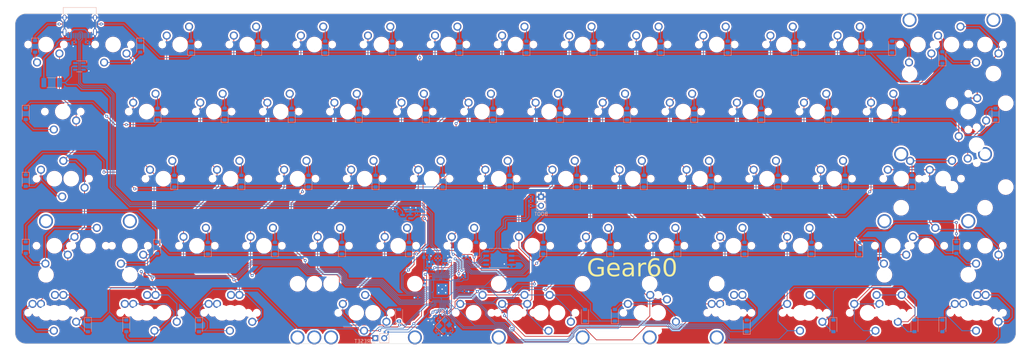
<source format=kicad_pcb>
(kicad_pcb (version 20221018) (generator pcbnew)
  (layers (0 "F.Cu" signal) (31 "B.Cu" signal) (34 "B.Paste" user) (35 "F.Paste" user) (36 "B.SilkS" user "B.Silkscreen") (37 "F.SilkS" user "F.Silkscreen") (38 "B.Mask" user) (39 "F.Mask" user) (44 "Edge.Cuts" user))
  (net 0 "")
  (net 1 "GND")
  (net 2 "Net-(BOOT1-Pad2)")
  (net 3 "+5V")
  (net 4 "+3V3")
  (net 5 "+1V1")
  (net 6 "XIN")
  (net 7 "Net-(C12-Pad2)")
  (net 8 "Net-(D1-A)")
  (net 9 "Net-(D2-A)")
  (net 10 "Net-(D3-A)")
  (net 11 "Net-(D4-A)")
  (net 12 "Net-(D5-A)")
  (net 13 "Net-(D6-A)")
  (net 14 "Net-(D7-A)")
  (net 15 "Net-(D8-A)")
  (net 16 "Net-(D9-A)")
  (net 17 "Net-(D10-A)")
  (net 18 "Net-(D11-A)")
  (net 19 "Net-(D12-A)")
  (net 20 "Net-(D13-A)")
  (net 21 "Net-(D14-A)")
  (net 22 "Net-(D15-A)")
  (net 23 "Net-(D17-A)")
  (net 24 "Net-(D18-A)")
  (net 25 "Net-(D19-A)")
  (net 26 "Net-(D20-A)")
  (net 27 "ROW0")
  (net 28 "Net-(D21-A)")
  (net 29 "ROW1")
  (net 30 "Net-(D22-A)")
  (net 31 "ROW2")
  (net 32 "Net-(D23-A)")
  (net 33 "ROW3")
  (net 34 "Net-(D24-A)")
  (net 35 "ROW4")
  (net 36 "Net-(D25-A)")
  (net 37 "COL0")
  (net 38 "Net-(D26-A)")
  (net 39 "COL1")
  (net 40 "Net-(D27-A)")
  (net 41 "COL2")
  (net 42 "Net-(D28-A)")
  (net 43 "COL3")
  (net 44 "Net-(D29-A)")
  (net 45 "COL4")
  (net 46 "Net-(D30-A)")
  (net 47 "COL5")
  (net 48 "Net-(D33-A)")
  (net 49 "COL6")
  (net 50 "Net-(D34-A)")
  (net 51 "COL7")
  (net 52 "Net-(D35-A)")
  (net 53 "COL8")
  (net 54 "Net-(D36-A)")
  (net 55 "COL9")
  (net 56 "Net-(D37-A)")
  (net 57 "COL10")
  (net 58 "Net-(D38-A)")
  (net 59 "COL12")
  (net 60 "Net-(D39-A)")
  (net 61 "COL13")
  (net 62 "Net-(D40-A)")
  (net 63 "COL14")
  (net 64 "Net-(D41-A)")
  (net 65 "COL11")
  (net 66 "Net-(D42-A)")
  (net 67 "Net-(D43-A)")
  (net 69 "Net-(D44-A)")
  (net 71 "Net-(D45-A)")
  (net 73 "Net-(D48-A)")
  (net 74 "Net-(D49-A)")
  (net 75 "Net-(D50-A)")
  (net 76 "Net-(D51-A)")
  (net 77 "Net-(D52-A)")
  (net 78 "Net-(D53-A)")
  (net 79 "Net-(D54-A)")
  (net 80 "Net-(D55-A)")
  (net 81 "Net-(D56-A)")
  (net 82 "Net-(D57-A)")
  (net 83 "Net-(D58-A)")
  (net 84 "Net-(D59-A)")
  (net 85 "Net-(D60-A)")
  (net 86 "Net-(D61-A)")
  (net 87 "Net-(D63-A)")
  (net 88 "Net-(D64-A)")
  (net 89 "Net-(D65-A)")
  (net 90 "Net-(D66-A)")
  (net 91 "Net-(D67-A)")
  (net 92 "Net-(D68-A)")
  (net 93 "Net-(D69-A)")
  (net 94 "Net-(D70-A)")
  (net 95 "Net-(D71-A)")
  (net 96 "Net-(D72-A)")
  (net 97 "Net-(R4-Pad1)")
  (net 98 "Net-(U4-USB_DP)")
  (net 99 "VBUS")
  (net 100 "Net-(J1-CC1)")
  (net 101 "USB_D+")
  (net 102 "USB_D-")
  (net 104 "Net-(J1-CC2)")
  (net 106 "RESET")
  (net 107 "SWCLK")
  (net 108 "SWD")
  (net 109 "Net-(U4-USB_DM)")
  (net 112 "XOUT")
  (net 113 "QSPI_SS")
  (net 120 "QSPI_SD3")
  (net 121 "QSPI_SCLK")
  (net 122 "QSPI_SD0")
  (net 123 "QSPI_SD2")
  (net 124 "QSPI_SD1")
  (footprint "PCM_marbastlib-mx:SW_MX_1u" (layer "F.Cu") (at 290.5125 100.0125 180)
    (fp_text reference "MX72" hide)
    (fp_text value "MX_SW_solder" hide)
  )
  (footprint "PCM_marbastlib-mx:SW_MX_1u" (layer "F.Cu") (at 242.8875 42.8625)
    (fp_text reference "MX28" hide)
    (fp_text value "MX_SW_solder" hide)
  )
  (footprint "PCM_marbastlib-mx:SW_MX_1.25u" (layer "F.Cu") (at 73.81875 100.0125)
    (fp_text reference "MX80" hide)
    (fp_text value "MX_SW_solder" hide)
  )
  (footprint "PCM_marbastlib-mx:SW_MX_1u" (layer "F.Cu") (at 90.4875 42.8625)
    (fp_text reference "MX20" hide)
    (fp_text value "MX_SW_solder" hide)
  )
  (footprint "PCM_marbastlib-mx:SW_MX_1u" (layer "F.Cu") (at 147.6375 42.8625)
    (fp_text reference "MX23" hide)
    (fp_text value "MX_SW_solder" hide)
  )
  (footprint "PCM_marbastlib-mx:SW_MX_1u" (layer "F.Cu") (at 164.30625 100.0125)
    (fp_text reference "MX67" hide)
    (fp_text value "MX_SW_solder" hide)
  )
  (footprint "PCM_marbastlib-mx:SW_MX_1u" (layer "F.Cu") (at 23.8125 23.8125 180)
    (fp_text reference "MX1" hide)
    (fp_text value "MX_SW_solder" hide)
  )
  (footprint "PCM_marbastlib-mx:SW_MX_1.25u" (layer "F.Cu") (at 26.19375 100.0125)
    (fp_text reference "MX82" hide)
    (fp_text value "MX_SW_solder" hide)
  )
  (footprint "PCM_marbastlib-mx:SW_MX_1u" (layer "F.Cu") (at 80.9625 23.8125)
    (fp_text reference "MX4" hide)
    (fp_text value "MX_SW_solder" hide)
  )
  (footprint "PCM_marbastlib-mx:SW_MX_1u" (layer "F.Cu") (at 176.2125 23.8125)
    (fp_text reference "MX9" hide)
    (fp_text value "MX_SW_solder" hide)
  )
  (footprint "PCM_marbastlib-mx:SW_MX_1u" (layer "F.Cu") (at 57.15 100.0125 180)
    (fp_text reference "MX64" hide)
    (fp_text value "MX_SW_solder" hide)
  )
  (footprint "PCM_marbastlib-mx:SW_MX_1u" (layer "F.Cu") (at 142.875 80.9625)
    (fp_text reference "MX54" hide)
    (fp_text value "MX_SW_solder" hide)
  )
  (footprint "PCM_marbastlib-mx:SW_MX_1u" (layer "F.Cu") (at 273.84375 80.9625)
    (fp_text reference "MX62" hide)
    (fp_text value "MX_SW_solder" hide)
  )
  (footprint "PCM_marbastlib-mx:SW_MX_1u" (layer "F.Cu") (at 119.0625 23.8125)
    (fp_text reference "MX6" hide)
    (fp_text value "MX_SW_solder" hide)
  )
  (footprint "PCM_marbastlib-mx:STAB_MX_P_2.25u" (layer "F.Cu") (at 278.60625 61.9125)
    (fp_text reference "S5" hide)
    (fp_text value "stb")
  )
  (footprint "PCM_marbastlib-mx:SW_MX_1.5u" (layer "F.Cu") (at 28.575 42.8625 180)
    (fp_text reference "MX17" hide)
    (fp_text value "MX_SW_solder" hide)
  )
  (footprint "PCM_marbastlib-mx:SW_MX_1u" (layer "F.Cu") (at 157.1625 23.8125)
    (fp_text reference "MX8" hide)
    (fp_text value "MX_SW_solder" hide)
  )
  (footprint "PCM_marbastlib-mx:SW_MX_1u" (layer "F.Cu") (at 180.975 80.9625)
    (fp_text reference "MX56" hide)
    (fp_text value "MX_SW_solder" hide)
  )
  (footprint "PCM_marbastlib-mx:SW_MX_1.25u" (layer "F.Cu") (at 240.50625 100.0125 180)
    (fp_text reference "MX77" hide)
    (fp_text value "MX_SW_solder" hide)
  )
  (footprint "PCM_marbastlib-mx:SW_MX_1u" (layer "F.Cu") (at 223.8375 42.8625)
    (fp_text reference "MX27" hide)
    (fp_text value "MX_SW_solder" hide)
  )
  (footprint "PCM_marbastlib-mx:SW_MX_1u" (layer "F.Cu") (at 171.45 61.9125)
    (fp_text reference "MX40" hide)
    (fp_text value "MX_SW_solder" hide)
  )
  (footprint "PCM_marbastlib-mx:SW_MX_1u" (layer "F.Cu") (at 52.3875 42.8625)
    (fp_text reference "MX18" hide)
    (fp_text value "MX_SW_solder" hide)
  )
  (footprint "PCM_marbastlib-mx:SW_MX_1u" (layer "F.Cu") (at 278.60625 61.9125)
    (fp_text reference "MX45" hide)
    (fp_text value "MX_SW_solder" hide)
  )
  (footprint "PCM_marbastlib-mx:SW_MX_1u" (layer "F.Cu") (at 209.55 61.9125)
    (fp_text reference "MX42" hide)
    (fp_text value "MX_SW_solder" hide)
  )
  (footprint "PCM_marbastlib-mx:STAB_MX_P_2u" (layer "F.Cu") (at 280.9875 23.8125)
    (fp_text reference "S7" hide)
    (fp_text value "stb" hide)
  )
  (footprint "PCM_marbastlib-mx:SW_MX_1u" (layer "F.Cu") (at 169.06875 100.0125 180)
    (fp_text reference "MX88" hide)
    (fp_text value "MX_SW_solder" hide)
  )
  (footprint "PCM_marbastlib-mx:SW_MX_1u" (layer "F.Cu") (at 228.6 61.9125)
    (fp_text reference "MX43" hide)
    (fp_text value "MX_SW_solder" hide)
  )
  (footprint "PCM_marbastlib-mx:SW_MX_1u" (layer "F.Cu") (at 195.2625 23.8125)
    (fp_text reference "MX10" hide)
    (fp_text value "MX_SW_solder" hide)
  )
  (footprint "PCM_marbastlib-mx:SW_MX_1u" (layer "F.Cu") (at 219.075 100.0125)
    (fp_text reference "MX69" hide)
    (fp_text value "MX_SW_solder" hide)
  )
  (footprint "PCM_marbastlib-mx:SW_MX_1u" (layer "F.Cu") (at 214.3125 23.8125)
    (fp_text reference "MX11" hide)
    (fp_text value "MX_SW_solder" hide)
  )
  (footprint "PCM_marbastlib-mx:SW_MX_1u" (layer "F.Cu") (at 185.7375 42.8625)
    (fp_text reference "MX25" hide)
    (fp_text value "MX_SW_solder" hide)
  )
  (footprint "PCM_marbastlib-mx:SW_MX_1u" (layer "F.Cu") (at 95.25 61.9125)
    (fp_text reference "MX36" hide)
    (fp_text value "MX_SW_solder" hide)
  )
  (footprint "PCM_marbastlib-mx:SW_MX_1u" (layer "F.Cu") (at 261.9375 42.8625)
    (fp_text reference "MX29" hide)
    (fp_text value "MX_SW_solder" hide)
  )
  (footprint "PCM_marbastlib-mx:SW_MX_1u" (layer "F.Cu") (at 219.075 80.9625)
    (fp_text reference "MX58" hide)
    (fp_text value "MX_SW_solder" hide)
  )
  (footprint "PCM_marbastlib-mx:SW_MX_1.25u" (layer "F.Cu") (at 264.31875 100.0125)
    (fp_text reference "MX86" hide)
    (fp_text value "MX_SW_solder" hide)
  )
  (footprint "PCM_marbastlib-mx:STAB_MX_P_2.25u" (layer "F.Cu") (at 35.71875 80.9625)
    (fp_text reference "S1" hide)
    (fp_text value "stb")
  )
  (footprint "PCM_marbastlib-mx:SW_MX_1.25u" (layer "F.Cu") (at 216.69375 100.0125)
    (fp_text reference "MX84" hide)
    (fp_text value "MX_SW_solder" hide)
  )
  (footprint "PCM_marbastlib-mx:SW_MX_1u" (layer "F.Cu") (at 85.725 80.9625)
    (fp_text reference "MX51" hide)
    (fp_text value "MX_SW_solder" hide)
  )
  (footprint "PCM_marbastlib-mx:SW_MX_1u" (layer "F.Cu") (at 111.91875 100.0125)
    (fp_text reference "MX87" hide)
    (fp_text value "MX_SW_solder" hide)
  )
  (footprint "PCM_marbastlib-mx:STAB_MX_P_2.75u" (layer "F.Cu") (at 273.84375 80.9625)
    (fp_text reference "S6" hide)
    (fp_text value "stb")
  )
  (footprint "PCM_marbastlib-mx:SW_MX_1u" (layer "F.Cu") (at 157.1625 100.0125)
    (fp_text reference "MX76" hide)
    (fp_text value "MX_SW_solder" hide)
  )
  (footprint "PCM_marbastlib-mx:SW_MX_1.5u" (layer "F.Cu") (at 285.75 100.0125)
    (fp_text reference "MX79" hide)
    (fp_text value "MX_SW_solder" hide)
  )
  (footprint "PCM_marbastlib-mx:SW_MX_1u" (layer "F.Cu") (at 238.125 100.0125)
    (fp_text reference "MX70" hide)
    (fp_text value "MX_SW_solder" hide)
  )
  (footprint "PCM_marbastlib-mx:SW_MX_1u" (layer "F.Cu") (at 123.825 80.9625)
    (fp_text reference "MX53" hide)
    (fp_text value "MX_SW_solder" hide)
  )
  (footprint "PCM_marbastlib-mx:SW_MX_1u" (layer "F.Cu") (at 290.5125 23.8125 180)
    (fp_text reference "MX15" hide)
    (fp_text value "MX_SW_solder" hide)
  )
  (footprint "PCM_marbastlib-mx:SW_MX_1u" (layer "F.Cu") (at 71.4375 42.8625)
    (fp_text reference "MX19" hide)
    (fp_text value "MX_SW_solder" hide)
  )
  (footprint "PCM_marbastlib-mx:STAB_MX_P_2.75u" (layer "F.Cu") (at 116.68125 100.0125 180)
    (fp_text reference "S2" hide)
    (fp_text value "stb")
  )
  (footprint "PCM_marbastlib-mx:SW_MX_1u" (layer "F.Cu") (at 42.8625 23.8125 180)
    (fp_text reference "MX2" hide)
    (fp_text value "MX_SW_solder" hide)
  )
  (footprint "PCM_marbastlib-mx:STAB_MX_P_2.25u" (layer "F.Cu") (at 164.30625 100.0125 180)
    (fp_text reference "S3" hide)
    (fp_text value "stb")
  )
  (footprint "PCM_marbastlib-mx:STAB_MX_P_6.25u" (layer "F.Cu") (at 145.25625 100.0125 180)
    (fp_text reference "S8" hide)
    (fp_text value "stb")
  )
  (footprint "PCM_marbastlib-mx:SW_MX_1u" (layer "F.Cu") (at 257.175 100.0125)
    (fp_text reference "MX71" hide)
    (fp_text value "MX_SW_solder" hide)
  )
  (footprint "PCM_marbastlib-mx:SW_MX_1u" (layer "F.Cu") (at 192.88125 100.0125)
    (fp_text reference "MX89" hide)
    (fp_text value "MX_SW_solder" hide)
  )
  (footprint "PCM_marbastlib-mx:SW_MX_1.25u" (layer "F.Cu") (at 50.00625 100.0125)
    (fp_text reference "MX81" hide)
    (fp_text value "MX_SW_solder" hide)
  )
  (footprint "PCM_marbastlib-mx:SW_MX_1u" (layer "F.Cu") (at 190.5 61.9125)
    (fp_text reference "MX41" hide)
    (fp_text value "MX_SW_solder" hide)
  )
  (footprint "PCM_marbastlib-mx:SW_MX_1.5u" (layer "F.Cu") (at 285.75 42.8625 -90)
    (fp_text reference "MX30" hide)
    (fp_text value "MX_SW_solder" hide)
  )
  (footprint "PCM_marbastlib-mx:SW_MX_1u" (layer "F.Cu") (at 145.25625 100.0125)
    (fp_text reference "MX83" hide)
    (fp_text value "MX_SW_solder" hide)
  )
  (footprint "PCM_marbastlib-mx:SW_MX_1u" (layer "F.Cu") (at 76.2 61.9125)
    (fp_text reference "MX35" hide)
    (fp_text value "MX_SW_solder" hide)
  )
  (footprint "PCM_marbastlib-mx:SW_MX_1u" (layer "F.Cu") (at 133.35 61.9125)
    (fp_text reference "MX38" hide)
    (fp_text value "MX_SW_solder" hide)
  )
  (footprint "PCM_marbastlib-mx:SW_MX_1.75u" (layer "F.Cu") (at 264.31875 80.9625 180)
    (fp_text reference "MX60" hide)
    (fp_text value "MX_SW_solder" hide)
  )
  (footprint "PCM_marbastlib-mx:SW_MX_1u" (layer "F.Cu") (at 200.025 80.9625)
    (fp_text reference "MX57" hide)
    (fp_text value "MX_SW_solder" hide)
  )
  (footprint "PCM_marbastlib-mx:SW_MX_1u" (layer "F.Cu") (at 247.65 61.9125)
    (fp_text reference "MX44" hide)
    (fp_text value "MX_SW_solder" hide)
  )
  (footprint "PCM_marbastlib-mx:SW_MX_1.75u" (layer "F.Cu") (at 30.95625 61.9125 180)
    (fp_text reference "MX33" hide)
    (fp_text value "MX_SW_solder" hide)
  )
  (footprint "PCM_marbastlib-mx:SW_MX_1u" (layer "F.Cu") (at 280.9875 23.8125)
    (fp_text reference "MX16" hide)
    (fp_text value "MX_SW_solder" hide)
  )
  (footprint "PCM_marbastlib-mx:STAB_MX_ISO" (layer "F.Cu") (at 288.1313 52.3875)
    (fp_text reference "S9" hide)
    (fp_text value "stb")
  )
  (footprint "PCM_marbastlib-mx:SW_MX_1u" (layer "F.Cu") (at 61.9125 23.8125)
    (fp_text reference "MX3" hide)
    (fp_text value "MX_SW_solder" hide)
  )
  (footprint "PCM_marbastlib-mx:SW_MX_1u" (layer "F.Cu") (at 152.4 61.9125)
    (fp_text reference "MX39" hide)
    (fp_text value "MX_SW_solder" hide)
  )
  (footprint "PCM_marbastlib-mx:SW_MX_1u" (layer "F.Cu") (at 35.71875 80.9625)
    (fp_text reference "MX47" hide)
    (fp_text value "MX_SW_solder" hide)
  )
  (footprint "PCM_marbastlib-mx:SW_MX_1.5u" (layer "F.Cu") (at 76.2 100.0125)
    (fp_text reference "MX75" hide)
    (fp_text value "MX_SW_solder" hide)
  )
  (footprint "PCM_marbastlib-mx:SW_MX_1u" (layer "F.Cu") (at 161.925 80.9625)
    (fp_text reference "MX55" hide)
    (fp_text value "MX_SW_solder" hide)
  )
  (footprint "PCM_marbastlib-mx:SW_MX_1u" (layer "F.Cu") (at 252.4125 23.8125)
    (fp_text reference "MX13" hide)
    (fp_text value "MX_SW_solder" hide)
  )
  (footprint "PCM_marbastlib-mx:SW_MX_1u" (layer "F.Cu") (at 266.7 61.9125)
    (fp_text reference "MX46" hide)
    (fp_text value "MX_SW_solder" hide)
  )
  (footprint "PCM_marbastlib-mx:SW_MX_1.25u" (layer "F.Cu") (at 197.64375 100.0125 -90)
    (fp_text reference "MX68" hide)
    (fp_text value "MX_SW_solder" hide)
  )
  (footprint "PCM_marbastlib-mx:SW_MX_1u" (layer "F.Cu") (at 109.5375 42.8625)
    (fp_text reference "MX21" hide)
    (fp_text value "MX_SW_solder" hide)
  )
  (footprint "PCM_marbastlib-mx:SW_MX_1.75u_STP_1.25" (layer "F.Cu") (at 26.19375 61.9125)
    (fp_text reference "MX32" hide)
    (fp_text value "MX_SW_solder" hide)
  )
  (footprint "PCM_marbastlib-mx:SW_MX_1u" (layer "F.Cu") (at 261.9375 100.0125 180)
    (fp_text reference "MX78" hide)
    (fp_text value "MX_SW_solder" hide)
  )
  (footprint "PCM_marbastlib-mx:SW_MX_1.5u" (layer "F.Cu") (at 28.575 100.0125 180)
    (fp_text reference "MX73" hide)
    (fp_text value "MX_SW_solder" hide)
  )
  (footprint "PCM_marbastlib-mx:STAB_MX_P_7u" (layer "F.Cu") (at 157.1625 100.0125 180)
    (fp_text reference "S4" hide)
    (fp_text value "stb")
  )
  (footprint "PCM_marbastlib-mx:SW_MX_1.25u" (layer "F.Cu") (at 26.19375 80.9625 180)
    (fp_text reference "MX48" hide)
    (fp_text value "MX_SW_solder" hide)
  )
  (footprint "PCM_marbastlib-mx:SW_MX_1u" (layer "F.Cu") (at 138.1125 23.8125)
    (fp_text reference "MX7" hide)
    (fp_text value "MX_SW_solder" hide)
  )
  (footprint "PCM_marbastlib-mx:SW_MX_1u" (layer "F.Cu") (at 271.4625 23.8125 180)
    (fp_text reference "MX14" hide)
    (fp_text value "MX_SW_solder" hide)
  )
  (footprint "PCM_marbastlib-mx:SW_MX_1u" (layer "F.Cu") (at 116.68125 100.0125 180)
    (fp_text reference "MX66" hide)
    (fp_text value "MX_SW_solder" hide)
  )
  (footprint "PCM_marbastlib-mx:SW_MX_1u" (layer "F.Cu") (at 100.0125 23.8125)
    (fp_text reference "MX5" hide)
    (fp_text value "MX_SW_solder" hide)
  )
  (footprint "PCM_marbastlib-mx:SW_MX_1u" (layer "F.Cu") (at 66.675 80.9625)
    (fp_text reference "MX50" hide)
    (fp_text value "MX_SW_solder" hide)
  )
  (footprint "PCM_marbastlib-mx:SW_MX_1.25u" (layer "F.Cu") (at 288.13125 100.0125)
    (fp_text reference "MX85" hide)
    (fp_text value "MX_SW_solder" hide)
  )
  (footprint "PCM_marbastlib-mx:SW_MX_1u" (layer "F.Cu") (at 290.5125 80.9625 180)
    (fp_text reference "MX61" hide)
    (fp_text value "MX_SW_solder" hide)
  )
  (footprint "PCM_marbastlib-mx:SW_MX_1u" (layer "F.Cu") (at 52.3875 100.0125)
    (fp_text reference "MX74" hide)
    (fp_text value "MX_SW_solder" hide)
  )
  (footprint "PCM_marbastlib-mx:SW_MX_1u" (layer "F.Cu") (at 204.7875 42.8625)
    (fp_text reference "MX26" hide)
    (fp_text value "MX_SW_solder" hide)
  )
  (footprint "PCM_marbastlib-mx:SW_MX_1u" (layer "F.Cu") (at 57.15 61.9125)
    (fp_text reference "MX34" hide)
    (fp_text value "MX_SW_solder" hide)
  )
  (footprint "PCM_marbastlib-mx:SW_MX_1u" (layer "F.Cu") (at 238.125 80.9625)
    (fp_text reference "MX59" hide)
    (fp_text value "MX_SW_solder" hide)
  )
  (footprint "PCM_marbastlib-mx:SW_MX_1u" (layer "F.Cu") (at 47.625 80.9625 180)
    (fp_text reference "MX49" hide)
    (fp_text value "MX_SW_solder" hide)
  )
  (footprint "PCM_marbastlib-mx:SW_MX_1u" (layer "F.Cu") (at 114.3 61.9125)
    (fp_text reference "MX37" hide)
    (fp_text value "MX_SW_solder" hide)
  )
  (footprint "PCM_marbastlib-mx:SW_MX_1.25u" (layer "F.Cu") (at 78.58125 100.0125 180)
    (fp_text reference "MX65" hide)
    (fp_text value "MX_SW_solder" hide)
  )
  (footprint "PCM_marbastlib-mx:SW_MX_1u" (layer "F.Cu") (at 104.775 80.9625)
    (fp_text reference "MX52" hide)
    (fp_text value "MX_SW_solder" hide)
  )
  (footprint "PCM_marbastlib-mx:SW_MX_1u" (layer "F.Cu") (at 166.6875 42.8625)
    (fp_text reference "MX24" hide)
    (fp_text value "MX_SW_solder" hide)
  )
  (footprint "PCM_marbastlib-mx:SW_MX_1u" (layer "F.Cu") (at 288.1313 52.3875 90)
    (fp_text reference "MX31" hide)
    (fp_text value "MX_SW_solder" hide)
  )
  (footprint "PCM_marbastlib-mx:SW_MX_1u" (layer "F.Cu") (at 233.3625 23.8125)
    (fp_text reference "MX12" hide)
    (fp_text value "MX_SW_solder" hide)
  )
  (footprint "PCM_marbastlib-mx:SW_MX_1u" (layer "F.Cu") (at 128.5875 42.8625)
    (fp_text reference "MX22" hide)
    (fp_text value "MX_SW_solder" hide)
  )
  (footprint "PCM_marbastlib-mx:SW_MX_1u" (layer "F.Cu") (at 23.8125 100.0125)
    (fp_text reference "MX63" hide)
    (fp_text value "MX_SW_solder" hide)
  )
  (footprint "Diode_SMD:D_SOD-123" (layer "B.Cu") (at 55.35625 81.49375 -90)
    (fp_text reference "D49" hide)
    (fp_text value "D_Small" hide)
  )
  (footprint "Resistor_SMD:R_0402_1005Metric" (layer "B.Cu") (at 134.572586 84.521121 -90)
    (fp_text reference "R8" hide)
    (fp_text value "27" hide)
  )
  (footprint "Resistor_SMD:R_0402_1005Metric" (layer "B.Cu") (at 161.4875 67.0475 180)
    (fp_text reference "R4" hide)
    (fp_text value "5.1k" hide)
  )
  (footprint "Resistor_SMD:R_0402_1005Metric" (layer "B.Cu") (at 120.4875 105.4875 180)
    (fp_text reference "R3" hide)
    (fp_text value "5.1k" hide)
  )
  (footprint "Diode_SMD:D_SOD-123" (layer "B.Cu") (at 93.590301 43.555674 90)
    (fp_text reference "D20" hide)
    (fp_text value "D_Small" hide)
  )
  (footprint "Diode_SMD:D_SOD-123" (layer "B.Cu") (at 176.8875 100.705674 90)
    (fp_text reference "D67" hide)
    (fp_text value "D_Small" hide)
  )
  (footprint "Capacitor_SMD:C_0402_1005Metric" (layer "B.Cu") (at 136.625558 85.856101 90)
    (fp_text reference "C14" hide)
    (fp_text value "100n" hide)
  )
  (footprint "Connector_PinSocket_2.54mm:PinSocket_1x02_P2.54mm_Vertical" (layer "B.Cu") (at 164.4175 67.0475 180)
    (fp_text reference "BOOT1" hide)
    (fp_text value "SW_Push" hide)
  )
  (footprint "Capacitor_SMD:C_0402_1005Metric" (layer "B.Cu") (at 134.929631 105.402991 135)
    (fp_text reference "C12" hide)
    (fp_text value "22p" hide)
  )
  (footprint "Diode_SMD:D_SOD-123" (layer "B.Cu") (at 74.540301 43.555674 90)
    (fp_text reference "D19" hide)
    (fp_text value "D_Small" hide)
  )
  (footprint "Diode_SMD:D_SOD-123" (layer "B.Cu") (at 282.36875 81.49375 -90)
    (fp_text reference "D61" hide)
    (fp_text value "D_Small" hide)
  )
  (footprint "Diode_SMD:D_SOD-123" (layer "B.Cu") (at 67.2625 103.71875 -90)
    (fp_text reference "D65" hide)
    (fp_text value "D_Small" hide)
  )
  (footprint "Capacitor_SMD:C_0402_1005Metric" (layer "B.Cu") (at 132.097745 87.215732 90)
    (fp_text reference "C16" hide)
    (fp_text value "100n" hide)
  )
  (footprint "Capacitor_SMD:C_0402_1005Metric" (layer "B.Cu") (at 142.411862 89.889259)
    (fp_text reference "C8" hide)
    (fp_text value "100n" hide)
  )
  (footprint "Diode_SMD:D_SOD-123" (layer "B.Cu") (at 124.084051 100.705674 90)
    (fp_text reference "D66" hide)
    (fp_text value "D_Small" hide)
  )
  (footprint "Diode_SMD:D_SOD-123" (layer "B.Cu") (at 20.709698 24.34375 -90)
    (fp_text reference "D1" hide)
    (fp_text value "D_Small" hide)
  )
  (footprint "Resistor_SMD:R_0402_1005Metric" (layer "B.Cu") (at 31.793493 23.182429 180)
    (fp_text reference "R1" hide)
    (fp_text value "5.1k" hide)
  )
  (footprint "Diode_SMD:D_SOD-123" (layer "B.Cu") (at 165.027801 81.655674 90)
    (fp_text reference "D55" hide)
    (fp_text value "D_Small" hide)
  )
  (footprint "Diode_SMD:D_SOD-123" (layer "B.Cu") (at 245.990301 43.555674 90)
    (fp_text reference "D28" hide)
    (fp_text value "D_Small" hide)
  )
  (footprint "Capacitor_SMD:C_0402_1005Metric" (layer "B.Cu") (at 142.640565 93.895012)
    (fp_text reference "C7" hide)
    (fp_text value "100n" hide)
  )
  (footprint "Diode_SMD:D_SOD-123" (layer "B.Cu") (at 203.127801 81.655674 90)
    (fp_text reference "D57" hide)
    (fp_text value "D_Small" hide)
  )
  (footprint "Diode_SMD:D_SOD-123" (layer "B.Cu") (at 98.352801 62.605674 90)
    (fp_text reference "D36" hide)
    (fp_text value "D_Small" hide)
  )
  (footprint "Diode_SMD:D_SOD-123" (layer "B.Cu") (at 122.165301 24.505674 90)
    (fp_text reference "D6" hide)
    (fp_text value "D_Small" hide)
  )
  (footprint "Diode_SMD:D_SOD-123" (layer "B.Cu") (at 131.690301 43.555674 90)
    (fp_text reference "D22" hide)
    (fp_text value "D_Small" hide)
  )
  (footprint "Diode_SMD:D_SOD-123" (layer "B.Cu") (at 264.1125 24.505674 90)
    (fp_text reference "D14" hide)
    (fp_text value "D_Small" hide)
  )
  (footprint "Diode_SMD:D_SOD-123" (layer "B.Cu") (at 169.790301 43.555674 90)
    (fp_text reference "D24" hide)
    (fp_text value "D_Small" hide)
  )
  (footprint "Diode_SMD:D_SOD-123" (layer "B.Cu") (at 212.652801 62.605674 90)
    (fp_text reference "D42" hide)
    (fp_text value "D_Small" hide)
  )
  (footprint "Diode_SMD:D_SOD-123" (layer "B.Cu") (at 222.177801 81.655674 90)
    (fp_text reference "D58" hide)
    (fp_text value "D_Small" hide)
  )
  (footprint "Diode_SMD:D_SOD-123" (layer "B.Cu") (at 217.415301 24.505674 90)
    (fp_text reference "D11" hide)
    (fp_text value "D_Small" hide)
  )
  (footprint "Connector_USB:USB_C_Receptacle_HRO_TYPE-C-31-M-12" (layer "B.Cu") (at 33.397408 17.2)
    (fp_text reference "J1" hide)
    (fp_text value "TYPE-C-31-M-12" hide)
  )
  (footprint "Diode_SMD:D_SOD-123" (layer "B.Cu") (at 145.977801 81.655674 90)
    (fp_text reference "D54" hide)
    (fp_text value "D_Small" hide)
  )
  (footprint "Connector_PinSocket_2.54mm:PinSocket_1x02_P2.54mm_Vertical" (layer "B.Cu") (at 117.3375 107.2125 -90)
    (fp_text reference "RESET1" hide)
    (fp_text value "SW_Push" hide)
  )
  (footprint "Capacitor_SMD:C_0402_1005Metric" (layer "B.Cu") (at 137.6463 85.859071 90)
    (fp_text reference "C13" hide)
    (fp_text value "100n" hide)
  )
  (footprint "Capacitor_SMD:C_0402_1005Metric" (layer "B.Cu") (at 134.765875 100.427895 -90)
    (fp_text reference "C15" hide)
    (fp_text value "100n" hide)
  )
  (footprint "Capacitor_SMD:C_0402_1005Metric" (layer "B.Cu") (at 129.436315 95.650657 180)
    (fp_text reference "C9" hide)
    (fp_text value "100n" hide)
  )
  (footprint "Diode_SMD:D_SOD-123" (layer "B.Cu") (at 174.552801 62.605674 90)
    (fp_text reference "D40" hide)
    (fp_text value "D_Small" hide)
  )
  (footprint "Diode_SMD:D_SOD-123" (layer "B.Cu") (at 88.827801 81.655674 90)
    (fp_text reference "D51" hide)
    (fp_text value "D_Small" hide)
  )
  (footprint "Diode_SMD:D_SOD-123" (layer "B.Cu") (at 231.702801 62.605674 90)
    (fp_text reference "D43" hide)
    (fp_text value "D_Small" hide)
  )
  (footprint "Fuse:Fuse_2010_5025Metric" (layer "B.Cu") (at 25.45185 34.632488 180)
    (fp_text reference "F1" hide)
    (fp_text value "MF-MSMF050-2")
  )
  (footprint "Package_TO_SOT_SMD:SOT-23-3" (layer "B.Cu") (at 126.20625 72.23125 180)
    (fp_text reference "U1" hide)
    (fp_text value "XC6206P332MR")
  )
  (footprint "Diode_SMD:D_SOD-123" (layer "B.Cu") (at 65.015301 24.505674 90)
    (fp_text reference "D3" hide)
    (fp_text value "D_Small" hide)
  )
  (footprint "Diode_SMD:D_SOD-123" (layer "B.Cu") (at 69.777801 81.655674 90)
    (fp_text reference "D50" hide)
    (fp_text value "D_Small" hide)
  )
  (footprint "Capacitor_SMD:C_0402_1005Metric" (layer "B.Cu") (at 132.87354 101.289626 -90)
    (fp_text reference "C4" hide)
    (fp_text value "100n" hide)
  )
  (footprint "Diode_SMD:D_SOD-123" (layer "B.Cu") (at 270.4625 103.71875 -90)
    (fp_text reference "D71" hide)
    (fp_text value "D_Small" hide)
  )
  (footprint "Diode_SMD:D_SOD-123" (layer "B.Cu") (at 247.44375 103.71875 -90)
    (fp_text reference "D70" hide)
    (fp_text value "D_Small" hide)
  )
  (footprint "Diode_SMD:D_SOD-123" (layer "B.Cu") (at 55.490301 43.555674 90)
    (fp_text reference "D18" hide)
    (fp_text value "D_Small" hide)
  )
  (footprint "Diode_SMD:D_SOD-123" (layer "B.Cu") (at 207.890301 43.555674 90)
    (fp_text reference "D26" hide)
    (fp_text value "D_Small" hide)
  )
  (footprint "Capacitor_SMD:C_0402_1005Metric" (layer "B.Cu") (at 123.392848 70.33 -90)
    (fp_text reference "C1" hide)
    (fp_text value "1u" hide)
  )
  (footprint "Diode_SMD:D_SOD-123" (layer "B.Cu") (at 193.602801 62.605674 90)
    (fp_text reference "D41" hide)
    (fp_text value "D_Small" hide)
  )
  (footprint "Diode_SMD:D_SOD-123" (layer "B.Cu") (at 112.640301 43.555674 90)
    (fp_text reference "D21" hide)
    (fp_text value "D_Small" hide)
  )
  (footprint "Diode_SMD:D_SOD-123" (layer "B.Cu") (at 79.302801 62.605674 90)
    (fp_text reference "D35" hide)
    (fp_text value "D_Small" hide)
  )
  (footprint "Diode_SMD:D_SOD-123" (layer "B.Cu") (at 136.452801 62.605674 90)
    (fp_text reference "D38" hide)
    (fp_text value "D_Small" hide)
  )
  (footprint "Diode_SMD:D_SOD-123" (layer "B.Cu") (at 278.4 103.71875 -90)
    (fp_text reference "D72" hide)
    (fp_text value "D_Small" hide)
  )
  (footprint "Diode_SMD:D_SOD-123" (layer "B.Cu") (at 160.265301 24.505674 90)
    (fp_text reference "D8" hide)
    (fp_text value "D_Small" hide)
  )
  (footprint "Diode_SMD:D_SOD-123" (layer "B.Cu") (at 150.740301 43.555674 90)
    (fp_text reference "D23" hide)
    (fp_text value "D_Small" hide)
  )
  (footprint "Capacitor_SMD:C_0402_1005Metric" (layer "B.Cu") (at 133.178703 87.231068 90)
    (fp_text reference "C3" hide)
    (fp_text value "1u" hide)
  )
  (footprint "Capacitor_SMD:C_0402_1005Metric" (layer "B.Cu") (at 129.010799 71.737712 90)
    (fp_text reference "C2" hide)
    (fp_text value "1u" hide)
  )
  (footprint "Diode_SMD:D_SOD-123" (layer "B.Cu") (at 103.115301 24.505674 90)
    (fp_text reference "D5" hide)
    (fp_text value "D_Small" hide)
  )
  (footprint "Resistor_SMD:R_0402_1005Metric" (layer "B.Cu") (at 161.4875 69.6475 180)
    (fp_text reference "R6" hide)
    (fp_text value "1k" hide)
  )
  (footprint "Diode_SMD:D_SOD-123" (layer "B.Cu") (at 18.05 62.44375 -90)
    (fp_text reference "D33" hide)
    (fp_text value "D_Small" hide)
  )
  (footprint "Diode_SMD:D_SOD-123" (layer "B.Cu") (at 18.05 43.45625 -90)
    (fp_text reference "D17" hide)
    (fp_text value "D_Small" hide)
  )
  (footprint "Diode_SMD:D_SOD-123" (layer "B.Cu") (at 155.502801 62.605674 90)
    (fp_text reference "D39" hide)
    (fp_text value "D_Small" hide)
  )
  (footprint "Diode_SMD:D_SOD-123" (layer "B.Cu") (at 117.402801 62.605674 90)
    (fp_text reference "D37" hide)
    (fp_text value "D_Small" hide)
  )
  (footprint "Diode_SMD:D_SOD-123" (layer "B.Cu") (at 254.79375 81.75625 90)
    (fp_text reference "D60" hide)
    (fp_text value "D_Small" hide)
  )
  (footprint "Diode_SMD:D_SOD-123" (layer "B.Cu") (at 255.515301 24.505674 90)
    (fp_text reference "D13" hide)
    (fp_text value "D_Small" hide)
  )
  (footprint "Diode_SMD:D_SOD-123" (layer "B.Cu") (at 50.59375 24.34375 -90)
    (fp_text reference "D2" hide)
    (fp_text value "D_Small" hide)
  )
  (footprint "Package_DFN_QFN:QFN-56-1EP_7x7mm_P0.4mm_EP3.2x3.2mm" (layer "B.Cu") (at 136.323151 93.290462 180)
    (fp_text reference "U4" hide)
    (fp_text value "RP2040")
  )
  (footprint "Crystal:Crystal_SMD_3225-4Pin_3.2x2.5mm" (layer "B.Cu") (at 136.92586 103.552827 45)
    (fp_text reference "Y1" hide)
    (fp_text value "X322512MSB4SI" hide)
  )
  (footprint "Resistor_SMD:R_0402_1005Metric" (layer "B.Cu") (at 161.4875 68.2475)
    (fp_text reference "R5" hide)
    (fp_text value "5.1k" hide)
  )
  (footprint "Diode_SMD:D_SOD-123" (layer "B.Cu") (at 185.3875 100.705674 90)
    (fp_text reference "D68" hide)
    (fp_text value "D_Small" hide)
  )
  (footprint "Diode_SMD:D_SOD-123" (layer "B.Cu") (at 188.840301 43.555674 90)
    (fp_text reference "D25" hide)
    (fp_text value "D_Small" hide)
  )
  (footprint "PCM_marbastlib-various:SOT-23-6-routable" (layer "B.Cu") (at 33.297515 30.022995 180)
    (fp_text reference "U2" hide)
    (fp_text value "SRV05-4" hide)
  )
  (footprint "Diode_SMD:D_SOD-123" (layer "B.Cu") (at 241.227801 81.655674 90)
    (fp_text reference "D59" hide)
    (fp_text value "D_Small" hide)
  )
  (footprint "Diode_SMD:D_SOD-123" (layer "B.Cu") (at 265.040301 43.555674 90)
    (fp_text reference "D29" hide)
    (fp_text value "D_Small" hide)
  )
  (footprint "Capacitor_SMD:C_0603_1608Metric" (layer "B.Cu") (at 131.939509 84.246987)
    (fp_text reference "C5" hide)
    (fp_text value "10u" hide)
  )
  (footprint "Package_SO:SOIC-8_5.23x5.23mm_P1.27mm" (layer "B.Cu") (at 152.418984 84.456311 180)
    (fp_text reference "U3" hide)
    (fp_text value "W25Q128JVSIQ")
  )
  (footprint "Diode_SMD:D_SOD-123" (layer "B.Cu") (at 293.48125 43.555674 90)
    (fp_text reference "D30" hide)
    (fp_text value "D_Small" hide)
  )
  (footprint "Diode_SMD:D_SOD-123" (layer "B.Cu") (at 60.252801 62.605674 90)
    (fp_text reference "D34" hide)
    (fp_text value "D_Small" hide)
  )
  (footprint "Capacitor_SMD:C_0402_1005Metric" (layer "B.Cu") (at 131.415972 91.194097 -90)
    (fp_text reference "C6" hide)
    (fp_text value "1u" hide)
  )
  (footprint "Diode_SMD:D_SOD-123" (layer "B.Cu") (at 278.4 27.51875 90)
    (fp_text reference "D15" hide)
    (fp_text value "D_Small" hide)
  )
  (footprint "Resistor_SMD:R_0402_1005Metric" (layer "B.Cu") (at 135.443513 101.840953 45)
    (fp_text reference "R9" hide)
    (fp_text value "1k" hide)
  )
  (footprint "Diode_SMD:D_SOD-123" (layer "B.Cu") (at 226.940301 43.555674 90)
    (fp_text reference "D27" hide)
    (fp_text value "D_Small" hide)
  )
  (footprint "Diode_SMD:D_SOD-123" (layer "B.Cu") (at 179.315301 24.505674 90)
    (fp_text reference "D9" hide)
    (fp_text value "D_Small" hide)
  )
  (footprint "Diode_SMD:D_SOD-123" (layer "B.Cu") (at 126.927801 81.655674 90)
    (fp_text reference "D53" hide)
    (fp_text value "D_Small" hide)
  )
  (footprint "Diode_SMD:D_SOD-123" (layer "B.Cu") (at 84.065301 24.505674 90)
    (fp_text reference "D4" hide)
    (fp_text value "D_Small" hide)
  )
  (footprint "Diode_SMD:D_SOD-123" (layer "B.Cu") (at 236.465301 24.505674 90)
    (fp_text reference "D12" hide)
    (fp_text value "D_Small" hide)
  )
  (footprint "Diode_SMD:D_SOD-123" (layer "B.Cu") (at 46.625 103.71875 -90)
    (fp_text reference "D64" hide)
    (fp_text value "D_Small" hide)
  )
  (footprint "Resistor_SMD:R_0402_1005Metric" (layer "B.Cu") (at 35.627228 23.163951)
    (fp_text reference "R2" hide)
    (fp_text value "5.1k")
  )
  (footprint "Capacitor_SMD:C_0402_1005Metric" (layer "B.Cu") (at 138.975404 105.280109 45)
    (fp_text reference "C11" hide)
    (fp_text value "22p")
  )
  (footprint "Diode_SMD:D_SOD-123" (layer "B.Cu") (at 35.71875 103.71875 -90)
    (fp_text reference "D63" hide)
    (fp_text value "D_Small" hide)
  )
  (footprint "Resistor_SMD:R_0402_1005Metric" (layer "B.Cu") (at 135.624104 84.52625 -90)
    (fp_text reference "R7" hide)
    (fp_text value "27" hide)
  )
  (footprint "Diode_SMD:D_SOD-123" (layer "B.Cu") (at 198.365301 24.505674 90)
    (fp_text reference "D10" hide)
    (fp_text value "D_Small" hide)
  )
  (footprint "Diode_SMD:D_SOD-123" (layer "B.Cu") (at 222.8375 103.71875 90)
    (fp_text reference "D69" hide)
    (fp_text value "D_Small" hide)
  )
  (footprint "Capacitor_SMD:C_0402_1005Metric" (layer "B.Cu") (at 143.087726 83.937947 180)
    (fp_text reference "C10" hide)
    (fp_text value "1u" hide)
  )
  (footprint "Diode_SMD:D_SOD-123" (layer "B.Cu") (at 269.770309 62.611217 90)
    (fp_text reference "D45" hide)
    (fp_text value "D_Small" hide)
  )
  (footprint "Diode_SMD:D_SOD-123" (layer "B.Cu") (at 184.077801 81.655674 90)
    (fp_text reference "D56" hide)
    (fp_text value "D_Small" hide)
  )
  (footprint "Diode_SMD:D_SOD-123" (layer "B.Cu") (at 107.877801 81.655674 90)
    (fp_text reference "D52" hide)
    (fp_text value "D_Small" hide)
  )
  (footprint "Diode_SMD:D_SOD-123" (layer "B.Cu") (at 250.752801 62.605674 90)
    (fp_text reference "D44" hide)
    (fp_text value "D_Small" hide)
  )
  (footprint "Diode_SMD:D_SOD-123" (layer "B.Cu") (at 141.215301 24.505674 90)
    (fp_text reference "D7" hide)
    (fp_text value "D_Small" hide)
  )
  (footprint "Diode_SMD:D_SOD-123" (layer "B.Cu") (at 18.05 81.49375 -90)
    (fp_text reference "D48" hide)
    (fp_text value "D_Small" hide)
  )
  (gr_line (start 299.24375 18.08125) (end 299.24375 105.74375) (stroke (width 0.1)) (layer "Edge.Cuts"))
  (gr_arc (start 15.08125 18.08125) (mid 15.95993 15.95993) (end 18.08125 15.08125) (stroke (width 0.1)) (layer "Edge.Cuts"))
  (gr_arc (start 296.24375 15.08125) (mid 298.36507 15.95993) (end 299.24375 18.08125) (stroke (width 0.1)) (layer "Edge.Cuts"))
  (gr_line (start 15.08125 105.74375) (end 15.08125 18.08125) (stroke (width 0.1)) (layer "Edge.Cuts"))
  (gr_line (start 18.08125 15.08125) (end 296.24375 15.08125) (stroke (width 0.1)) (layer "Edge.Cuts"))
  (gr_line (start 296.24375 108.74375) (end 18.08125 108.74375) (stroke (width 0.1)) (layer "Edge.Cuts"))
  (gr_arc (start 18.08125 108.74375) (mid 15.95993 107.86507) (end 15.08125 105.74375) (stroke (width 0.1)) (layer "Edge.Cuts"))
  (gr_arc (start 299.24375 105.74375) (mid 298.365056 107.865056) (end 296.24375 108.74375) (stroke (width 0.1)) (layer "Edge.Cuts"))
  (gr_text "BOOT" (at 164.463653 71.953099) (layer "B.SilkS") (effects (font (size 1 1)) (justify mirror)))
  (gr_text "RESET" (at 113.6875 108.0875) (layer "B.SilkS") (effects (font (size 1 1)) (justify mirror)))
  (gr_text "Gear60" (at 177.3875 90.4875) (layer "F.SilkS") (effects (font (size 5 5) (thickness 0.5)) (justify left bottom)))
  (segment (start 127.419377 70.189802) (end 127.316772 70.087197) (width 0.25) (layer "F.Cu") (net 1))
  (segment (start 133.907071 105.218132) (end 135.188109 106.49917) (width 0.2) (layer "F.Cu") (net 1))
  (segment (start 126.785884 70.618085) (end 127.316772 70.087197) (width 0.25) (layer "F.Cu") (net 1))
  (segment (start 128.855526 70.189802) (end 127.419377 70.189802) (width 0.25) (layer "F.Cu") (net 1))
  (segment (start 140.014315 105.253286) (end 138.753042 106.514559) (width 0.2) (layer "F.Cu") (net 1))
  (segment (start 137.96049 106.514559) (end 136.206252 106.514559) (width 0.2) (layer "F.Cu") (net 1))
  (segment (start 31.54375 23.825544) (end 29.077408 21.359202) (width 0.25) (layer "F.Cu") (net 1))
  (segment (start 31.54375 24.34375) (end 31.54375 23.825544) (width 0.25) (layer "F.Cu") (net 1))
  (segment (start 32.047292 23.840208) (end 31.54375 24.34375) (width 0.25) (layer "F.Cu") (net 1))
  (segment (start 135.188109 106.49917) (end 136.190863 106.49917) (width 0.2) (layer "F.Cu") (net 1))
  (segment (start 36.19801 22.86449) (end 37.717408 21.345092) (width 0.2) (layer "F.Cu") (net 1))
  (segment (start 36.19801 24.34375) (end 36.19801 31.115287) (width 0.25) (layer "F.Cu") (net 1))
  (segment (start 133.907071 103.049742) (end 136.378073 100.57874) (width 0.2) (layer "F.Cu") (net 1))
  (segment (start 137.328734 100.57874) (end 136.378073 100.57874) (width 0.2) (layer "F.Cu") (net 1))
  (segment (start 133.907071 103.321352) (end 133.907071 105.218132) (width 0.2) (layer "F.Cu") (net 1))
  (segment (start 35.694468 23.840208) (end 32.047292 23.840208) (width 0.25) (layer "F.Cu") (net 1))
  (segment (start 29.077408 21.359202) (end 29.077408 19.868477) (width 0.25) (layer "F.Cu") (net 1))
  (segment (start 136.206252 106.514559) (end 136.190863 106.49917) (width 0.2) (layer "F.Cu") (net 1))
  (segment (start 140.014315 104.023483) (end 140.014315 105.253286) (width 0.2) (layer "F.Cu") (net 1))
  (segment (start 122.342582 70.618085) (end 126.785884 70.618085) (width 0.25) (layer "F.Cu") (net 1))
  (segment (start 140.014315 104.023483) (end 140.014315 103.264321) (width 0.2) (layer "F.Cu") (net 1))
  (segment (start 140.014315 103.264321) (end 137.328734 100.57874) (width 0.2) (layer "F.Cu") (net 1))
  (segment (start 36.19801 31.115287) (end 35.995702 31.317595) (width 0.25) (layer "F.Cu") (net 1))
  (segment (start 36.19801 24.34375) (end 35.694468 23.840208) (width 0.25) (layer "F.Cu") (net 1))
  (segment (start 36.19801 24.34375) (end 36.19801 22.86449) (width 0.2) (layer "F.Cu") (net 1))
  (segment (start 133.907071 103.321352) (end 133.907071 103.049742) (width 0.2) (layer "F.Cu") (net 1))
  (segment (start 37.717408 21.345092) (end 37.717408 19.868477) (width 0.2) (layer "F.Cu") (net 1))
  (segment (start 138.753042 106.514559) (end 137.96049 106.514559) (width 0.2) (layer "F.Cu") (net 1))
  (via (at 137.96049 106.514559) (size 0.8) (drill 0.4) (layers "F.Cu" "B.Cu") (net 1))
  (via (at 136.190863 106.49917) (size 0.8) (drill 0.4) (layers "F.Cu" "B.Cu") (net 1))
  (via (at 128.469553 95.706101) (size 0.8) (drill 0.4) (layers "F.Cu" "B.Cu") (net 1))
  (via (at 136.323151 93.290462) (size 0.8) (drill 0.4) (layers "F.Cu" "B.Cu") (net 1))
  (via (at 153.993028 86.145453) (size 0.8) (drill 0.4) (layers "F.Cu" "B.Cu") (net 1))
  (via (at 142.676145 88.811414) (size 0.8) (drill 0.4) (layers "F.Cu" "B.Cu") (net 1))
  (via (at 136.378073 100.57874) (size 0.8) (drill 0.4) (layers "F.Cu" "B.Cu") (net 1))
  (via (at 137.90625 83.875) (size 0.8) (drill 0.4) (layers "F.Cu" "B.Cu") (net 1))
  (via (at 141.934647 84.138523) (size 0.8) (drill 0.4) (layers "F.Cu" "B.Cu") (net 1))
  (via (at 31.54375 24.34375) (size 0.8) (drill 0.4) (layers "F.Cu" "B.Cu") (net 1))
  (via (at 143.828871 93.977675) (size 0.8) (drill 0.4) (layers "F.Cu" "B.Cu") (net 1))
  (via (at 135.323151 92.290462) (size 0.8) (drill 0.4) (layers "F.Cu" "B.Cu") (net 1))
  (via (at 132.650317 85.527301) (size 0.8) (drill 0.4) (layers "F.Cu" "B.Cu") (net 1))
  (via (at 128.855526 70.189802) (size 0.8) (drill 0.4) (layers "F.Cu" "B.Cu") (net 1))
  (via (at 35.995702 31.317595) (size 0.8) (drill 0.4) (layers "F.Cu" "B.Cu") (net 1))
  (via (at 127.316772 70.087197) (size 0.8) (drill 0.4) (layers "F.Cu" "B.Cu") (net 1))
  (via (at 137.323151 94.290462) (size 0.8) (drill 0.4) (layers "F.Cu" "B.Cu") (net 1))
  (via (at 137.323151 92.290462) (size 0.8) (drill 0.4) (layers "F.Cu" "B.Cu") (net 1))
  (via (at 122.342582 70.618085) (size 0.8) (drill 0.4) (layers "F.Cu" "B.Cu") (net 1))
  (via (at 137.622651 98.933959) (size 0.8) (drill 0.4) (layers "F.Cu" "B.Cu") (net 1))
  (via (at 135.323151 94.290462) (size 0.8) (drill 0.4) (layers "F.Cu" "B.Cu") (net 1))
  (via (at 133.14375 83.859712) (size 0.8) (drill 0.4) (layers "F.Cu" "B.Cu") (net 1))
  (via (at 140.014315 104.023483) (size 0.8) (drill 0.4) (layers "F.Cu" "B.Cu") (net 1))
  (via (at 131.198777 92.165182) (size 0.8) (drill 0.4) (layers "F.Cu" "B.Cu") (net 1))
  (via (at 133.907071 103.321352) (size 0.8) (drill 0.4) (layers "F.Cu" "B.Cu") (net 1))
  (via (at 36.19801 24.34375) (size 0.8) (drill 0.4) (layers "F.Cu" "B.Cu") (net 1))
  (segment (start 31.283493 24.083493) (end 31.54375 24.34375) (width 0.2) (layer "B.Cu") (net 1))
  (segment (start 138.635993 105.61952) (end 138.635993 105.839056) (width 0.2) (layer "B.Cu") (net 1))
  (segment (start 141.934647 84.138523) (end 142.135223 83.937947) (width 0.2) (layer "B.Cu") (net 1))
  (segment (start 137.085479 102.191127) (end 137.102637 102.173969) (width 0.2) (layer "B.Cu") (net 1))
  (segment (start 137.436918 105.61952) (end 136.749083 104.931685) (width 0.2) (layer "B.Cu") (net 1))
  (segment (start 129.010799 71.257712) (end 129.010799 70.345075) (width 0.25) (layer "B.Cu") (net 1))
  (segment (start 34.819267 30.022995) (end 34.472515 30.022995) (width 0.25) (layer "B.Cu") (net 1))
  (segment (start 36.137228 24.282968) (end 36.19801 24.34375) (width 0.2) (layer "B.Cu") (net 1))
  (segment (start 137.323151 98.634459) (end 137.622651 98.933959) (width 0.2) (layer "B.Cu") (net 1))
  (segment (start 29.077408 20.33) (end 29.077408 16.15) (width 0.25) (layer "B.Cu") (net 1))
  (segment (start 30.147408 20.783477) (end 29.992408 20.783477) (width 0.2) (layer "B.Cu") (net 1))
  (segment (start 142.676145 89.673542) (end 142.891862 89.889259) (width 0.2) (layer "B.Cu") (net 1))
  (segment (start 37.717408 16.15) (end 37.717408 20.33) (width 0.25) (layer "B.Cu") (net 1))
  (segment (start 131.415972 91.947987) (end 131.198777 92.165182) (width 0.2) (layer "B.Cu") (net 1))
  (segment (start 137.478073 100.178107) (end 137.478073 99.078537) (width 0.2) (layer "B.Cu") (net 1))
  (segment (start 135.938366 105.742402) (end 136.749083 104.931685) (width 0.25) (layer "B.Cu") (net 1))
  (segment (start 138.635993 105.839056) (end 137.96049 106.514559) (width 0.2) (layer "B.Cu") (net 1))
  (segment (start 124.544953 73.041705) (end 125.839518 73.041705) (width 0.25) (layer "B.Cu") (net 1))
  (segment (start 136.749083 104.931685) (end 137.085479 104.595289) (width 0.2) (layer "B.Cu") (net 1))
  (segment (start 137.90625 83.875) (end 136.625558 85.155692) (width 0.2) (layer "B.Cu") (net 1))
  (segment (start 133.907071 103.321352) (end 133.907071 102.803157) (width 0.2) (layer "B.Cu") (net 1))
  (segment (start 132.113081 86.751068) (end 132.097745 86.735732) (width 0.2) (layer "B.Cu") (net 1))
  (segment (start 123.392848 71.8896) (end 124.544953 73.041705) (width 0.25) (layer "B.Cu") (net 1))
  (segment (start 137.323151 96.727962) (end 137.323151 98.634459) (width 0.2) (layer "B.Cu") (net 1))
  (segment (start 156.018984 86.361311) (end 154.208886 86.361311) (width 0.25) (layer "B.Cu") (net 1))
  (segment (start 35.995702 31.19943) (end 34.819267 30.022995) (width 0.25) (layer "B.Cu") (net 1))
  (segment (start 140.014315 102.714349) (end 137.478073 100.178107) (width 0.2) (layer "B.Cu") (net 1))
  (segment (start 137.6463 84.13495) (end 137.6463 85.379071) (width 0.2) (layer "B.Cu") (net 1))
  (segment (start 133.178703 86.055687) (end 132.650317 85.527301) (width 0.2) (layer "B.Cu") (net 1))
  (segment (start 154.208886 86.361311) (end 153.993028 86.145453) (width 0.25) (layer "B.Cu") (net 1))
  (segment (start 29.077408 20.33) (end 29.232408 20.33) (width 0.25) (layer "B.Cu") (net 1))
  (segment (start 123.392848 70.81) (end 123.392848 71.8896) (width 0.25) (layer "B.Cu") (net 1))
  (segment (start 125.839518 73.041705) (end 127.34375 71.537473) (width 0.25) (layer "B.Cu") (net 1))
  (segment (start 132.097745 86.079872) (end 132.097745 86.735732) (width 0.2) (layer "B.Cu") (net 1))
  (segment (start 137.90625 83.875) (end 137.6463 84.13495) (width 0.2) (layer "B.Cu") (net 1))
  (segment (start 133.907071 102.803157) (end 132.87354 101.769626) (width 0.2) (layer "B.Cu") (net 1))
  (segment (start 128.956315 95.650657) (end 128.524997 95.650657) (width 0.2) (layer "B.Cu") (net 1))
  (segment (start 137.102637 102.173969) (end 137.102637 101.303304) (width 0.2) (layer "B.Cu") (net 1))
  (segment (start 133.907071 101.766699) (end 134.765875 100.907895) (width 0.2) (layer "B.Cu") (net 1))
  (segment (start 133.178703 86.751068) (end 132.113081 86.751068) (width 0.2) (layer "B.Cu") (net 1))
  (segment (start 137.085479 104.595289) (end 137.085479 102.191127) (width 0.2) (layer "B.Cu") (net 1))
  (segment (start 31.283493 23.182429) (end 31.283493 24.083493) (width 0.2) (layer "B.Cu") (net 1))
  (segment (start 142.676145 88.811414) (end 142.676145 89.673542) (width 0.2) (layer "B.Cu") (net 1))
  (segment (start 129.010799 70.345075) (end 128.855526 70.189802) (width 0.25) (layer "B.Cu") (net 1))
  (segment (start 143.746208 93.895012) (end 143.120565 93.895012) (width 0.2) (layer "B.Cu") (net 1))
  (segment (start 127.316772 70.087197) (end 127.316772 71.254272) (width 0.25) (layer "B.Cu") (net 1))
  (segment (start 36.647408 20.783477) (end 36.802408 20.783477) (width 0.2) (layer "B.Cu") (net 1))
  (segment (start 133.907071 103.321352) (end 133.907071 101.766699) (width 0.2) (layer "B.Cu") (net 1))
  (segment (start 36.647408 21.245) (end 36.802408 21.245) (width 0.3) (layer "B.Cu") (net 1))
  (segment (start 29.077408 16.15) (end 37.717408 16.15) (width 0.25) (layer "B.Cu") (net 1))
  (segment (start 133.178703 86.751068) (end 133.178703 86.055687) (width 0.2) (layer "B.Cu") (net 1))
  (segment (start 132.756475 84.246987) (end 133.14375 83.859712) (width 0.2) (layer "B.Cu") (net 1))
  (segment (start 37.717408 20.33) (end 37.562408 20.33) (width 0.25) (layer "B.Cu") (net 1))
  (segment (start 137.102637 101.303304) (end 136.378073 100.57874) (width 0.2) (layer "B.Cu") (net 1))
  (segment (start 36.802408 21.245) (end 37.717408 20.33) (width 0.3) (layer "B.Cu") (net 1))
  (segment (start 138.635993 105.61952) (end 137.436918 105.61952) (width 0.2) (layer "B.Cu") (net 1))
  (segment (start 132.650317 85.527301) (end 132.097745 86.079872) (width 0.2) (layer "B.Cu") (net 1))
  (segment (start 127.367288 71.257712) (end 127.34375 71.28125) (width 0.25) (layer "B.Cu") (net 1))
  (segment (start 127.316772 71.254272) (end 127.34375 71.28125) (width 0.25) (layer "B.Cu") (net 1))
  (segment (start 29.232408 20.33) (end 30.147408 21.245) (width 0.25) (layer "B.Cu") (net 1))
  (segment (start 35.995702 31.317595) (end 35.995702 31.19943) (width 0.25) (layer "B.Cu") (net 1))
  (segment (start 129.010799 71.257712) (end 127.367288 71.257712) (width 0.25) (layer "B.Cu") (net 1))
  (segment (start 143.828871 93.977675) (end 143.746208 93.895012) (width 0.2) (layer "B.Cu") (net 1))
  (segment (start 132.714509 84.246987) (end 132.756475 84.246987) (width 0.2) (layer "B.Cu") (net 1))
  (segment (start 137.478073 99.078537) (end 137.622651 98.933959) (width 0.2) (layer "B.Cu") (net 1))
  (segment (start 140.014315 104.023483) (end 140.014315 102.714349) (width 0.2) (layer "B.Cu") (net 1))
  (segment (start 127.34375 71.537473) (end 127.34375 71.28125) (width 0.25) (layer "B.Cu") (net 1))
  (segment (start 136.190863 106.49917) (end 136.190863 106.329085) (width 0.2) (layer "B.Cu") (net 1))
  (segment (start 131.415972 91.674097) (end 131.415972 91.947987) (width 0.2) (layer "B.Cu") (net 1))
  (segment (start 36.137228 23.163951) (end 36.137228 24.282968) (width 0.2) (layer "B.Cu") (net 1))
  (segment (start 135.269042 105.742402) (end 135.938366 105.742402) (width 0.25) (layer "B.Cu") (net 1))
  (segment (start 128.524997 95.650657) (end 128.469553 95.706101) (width 0.2) (layer "B.Cu") (net 1))
  (segment (start 142.135223 83.937947) (end 142.607726 83.937947) (width 0.2) (layer "B.Cu") (net 1))
  (segment (start 122.342582 70.618085) (end 122.534497 70.81) (width 0.25) (layer "B.Cu") (net 1))
  (segment (start 136.625558 85.155692) (end 136.625558 85.376101) (width 0.2) (layer "B.Cu") (net 1))
  (segment (start 122.534497 70.81) (end 123.392848 70.81) (width 0.25) (layer "B.Cu") (net 1))
  (segment (start 164.3575 69.6475) (end 164.4175 69.5875) (width 0.25) (layer "B.Cu") (net 2))
  (segment (start 161.9975 69.6475) (end 164.3575 69.6475) (width 0.25) (layer "B.Cu") (net 2))
  (segment (start 29.825659 35.193909) (end 32.608832 35.193909) (width 0.3) (layer "B.Cu") (net 3))
  (segment (start 42.06875 38.89375) (end 42.06875 64.29375) (width 0.3) (layer "B.Cu") (net 3))
  (segment (start 29.264238 34.632488) (end 29.270525 34.638775) (width 0.3) (layer "B.Cu") (net 3))
  (segment (start 27.70185 34.632488) (end 29.264238 34.632488) (width 0.3) (layer "B.Cu") (net 3))
  (segment (start 47.625 69.85) (end 123.392848 69.85) (width 0.3) (layer "B.Cu") (net 3))
  (segment (start 123.392848 69.85) (end 123.702848 69.85) (width 0.3) (layer "B.Cu") (net 3))
  (segment (start 42.06875 64.29375) (end 47.625 69.85) (width 0.3) (layer "B.Cu") (net 3))
  (segment (start 29.270525 34.638775) (end 29.825659 35.193909) (width 0.3) (layer "B.Cu") (net 3))
  (segment (start 32.122515 30.022995) (end 31.388842 30.022995) (width 0.3) (layer "B.Cu") (net 3))
  (segment (start 125.06875 71.215902) (end 125.06875 72.23125) (width 0.3) (layer "B.Cu") (net 3))
  (segment (start 31.388842 30.022995) (end 31.0675 30.344337) (width 0.3) (layer "B.Cu") (net 3))
  (segment (start 39.7425 36.5675) (end 42.06875 38.89375) (width 0.3) (layer "B.Cu") (net 3))
  (segment (start 123.702848 69.85) (end 125.06875 71.215902) (width 0.3) (layer "B.Cu") (net 3))
  (segment (start 33.982423 36.5675) (end 39.7425 36.5675) (width 0.3) (layer "B.Cu") (net 3))
  (segment (start 31.0675 30.344337) (end 31.0675 32.8418) (width 0.3) (layer "B.Cu") (net 3))
  (segment (start 31.0675 32.8418) (end 29.270525 34.638775) (width 0.3) (layer "B.Cu") (net 3))
  (segment (start 32.608832 35.193909) (end 33.982423 36.5675) (width 0.3) (layer "B.Cu") (net 3))
  (segment (start 141.050856 85.714297) (end 141.050856 88.881525) (width 0.2) (layer "F.Cu") (net 4))
  (segment (start 130.4875 99.326113) (end 131.923151 97.890462) (width 0.2) (layer "F.Cu") (net 4))
  (segment (start 128.287932 103.075136) (end 130.4875 100.875568) (width 0.2) (layer "F.Cu") (net 4))
  (segment (start 131.923151 97.890462) (end 131.923151 89.490462) (width 0.2) (layer "F.Cu") (net 4))
  (segment (start 128.275136 103.075136) (end 128.287932 103.075136) (width 0.2) (layer "F.Cu") (net 4))
  (segment (start 140.027877 84.691318) (end 141.050856 85.714297) (width 0.2) (layer "F.Cu") (net 4))
  (segment (start 130.4875 100.875568) (end 130.4875 99.326113) (width 0.2) (layer "F.Cu") (net 4))
  (segment (start 131.923151 89.490462) (end 131.523151 89.090462) (width 0.2) (layer "F.Cu") (net 4))
  (via (at 128.275136 103.075136) (size 0.8) (drill 0.4) (layers "F.Cu" "B.Cu") (net 4))
  (via (at 141.050856 88.881525) (size 0.8) (drill 0.4) (layers "F.Cu" "B.Cu") (net 4))
  (via (at 140.027877 84.691318) (size 0.8) (drill 0.4) (layers "F.Cu" "B.Cu") (net 4))
  (via (at 131.523151 89.090462) (size 0.8) (drill 0.4) (layers "F.Cu" "B.Cu") (net 4))
  (segment (start 142.66765 84.838023) (end 143.567726 83.937947) (width 0.2) (layer "B.Cu") (net 4))
  (segment (start 153.651104 75.3875) (end 153.6875 75.3875) (width 0.25) (layer "B.Cu") (net 4))
  (segment (start 148.818984 82.551311) (end 150.723689 82.551311) (width 0.25) (layer "B.Cu") (net 4))
  (segment (start 133.718585 93.990002) (end 133.418125 94.290462) (width 0.2) (layer "B.Cu") (net 4))
  (segment (start 135.81649 95.722748) (end 137.795891 95.722748) (width 0.2) (layer "B.Cu") (net 4))
  (segment (start 135.723151 90.496712) (end 135.529401 90.690462) (width 0.2) (layer "B.Cu") (net 4))
  (segment (start 147.43125 83.139045) (end 147.43125 84.441609) (width 0.25) (layer "B.Cu") (net 4))
  (segment (start 128.275136 103.075136) (end 126.517231 104.833041) (width 0.2) (layer "B.Cu") (net 4))
  (segment (start 135.723151 88.927962) (end 136.123151 88.527962) (width 0.2) (layer "B.Cu") (net 4))
  (segment (start 140.027877 84.691318) (end 140.174582 84.838023) (width 0.2) (layer "B.Cu") (net 4))
  (segment (start 130.7625 88.249005) (end 131.315773 87.695732) (width 0.2) (layer "B.Cu") (net 4))
  (segment (start 153.6875 73.5875) (end 154.2875 72.9875) (width 0.25) (layer "B.Cu") (net 4))
  (segment (start 140.498151 90.690462) (end 141.130659 90.690462) (width 0.2) (layer "B.Cu") (net 4))
  (segment (start 137.058703 90.690462) (end 136.323151 90.690462) (width 0.2) (layer "B.Cu") (net 4))
  (segment (start 131.315773 87.695732) (end 131.164509 87.544468) (width 0.2) (layer "B.Cu") (net 4))
  (segment (start 131.415972 90.714097) (end 131.251597 90.714097) (width 0.2) (layer "B.Cu") (net 4))
  (segment (start 147.43125 84.441609) (end 146.136538 85.736321) (width 0.25) (layer "B.Cu") (net 4))
  (segment (start 132.006542 88.607071) (end 132.097745 88.607071) (width 0.2) (layer "B.Cu") (net 4))
  (segment (start 132.55625 72.7625) (end 132.55625 80.49375) (width 0.25) (layer "B.Cu") (net 4))
  (segment (start 139.760651 94.290462) (end 140.565698 94.290462) (width 0.2) (layer "B.Cu") (net 4))
  (segment (start 131.523151 89.090462) (end 132.006542 88.607071) (width 0.2) (layer "B.Cu") (net 4))
  (segment (start 134.123151 89.852962) (end 134.123151 89.139835) (width 0.2) (layer "B.Cu") (net 4))
  (segment (start 136.123151 98.721712) (end 135.152946 99.691917) (width 0.2) (layer "B.Cu") (net 4))
  (segment (start 133.800654 95.722748) (end 135.81649 95.722748) (width 0.2) (layer "B.Cu") (net 4))
  (segment (start 130.397574 95.650657) (end 129.916315 95.650657) (width 0.2) (layer "B.Cu") (net 4))
  (segment (start 135.152946 99.691917) (end 134.96975 99.691917) (width 0.2) (layer "B.Cu") (net 4))
  (segment (start 132.097745 88.607071) (end 132.097745 87.695732) (width 0.2) (layer "B.Cu") (net 4))
  (segment (start 133.723151 90.499939) (end 133.532628 90.690462) (width 0.25) (layer "B.Cu") (net 4))
  (segment (start 131.164509 81.885491) (end 131.164509 84.246987) (width 0.25) (layer "B.Cu") (net 4))
  (segment (start 134.765875 99.947895) (end 134.765875 99.895792) (width 0.2) (layer "B.Cu") (net 4))
  (segment (start 133.718585 93.990002) (end 133.866036 93.842551) (width 0.2) (layer "B.Cu") (net 4))
  (segment (start 134.765875 99.895792) (end 134.96975 99.691917) (width 0.2) (layer "B.Cu") (net 4))
  (segment (start 133.866036 93.842551) (end 133.866036 90.690462) (width 0.2) (layer "B.Cu") (net 4))
  (segment (start 131.251597 90.714097) (end 130.7625 90.225) (width 0.2) (layer "B.Cu") (net 4))
  (segment (start 133.723151 89.852962) (end 133.723151 89.159212) (width 0.2) (layer "B.Cu") (net 4))
  (segment (start 136.123151 89.852962) (end 136.123151 90.490462) (width 0.2) (layer "B.Cu") (net 4))
  (segment (start 133.953165 88.790462) (end 133.354401 88.790462) (width 0.2) (layer "B.Cu") (net 4))
  (segment (start 160.0875 72.7875) (end 160.0875 67.9375) (width 0.25) (layer "B.Cu") (net 4))
  (segment (start 148.818984 82.551311) (end 148.018984 82.551311) (width 0.25) (layer "B.Cu") (net 4))
  (segment (start 130.7625 90.225) (end 130.7625 88.249005) (width 0.2) (layer "B.Cu") (net 4))
  (segment (start 131.315773 87.695732) (end 132.097745 87.695732) (width 0.2) (layer "B.Cu") (net 4))
  (segment (start 138.798945 91.119694) (end 138.55729 90.878039) (width 0.2) (layer "B.Cu") (net 4))
  (segment (start 143.567726 84.254047) (end 143.567726 83.937947) (width 0.25) (layer "B.Cu") (net 4))
  (segment (start 131.164509 87.544468) (end 131.164509 84.246987) (width 0.2) (layer "B.Cu") (net 4))
  (segment (start 136.625558 86.336101) (end 136.123151 86.838508) (width 0.2) (layer "B.Cu") (net 4))
  (segment (start 136.323151 90.690462) (end 135.529401 90.690462) (width 0.2) (layer "B.Cu") (net 4))
  (segment (start 160.0875 67.9375) (end 160.9775 67.0475) (width 0.25) (layer "B.Cu") (net 4))
  (segment (start 141.050856 90.137757) (end 141.050856 88.881525) (width 0.2) (layer "B.Cu") (net 4))
  (segment (start 138.55729 90.878039) (end 137.24628 90.878039) (width 0.2) (layer "B.Cu") (net 4))
  (segment (start 134.123151 90.665462) (end 134.123151 89.852962) (width 0.2) (layer "B.Cu") (net 4))
  (segment (start 126.517231 104.833041) (end 120.431959 104.833041) (width 0.2) (layer "B.Cu") (net 4))
  (segment (start 133.418125 94.290462) (end 132.885651 94.290462) (width 0.2) (layer "B.Cu") (net 4))
  (segment (start 138.798945 94.719695) (end 139.228177 94.290462) (width 0.2) (layer "B.Cu") (net 4))
  (segment (start 134.148151 90.690462) (end 133.866036 90.690462) (width 0.2) (layer "B.Cu") (net 4))
  (segment (start 133.354401 88.790462) (end 132.281136 88.790462) (width 0.2) (layer "B.Cu") (net 4))
  (segment (start 151.8875 77.151104) (end 153.651104 75.3875) (width 0.25) (layer "B.Cu") (net 4))
  (segment (start 132.55625 80.49375) (end 131.164509 81.885491) (width 0.25) (layer "B.Cu") (net 4))
  (segment (start 137.795891 95.722748) (end 138.798945 94.719695) (width 0.2) (layer "B.Cu") (net 4))
  (segment (start 135.723151 89.852962) (end 135.723151 88.927962) (width 0.2) (layer "B.Cu") (net 4))
  (segment (start 132.281136 88.790462) (end 132.097745 88.607071) (width 0.2) (layer "B.Cu") (net 4))
  (segment (start 140.970248 93.895012) (end 142.160565 93.895012) (width 0.2) (layer "B.Cu") (net 4))
  (segment (start 140.174582 84.838023) (end 142.66765 84.838023) (width 0.2) (layer "B.Cu") (net 4))
  (segment (start 136.123151 96.029409) (end 136.123151 96.727962) (width 0.2) (layer "B.Cu") (net 4))
  (segment (start 141.130659 90.690462) (end 141.931862 89.889259) (width 0.2) (layer "B.Cu") (net 4))
  (segment (start 127.34375 73.18125) (end 128.047261 73.18125) (width 0.25) (layer "B.Cu") (net 4))
  (segment (start 153.6875 75.3875) (end 153.6875 73.5875) (width 0.25) (layer "B.Cu") (net 4))
  (segment (start 139.760651 90.690462) (end 140.498151 90.690462) (width 0.2) (layer "B.Cu") (net 4))
  (segment (start 139.228177 94.290462) (end 139.760651 94.290462) (width 0.2) (layer "B.Cu") (net 4))
  (segment (start 138.798945 91.119694) (end 138.798945 94.719695) (width 0.2) (layer "B.Cu") (net 4))
  (segment (start 154.2875 72.9875) (end 159.8875 72.9875) (width 0.25) (layer "B.Cu") (net 4))
  (segment (start 136.123151 96.727962) (end 136.123151 98.721712) (width 0.2) (layer "B.Cu") (net 4))
  (segment (start 140.965698 93.890462) (end 140.970248 93.895012) (width 0.2) (layer "B.Cu") (net 4))
  (segment (start 134.122504 88.959801) (end 133.953165 88.790462) (width 0.2) (layer "B.Cu") (net 4))
  (segment (start 139.760651 90.690462) (end 139.228177 90.690462) (width 0.2) (layer "B.Cu") (net 4))
  (segment (start 133.718585 93.990002) (end 133.718585 95.640679) (width 0.2) (layer "B.Cu") (net 4))
  (segment (start 133.723151 89.159212) (end 133.354401 88.790462) (width 0.2) (layer "B.Cu") (net 4))
  (segment (start 134.122504 89.139188) (end 134.122504 88.959801) (width 0.2) (layer "B.Cu") (net 4))
  (segment (start 136.123151 86.838508) (end 136.123151 88.527962) (width 0.2) (layer "B.Cu") (net 4))
  (segment (start 133.718585 95.640679) (end 133.800654 95.722748) (width 0.2) (layer "B.Cu") (net 4))
  (segment (start 150.723689 82.551311) (end 151.8875 81.3875) (width 0.25) (layer "B.Cu") (net 4))
  (segment (start 140.498151 90.690462) (end 141.050856 90.137757) (width 0.2) (layer "B.Cu") (net 4))
  (segment (start 120.431959 104.833041) (end 119.9775 105.2875) (width 0.2) (layer "B.Cu") (net 4))
  (segment (start 139.228177 90.690462) (end 138.798945 91.119694) (width 0.2) (layer "B.Cu") (net 4))
  (segment (start 151.8875 81.3875) (end 151.8875 77.151104) (width 0.25) (layer "B.Cu") (net 4))
  (segment (start 159.8875 72.9875) (end 160.0875 72.7875) (width 0.25) (layer "B.Cu") (net 4))
  (segment (start 136.123151 90.490462) (end 136.323151 90.690462) (width 0.2) (layer "B.Cu") (net 4))
  (segment (start 135.529401 90.690462) (end 134.148151 90.690462) (width 0.2) (layer "B.Cu") (net 4))
  (segment (start 145.05 85.736321) (end 143.567726 84.254047) (width 0.25) (layer "B.Cu") (net 4))
  (segment (start 132.885651 90.690462) (end 131.439607 90.690462) (width 0.2) (layer "B.Cu") (net 4))
  (segment (start 148.018984 82.551311) (end 147.43125 83.139045) (width 0.25) (layer "B.Cu") (net 4))
  (segment (start 135.723151 89.852962) (end 135.723151 90.496712) (width 0.2) (layer "B.Cu") (net 4))
  (segment (start 137.24628 90.878039) (end 137.058703 90.690462) (width 0.2) (layer "B.Cu") (net 4))
  (segment (start 134.123151 89.139835) (end 134.122504 89.139188) (width 0.2) (layer "B.Cu") (net 4))
  (segment (start 133.866036 90.690462) (end 133.532628 90.690462) (width 0.2) (layer "B.Cu") (net 4))
  (segment (start 128.047261 73.18125) (end 129.010799 72.217712) (width 0.25) (layer "B.Cu") (net 4))
  (segment (start 129.010799 72.217712) (end 132.011462 72.217712) (width 0.25) (layer "B.Cu") (net 4))
  (segment (start 136.123151 88.527962) (end 136.123151 89.852962) (width 0.2) (layer "B.Cu") (net 4))
  (segment (start 132.885651 94.290462) (end 131.757769 94.290462) (width 0.2) (layer "B.Cu") (net 4))
  (segment (start 134.148151 90.690462) (end 134.123151 90.665462) (width 0.2) (layer "B.Cu") (net 4))
  (segment (start 132.011462 72.217712) (end 132.55625 72.7625) (width 0.25) (layer "B.Cu") (net 4))
  (segment (start 135.81649 95.722748) (end 136.123151 96.029409) (width 0.2) (layer "B.Cu") (net 4))
  (segment (start 131.757769 94.290462) (end 130.397574 95.650657) (width 0.2) (layer "B.Cu") (net 4))
  (segment (start 133.723151 89.852962) (end 133.723151 90.499939) (width 0.25) (layer "B.Cu") (net 4))
  (segment (start 146.136538 85.736321) (end 145.05 85.736321) (width 0.25) (layer "B.Cu") (net 4))
  (segment (start 133.532628 90.690462) (end 132.885651 90.690462) (width 0.2) (layer "B.Cu") (net 4))
  (segment (start 140.565698 94.290462) (end 140.965698 93.890462) (width 0.2) (layer "B.Cu") (net 4))
  (segment (start 138.982191 98.776559) (end 138.982191 86.436581) (width 0.2) (layer "F.Cu") (net 5))
  (segment (start 138.954822 85.717322) (end 138.599022 85.361522) (width 0.2) (layer "F.Cu") (net 5))
  (segment (start 134.214832 87.202962) (end 138.161072 87.202962) (width 0.2) (layer "F.Cu") (net 5))
  (segment (start 134.28864 99.246129) (end 136.682949 99.246129) (width 0.2) (layer "F.Cu") (net 5))
  (segment (start 133.726514 99.808255) (end 134.28864 99.246129) (width 0.2) (layer "F.Cu") (net 5))
  (segment (start 138.954822 86.409212) (end 138.954822 85.717322) (width 0.2) (layer "F.Cu") (net 5))
  (segment (start 138.982191 86.436581) (end 138.954822 86.409212) (width 0.2) (layer "F.Cu") (net 5))
  (segment (start 138.00875 99.75) (end 138.982191 98.776559) (width 0.2) (layer "F.Cu") (net 5))
  (segment (start 137.18682 99.75) (end 138.00875 99.75) (width 0.2) (layer "F.Cu") (net 5))
  (segment (start 136.682949 99.246129) (end 137.18682 99.75) (width 0.2) (layer "F.Cu") (net 5))
  (segment (start 138.161072 87.202962) (end 138.954822 86.409212) (width 0.2) (layer "F.Cu") (net 5))
  (via (at 133.726514 99.808255) (size 0.8) (drill 0.4) (layers "F.Cu" "B.Cu") (net 5))
  (via (at 134.214832 87.202962) (size 0.8) (drill 0.4) (layers "F.Cu" "B.Cu") (net 5))
  (via (at 138.599022 85.361522) (size 0.8) (drill 0.4) (layers "F.Cu" "B.Cu") (net 5))
  (segment (start 137.6463 86.314244) (end 137.6463 86.339071) (width 0.2) (layer "B.Cu") (net 5))
  (segment (start 135.723151 96.727962) (end 135.723151 98.556026) (width 0.2) (layer "B.Cu") (net 5))
  (segment (start 136.523151 89.852962) (end 136.523151 87.46222) (width 0.2) (layer "B.Cu") (net 5))
  (segment (start 134.214832 87.202962) (end 133.706726 87.711068) (width 0.2) (layer "B.Cu") (net 5))
  (segment (start 133.726514 99.808255) (end 132.87354 100.661229) (width 0.2) (layer "B.Cu") (net 5))
  (segment (start 134.523151 88.371712) (end 134.523151 89.852962) (width 0.2) (layer "B.Cu") (net 5))
  (segment (start 133.726514 99.808255) (end 133.726514 99.700187) (width 0.2) (layer "B.Cu") (net 5))
  (segment (start 133.862507 87.711068) (end 134.523151 88.371712) (width 0.2) (layer "B.Cu") (net 5))
  (segment (start 132.87354 100.661229) (end 132.87354 100.809626) (width 0.2) (layer "B.Cu") (net 5))
  (segment (start 133.012121 87.793364) (end 133.151053 87.793364) (width 0.2) (layer "B.Cu") (net 5))
  (segment (start 132.87354 100.809626) (end 132.87354 100.783587) (width 0.2) (layer "B.Cu") (net 5))
  (segment (start 136.523151 87.46222) (end 137.6463 86.339071) (width 0.2) (layer "B.Cu") (net 5))
  (segment (start 138.599022 85.361522) (end 137.6463 86.314244) (width 0.2) (layer "B.Cu") (net 5))
  (segment (start 133.856418 99.570283) (end 133.856418 99.800709) (width 0.2) (layer "B.Cu") (net 5))
  (segment (start 133.706726 87.711068) (end 133.178703 87.711068) (width 0.2) (layer "B.Cu") (net 5))
  (segment (start 133.726514 99.808255) (end 134.242852 99.291917) (width 0.2) (layer "B.Cu") (net 5))
  (segment (start 133.178703 87.711068) (end 133.862507 87.711068) (width 0.2) (layer "B.Cu") (net 5))
  (segment (start 134.242852 99.291917) (end 134.98726 99.291917) (width 0.2) (layer "B.Cu") (net 5))
  (segment (start 135.723151 98.556026) (end 134.98726 99.291917) (width 0.2) (layer "B.Cu") (net 5))
  (segment (start 136.923151 96.727962) (end 136.923151 100.133868) (width 0.2) (layer "B.Cu") (net 6))
  (segment (start 138.321876 103.358892) (end 138.304718 103.37605) (width 0.2) (layer "B.Cu") (net 6))
  (segment (start 139.314815 104.386147) (end 138.304718 103.37605) (width 0.2) (layer "B.Cu") (net 6))
  (segment (start 138.321876 101.865128) (end 138.321876 103.358892) (width 0.2) (layer "B.Cu") (net 6))
  (segment (start 136.923151 100.133868) (end 137.078073 100.28879) (width 0.2) (layer "B.Cu") (net 6))
  (segment (start 137.078073 100.621325) (end 138.321876 101.865128) (width 0.2) (layer "B.Cu") (net 6))
  (segment (start 139.314815 104.940698) (end 139.314815 104.386147) (width 0.2) (layer "B.Cu") (net 6))
  (segment (start 137.078073 100.28879) (end 137.078073 100.621325) (width 0.2) (layer "B.Cu") (net 6))
  (segment (start 134.59022 105.06358) (end 134.59022 104.686386) (width 0.2) (layer "B.Cu") (net 7))
  (segment (start 135.547002 103.729604) (end 135.547002 102.66569) (width 0.2) (layer "B.Cu") (net 7))
  (segment (start 134.59022 104.686386) (end 135.547002 103.729604) (width 0.2) (layer "B.Cu") (net 7))
  (segment (start 135.547002 102.66569) (end 135.082889 102.201577) (width 0.2) (layer "B.Cu") (net 7))
  (segment (start 20.702075 28.322075) (end 20.702075 26.001373) (width 0.2) (layer "B.Cu") (net 8))
  (segment (start 21.2725 28.8925) (end 20.702075 28.322075) (width 0.2) (layer "B.Cu") (net 8))
  (segment (start 20.702075 26.001373) (end 20.709698 25.99375) (width 0.2) (layer "B.Cu") (net 8))
  (segment (start 40.3225 28.8925) (end 47.695 28.8925) (width 0.25) (layer "B.Cu") (net 9))
  (segment (start 47.695 28.8925) (end 50.59375 25.99375) (width 0.25) (layer "B.Cu") (net 9))
  (segment (start 65.015301 19.295301) (end 64.4525 18.7325) (width 0.25) (layer "B.Cu") (net 10))
  (segment (start 65.015301 22.855674) (end 65.015301 19.295301) (width 0.25) (layer "B.Cu") (net 10))
  (segment (start 84.065301 19.295301) (end 83.5025 18.7325) (width 0.25) (layer "B.Cu") (net 11))
  (segment (start 84.065301 22.855674) (end 84.065301 19.295301) (width 0.25) (layer "B.Cu") (net 11))
  (segment (start 103.115301 22.855674) (end 103.115301 19.295301) (width 0.25) (layer "B.Cu") (net 12))
  (segment (start 103.115301 19.295301) (end 102.5525 18.7325) (width 0.25) (layer "B.Cu") (net 12))
  (segment (start 122.165301 19.295301) (end 121.6025 18.7325) (width 0.25) (layer "B.Cu") (net 13))
  (segment (start 122.165301 22.855674) (end 122.165301 19.295301) (width 0.25) (layer "B.Cu") (net 13))
  (segment (start 141.215301 19.295301) (end 140.6525 18.7325) (width 0.25) (layer "B.Cu") (net 14))
  (segment (start 141.215301 22.855674) (end 141.215301 19.295301) (width 0.25) (layer "B.Cu") (net 14))
  (segment (start 160.265301 22.855674) (end 160.265301 19.295301) (width 0.25) (layer "B.Cu") (net 15))
  (segment (start 160.265301 19.295301) (end 159.7025 18.7325) (width 0.25) (layer "B.Cu") (net 15))
  (segment (start 179.315301 19.295301) (end 178.7525 18.7325) (width 0.25) (layer "B.Cu") (net 16))
  (segment (start 179.315301 22.855674) (end 179.315301 19.295301) (width 0.25) (layer "B.Cu") (net 16))
  (segment (start 198.365301 19.295301) (end 197.8025 18.7325) (width 0.25) (layer "B.Cu") (net 17))
  (segment (start 198.365301 22.855674) (end 198.365301 19.295301) (width 0.25) (layer "B.Cu") (net 17))
  (segment (start 217.415301 22.855674) (end 217.415301 19.295301) (width 0.25) (layer "B.Cu") (net 18))
  (segment (start 217.415301 19.295301) (end 216.8525 18.7325) (width 0.25) (layer "B.Cu") (net 18))
  (segment (start 236.465301 19.295301) (end 235.9025 18.7325) (width 0.25) (layer "B.Cu") (net 19))
  (segment (start 236.465301 22.855674) (end 236.465301 19.295301) (width 0.25) (layer "B.Cu") (net 19))
  (segment (start 255.515301 22.855674) (end 255.515301 19.295301) (width 0.25) (layer "B.Cu") (net 20))
  (segment (start 255.515301 19.295301) (end 254.9525 18.7325) (width 0.25) (layer "B.Cu") (net 20))
  (segment (start 264.380674 22.5875) (end 266.889912 22.5875) (width 0.2) (layer "B.Cu") (net 21))
  (segment (start 266.889912 22.5875) (end 268.9225 24.620088) (width 0.2) (layer "B.Cu") (net 21))
  (segment (start 264.1125 22.855674) (end 264.380674 22.5875) (width 0.2) (layer "B.Cu") (net 21))
  (segment (start 268.9225 24.620088) (end 268.9225 28.8925) (width 0.2) (layer "B.Cu") (net 21))
  (segment (start 278.4 22.495) (end 278.4 25.86875) (width 0.2) (layer "B.Cu") (net 22))
  (segment (start 281.42375 28.8925) (end 287.9725 28.8925) (width 0.2) (layer "B.Cu") (net 22))
  (segment (start 278.4 25.86875) (end 281.42375 28.8925) (width 0.2) (layer "B.Cu") (net 22))
  (segment (start 277.1775 21.2725) (end 278.4 22.495) (width 0.2) (layer "B.Cu") (net 22))
  (segment (start 18.05 45.775) (end 18.05 45.10625) (width 0.2) (layer "B.Cu") (net 23))
  (segment (start 26.035 47.9425) (end 20.2175 47.9425) (width 0.2) (layer "B.Cu") (net 23))
  (segment (start 20.2175 47.9425) (end 18.05 45.775) (width 0.2) (layer "B.Cu") (net 23))
  (segment (start 55.490301 38.345301) (end 54.9275 37.7825) (width 0.25) (layer "B.Cu") (net 24))
  (segment (start 55.490301 41.905674) (end 55.490301 38.345301) (width 0.25) (layer "B.Cu") (net 24))
  (segment (start 74.540301 38.345301) (end 73.9775 37.7825) (width 0.25) (layer "B.Cu") (net 25))
  (segment (start 74.540301 41.905674) (end 74.540301 38.345301) (width 0.25) (layer "B.Cu") (net 25))
  (segment (start 93.590301 41.905674) (end 93.590301 38.345301) (width 0.25) (layer "B.Cu") (net 26))
  (segment (start 93.590301 38.345301) (end 93.0275 37.7825) (width 0.25) (layer "B.Cu") (net 26))
  (segment (start 132.607995 48.692005) (end 137.1125 44.1875) (width 0.2) (layer "F.Cu") (net 27))
  (segment (start 132.607995 59.062223) (end 132.607995 48.692005) (width 0.2) (layer "F.Cu") (net 27))
  (segment (start 126.79375 87.84375) (end 128.360869 86.276631) (width 0.2) (layer "F.Cu") (net 27))
  (segment (start 130.902746 72.637342) (end 130.902746 60.767472) (width 0.2) (layer "F.Cu") (net 27))
  (segment (start 137.1125 36.25) (end 129.96875 29.10625) (width 0.2) (layer "F.Cu") (net 27))
  (segment (start 129.96875 29.10625) (end 129.96875 27.51875) (width 0.2) (layer "F.Cu") (net 27))
  (segment (start 131.483148 74.397644) (end 130.602746 73.517242) (width 0.2) (layer "F.Cu") (net 27))
  (segment (start 137.1125 44.1875) (end 137.1125 36.25) (width 0.2) (layer "F.Cu") (net 27))
  (segment (start 128.360869 83.024073) (end 128.852067 82.532875) (width 0.2) (layer "F.Cu") (net 27))
  (segment (start 129.604561 82.532875) (end 131.483148 80.654288) (width 0.2) (layer "F.Cu") (net 27))
  (segment (start 131.483148 80.654288) (end 131.483148 74.397644) (width 0.2) (layer "F.Cu") (net 27))
  (segment (start 27.575 17.99375) (end 39.48125 17.99375) (width 0.2) (layer "F.Cu") (net 27))
  (segment (start 128.360869 86.276631) (end 128.360869 83.024073) (width 0.2) (layer "F.Cu") (net 27))
  (segment (start 130.602746 72.937342) (end 130.902746 72.637342) (width 0.2) (layer "F.Cu") (net 27))
  (segment (start 128.852067 82.532875) (end 129.604561 82.532875) (width 0.2) (layer "F.Cu") (net 27))
  (segment (start 130.602746 73.517242) (end 130.602746 72.937342) (width 0.2) (layer "F.Cu") (net 27))
  (segment (start 130.902746 60.767472) (end 132.607995 59.062223) (width 0.2) (layer "F.Cu") (net 27))
  (via (at 39.48125 17.99375) (size 0.8) (drill 0.4) (layers "F.Cu" "B.Cu") (net 27))
  (via (at 129.96875 27.51875) (size 0.8) (drill 0.4) (layers "F.Cu" "B.Cu") (net 27))
  (via (at 27.575 17.99375) (size 0.8) (drill 0.4) (layers "F.Cu" "B.Cu") (net 27))
  (via (at 126.79375 87.84375) (size 0.8) (drill 0.4) (layers "F.Cu" "B.Cu") (net 27))
  (segment (start 84.065301 26.155674) (end 103.115301 26.155674) (width 0.2) (layer "B.Cu") (net 27))
  (segment (start 278.4 29.9) (end 278.4 29.16875) (width 0.2) (layer "B.Cu") (net 27))
  (segment (start 39.48125 17.99375) (end 45.89375 17.99375) (width 0.2) (layer "B.Cu") (net 27))
  (segment (start 236.465301 26.155674) (end 255.515301 26.155674) (width 0.2) (layer "B.Cu") (net 27))
  (segment (start 56.15 27.51875) (end 51.325 22.69375) (width 0.2) (layer "B.Cu") (net 27))
  (segment (start 103.115301 26.155674) (end 122.165301 26.155674) (width 0.2) (layer "B.Cu") (net 27))
  (segment (start 131.660711 92.690462) (end 132.885651 92.690462) (width 0.2) (layer "B.Cu") (net 27))
  (segment (start 64.0875 27.51875) (end 65.015301 26.590949) (width 0.2) (layer "B.Cu") (net 27))
  (segment (start 125.20625 92.834314) (end 126.530981 94.159045) (width 0.2) (layer "B.Cu") (net 27))
  (segment (start 126.530981 94.159045) (end 130.192128 94.159045) (width 0.2) (layer "B.Cu") (net 27))
  (segment (start 24.185274 17.99375) (end 20.709698 21.469326) (width 0.2) (layer "B.Cu") (net 27))
  (segment (start 130.192128 94.159045) (end 131.660711 92.690462) (width 0.2) (layer "B.Cu") (net 27))
  (segment (start 129.96875 27.51875) (end 129.96875 26.155674) (width 0.2) (layer "B.Cu") (net 27))
  (segment (start 217.415301 26.155674) (end 236.465301 26.155674) (width 0.2) (layer "B.Cu") (net 27))
  (segment (start 129.96875 26.155674) (end 141.215301 26.155674) (width 0.2) (layer "B.Cu") (net 27))
  (segment (start 65.015301 26.590949) (end 65.015301 26.155674) (width 0.2) (layer "B.Cu") (net 27))
  (segment (start 266.49375 34.6625) (end 273.6375 34.6625) (width 0.2) (layer "B.Cu") (net 27))
  (segment (start 179.315301 26.155674) (end 198.365301 26.155674) (width 0.2) (layer "B.Cu") (net 27))
  (segment (start 160.265301 26.155674) (end 179.315301 26.155674) (width 0.2) (layer "B.Cu") (net 27))
  (segment (start 125.20625 89.43125) (end 125.20625 92.834314) (width 0.2) (layer "B.Cu") (net 27))
  (segment (start 273.6375 34.6625) (end 278.4 29.9) (width 0.2) (layer "B.Cu") (net 27))
  (segment (start 20.709698 21.469326) (end 20.709698 22.69375) (width 0.2) (layer "B.Cu") (net 27))
  (segment (start 126.79375 87.84375) (end 125.20625 89.43125) (width 0.2) (layer "B.Cu") (net 27))
  (segment (start 45.89375 17.99375) (end 50.59375 22.69375) (width 0.2) (layer "B.Cu") (net 27))
  (segment (start 198.365301 26.155674) (end 217.415301 26.155674) (width 0.2) (layer "B.Cu") (net 27))
  (segment (start 65.015301 26.155674) (end 84.065301 26.155674) (width 0.2) (layer "B.Cu") (net 27))
  (segment (start 122.165301 26.155674) (end 129.96875 26.155674) (width 0.2) (layer "B.Cu") (net 27))
  (segment (start 257.986924 26.155674) (end 266.49375 34.6625) (width 0.2) (layer "B.Cu") (net 27))
  (segment (start 141.215301 26.155674) (end 160.265301 26.155674) (width 0.2) (layer "B.Cu") (net 27))
  (segment (start 264.1125 26.155674) (end 255.515301 26.155674) (width 0.2) (layer "B.Cu") (net 27))
  (segment (start 56.15 27.51875) (end 64.0875 27.51875) (width 0.2) (layer "B.Cu") (net 27))
  (segment (start 27.575 17.99375) (end 24.185274 17.99375) (width 0.2) (layer "B.Cu") (net 27))
  (segment (start 51.325 22.69375) (end 50.59375 22.69375) (width 0.2) (layer "B.Cu") (net 27))
  (segment (start 112.640301 41.905674) (end 112.640301 38.345301) (width 0.25) (layer "B.Cu") (net 28))
  (segment (start 112.640301 38.345301) (end 112.0775 37.7825) (width 0.25) (layer "B.Cu") (net 28))
  (segment (start 140.2875 58.322588) (end 131.302746 67.307342) (width 0.2) (layer "F.Cu") (net 29))
  (segment (start 43.45 46.56875) (end 46.625 46.56875) (width 0.2) (layer "F.Cu") (net 29))
  (segment (start 140.2875 46.222729) (end 140.2875 58.322588) (width 0.2) (layer "F.Cu") (net 29))
  (segment (start 41.06875 44.1875) (end 43.45 46.56875) (width 0.2) (layer "F.Cu") (net 29))
  (segment (start 131.302746 67.307342) (end 131.302746 73.227292) (width 0.2) (layer "F.Cu") (net 29))
  (via (at 131.302746 73.227292) (size 0.8) (drill 0.4) (layers "F.Cu" "B.Cu") (net 29))
  (via (at 46.625 46.56875) (size 0.8) (drill 0.4) (layers "F.Cu" "B.Cu") (net 29))
  (via (at 140.2875 46.222729) (size 0.8) (drill 0.4) (layers "F.Cu" "B.Cu") (net 29))
  (via (at 41.06875 44.1875) (size 0.8) (drill 0.4) (layers "F.Cu" "B.Cu") (net 29))
  (segment (start 289.519424 49.1675) (end 293.48125 45.205674) (width 0.2) (layer "B.Cu") (net 29))
  (segment (start 131.302746 73.227292) (end 132.13125 74.055796) (width 0.2) (layer "B.Cu") (net 29))
  (segment (start 245.990301 45.205674) (end 265.040301 45.205674) (width 0.2) (layer "B.Cu") (net 29))
  (segment (start 55.490301 45.205674) (end 74.540301 45.205674) (width 0.2) (layer "B.Cu") (net 29))
  (segment (start 124.80625 88.830798) (end 124.80625 93) (width 0.2) (layer "B.Cu") (net 29))
  (segment (start 226.940301 45.205674) (end 245.990301 45.205674) (width 0.2) (layer "B.Cu") (net 29))
  (segment (start 130.739509 82.897539) (end 124.80625 88.830798) (width 0.2) (layer "B.Cu") (net 29))
  (segment (start 281.005674 45.205674) (end 284.9675 49.1675) (width 0.2) (layer "B.Cu") (net 29))
  (segment (start 265.040301 45.205674) (end 281.005674 45.205674) (width 0.2) (layer "B.Cu") (net 29))
  (segment (start 46.625 46.56875) (end 54.5625 46.56875) (width 0.2) (layer "B.Cu") (net 29))
  (segment (start 132.13125 80.31771) (end 130.739509 81.70945) (width 0.2) (layer "B.Cu") (net 29))
  (segment (start 207.890301 45.205674) (end 226.940301 45.205674) (width 0.2) (layer "B.Cu") (net 29))
  (segment (start 140.2875 46.222729) (end 141.304555 45.205674) (width 0.2) (layer "B.Cu") (net 29))
  (segment (start 19.433146 40.21875) (end 18.05 41.601896) (width 0.2) (layer "B.Cu") (net 29))
  (segment (start 130.739509 81.70945) (end 130.739509 82.897539) (width 0.2) (layer "B.Cu") (net 29))
  (segment (start 130.357814 94.559045) (end 131.826397 93.090462) (width 0.2) (layer "B.Cu") (net 29))
  (segment (start 41.06875 44.1875) (end 37.1 40.21875) (width 0.2) (layer "B.Cu") (net 29))
  (segment (start 37.1 40.21875) (end 19.433146 40.21875) (width 0.2) (layer "B.Cu") (net 29))
  (segment (start 169.790301 45.205674) (end 188.840301 45.205674) (width 0.2) (layer "B.Cu") (net 29))
  (segment (start 54.5625 46.56875) (end 55.490301 45.640949) (width 0.2) (layer "B.Cu") (net 29))
  (segment (start 131.690301 45.205674) (end 142.66875 45.205674) (width 0.2) (layer "B.Cu") (net 29))
  (segment (start 141.304555 45.205674) (end 142.66875 45.205674) (width 0.2) (layer "B.Cu") (net 29))
  (segment (start 150.740301 45.205674) (end 169.790301 45.205674) (width 0.2) (layer "B.Cu") (net 29))
  (segment (start 142.66875 45.205674) (end 150.740301 45.205674) (width 0.2) (layer "B.Cu") (net 29))
  (segment (start 132.13125 74.055796) (end 132.13125 80.31771) (width 0.2) (layer "B.Cu") (net 29))
  (segment (start 55.490301 45.640949) (end 55.490301 45.205674) (width 0.2) (layer "B.Cu") (net 29))
  (segment (start 112.640301 45.205674) (end 131.690301 45.205674) (width 0.2) (layer "B.Cu") (net 29))
  (segment (start 284.9675 49.1675) (end 289.519424 49.1675) (width 0.2) (layer "B.Cu") (net 29))
  (segment (start 126.365296 94.559045) (end 130.357814 94.559045) (width 0.2) (layer "B.Cu") (net 29))
  (segment (start 131.826397 93.090462) (end 132.885651 93.090462) (width 0.2) (layer "B.Cu") (net 29))
  (segment (start 18.05 41.601896) (end 18.05 41.80625) (width 0.2) (layer "B.Cu") (net 29))
  (segment (start 74.540301 45.205674) (end 93.590301 45.205674) (width 0.2) (layer "B.Cu") (net 29))
  (segment (start 93.590301 45.205674) (end 112.640301 45.205674) (width 0.2) (layer "B.Cu") (net 29))
  (segment (start 124.80625 93) (end 126.365296 94.559045) (width 0.2) (layer "B.Cu") (net 29))
  (segment (start 188.840301 45.205674) (end 207.890301 45.205674) (width 0.2) (layer "B.Cu") (net 29))
  (segment (start 131.690301 38.345301) (end 131.1275 37.7825) (width 0.25) (layer "B.Cu") (net 30))
  (segment (start 131.690301 41.905674) (end 131.690301 38.345301) (width 0.25) (layer "B.Cu") (net 30))
  (segment (start 40.275 60.0625) (end 44.24375 60.0625) (width 0.2) (layer "F.Cu") (net 31))
  (segment (start 93.45625 81.174756) (end 93.45625 77.525) (width 0.2) (layer "F.Cu") (net 31))
  (segment (start 93.45625 68.79375) (end 96.63125 65.61875) (width 0.2) (layer "F.Cu") (net 31))
  (segment (start 93.45625 77.525) (end 93.45625 68.79375) (width 0.2) (layer "F.Cu") (net 31))
  (segment (start 97.438163 85.156669) (end 93.45625 81.174756) (width 0.2) (layer "F.Cu") (net 31))
  (segment (start 44.24375 60.0625) (end 49.00625 64.825) (width 0.2) (layer "F.Cu") (net 31))
  (via (at 40.275 60.0625) (size 0.8) (drill 0.4) (layers "F.Cu" "B.Cu") (net 31))
  (via (at 49.00625 64.825) (size 0.8) (drill 0.4) (layers "F.Cu" "B.Cu") (net 31))
  (via (at 96.63125 65.61875) (size 0.8) (drill 0.4) (layers "F.Cu" "B.Cu") (net 31))
  (via (at 97.438163 85.156669) (size 0.8) (drill 0.4) (layers "F.Cu" "B.Cu") (net 31))
  (segment (start 49.00625 64.825) (end 59.683475 64.825) (width 0.2) (layer "B.Cu") (net 31))
  (segment (start 98.686508 87.408202) (end 97.458662 86.180356) (width 0.2) (layer "B.Cu") (net 31))
  (segment (start 96.63125 65.61875) (end 96.63125 64.255674) (width 0.2) (layer "B.Cu") (net 31))
  (segment (start 136.452801 64.255674) (end 155.502801 64.255674) (width 0.2) (layer "B.Cu") (net 31))
  (segment (start 132.885651 93.490462) (end 131.992083 93.490462) (width 0.2) (layer "B.Cu") (net 31))
  (segment (start 109.204849 90.251218) (end 109.204849 89.195291) (width 0.2) (layer "B.Cu") (net 31))
  (segment (start 109.566131 90.6125) (end 109.204849 90.251218) (width 0.2) (layer "B.Cu") (net 31))
  (segment (start 155.502801 64.255674) (end 174.552801 64.255674) (width 0.2) (layer "B.Cu") (net 31))
  (segment (start 123.735241 94.9875) (end 119.360241 90.6125) (width 0.2) (layer "B.Cu") (net 31))
  (segment (start 130.495045 94.9875) (end 123.735241 94.9875) (width 0.2) (layer "B.Cu") (net 31))
  (segment (start 96.63125 64.255674) (end 98.352801 64.255674) (width 0.2) (layer "B.Cu") (net 31))
  (segment (start 107.417759 87.408202) (end 98.686508 87.408202) (width 0.2) (layer "B.Cu") (net 31))
  (segment (start 59.683475 64.825) (end 60.252801 64.255674) (width 0.2) (layer "B.Cu") (net 31))
  (segment (start 22.8125 54.50625) (end 37.89375 54.50625) (width 0.2) (layer "B.Cu") (net 31))
  (segment (start 97.458662 86.180356) (end 97.458662 85.177168) (width 0.2) (layer "B.Cu") (net 31))
  (segment (start 174.552801 64.255674) (end 193.602801 64.255674) (width 0.2) (layer "B.Cu") (net 31))
  (segment (start 18.05 59.26875) (end 18.05 60.79375) (width 0.2) (layer "B.Cu") (net 31))
  (segment (start 40.275 56.8875) (end 40.275 60.0625) (width 0.2) (layer "B.Cu") (net 31))
  (segment (start 60.252801 64.255674) (end 79.302801 64.255674) (width 0.2) (layer "B.Cu") (net 31))
  (segment (start 250.752801 64.255674) (end 269.764766 64.255674) (width 0.2) (layer "B.Cu") (net 31))
  (segment (start 119.360241 90.6125) (end 109.566131 90.6125) (width 0.2) (layer "B.Cu") (net 31))
  (segment (start 131.992083 93.490462) (end 130.495045 94.9875) (width 0.2) (layer "B.Cu") (net 31))
  (segment (start 231.702801 64.255674) (end 250.752801 64.255674) (width 0.2) (layer "B.Cu") (net 31))
  (segment (start 109.204849 89.195291) (end 107.417759 87.408202) (width 0.2) (layer "B.Cu") (net 31))
  (segment (start 37.89375 54.50625) (end 40.275 56.8875) (width 0.2) (layer "B.Cu") (net 31))
  (segment (start 269.764766 64.255674) (end 269.770309 64.261217) (width 0.2) (layer "B.Cu") (net 31))
  (segment (start 117.402801 64.255674) (end 136.452801 64.255674) (width 0.2) (layer "B.Cu") (net 31))
  (segment (start 79.302801 64.255674) (end 96.63125 64.255674) (width 0.2) (layer "B.Cu") (net 31))
  (segment (start 193.602801 64.255674) (end 212.652801 64.255674) (width 0.2) (layer "B.Cu") (net 31))
  (segment (start 22.8125 54.50625) (end 18.05 59.26875) (width 0.2) (layer "B.Cu") (net 31))
  (segment (start 212.652801 64.255674) (end 231.702801 64.255674) (width 0.2) (layer "B.Cu") (net 31))
  (segment (start 98.352801 64.255674) (end 117.402801 64.255674) (width 0.2) (layer "B.Cu") (net 31))
  (segment (start 97.458662 85.177168) (end 97.438163 85.156669) (width 0.2) (layer "B.Cu") (net 31))
  (segment (start 150.740301 38.345301) (end 150.1775 37.7825) (width 0.25) (layer "B.Cu") (net 32))
  (segment (start 150.740301 41.905674) (end 150.740301 38.345301) (width 0.25) (layer "B.Cu") (net 32))
  (segment (start 147.506482 87.84375) (end 151.801025 87.84375) (width 0.2) (layer "F.Cu") (net 33))
  (segment (start 145.432372 84.170909) (end 145.432372 85.76964) (width 0.2) (layer "F.Cu") (net 33))
  (segment (start 145.432372 84.170909) (end 144.699986 83.438523) (width 0.2) (layer "F.Cu") (net 33))
  (segment (start 145.432372 85.76964) (end 147.506482 87.84375) (width 0.2) (layer "F.Cu") (net 33))
  (segment (start 141.517729 83.438523) (end 140.366706 82.2875) (width 0.2) (layer "F.Cu") (net 33))
  (segment (start 162.5125 86.580668) (end 162.5125 91.8125) (width 0.2) (layer "F.Cu") (net 33))
  (segment (start 155.36875 91.411475) (end 155.36875 94.19375) (width 0.2) (layer "F.Cu") (net 33))
  (segment (start 151.801025 87.84375) (end 155.36875 91.411475) (width 0.2) (layer "F.Cu") (net 33))
  (segment (start 163.18171 85.911458) (end 162.5125 86.580668) (width 0.2) (layer "F.Cu") (net 33))
  (segment (start 130.415622 82.2875) (end 129.389099 83.314023) (width 0.2) (layer "F.Cu") (net 33))
  (segment (start 140.366706 82.2875) (end 130.415622 82.2875) (width 0.2) (layer "F.Cu") (net 33))
  (segment (start 282.36875 74.35) (end 282.36875 77.525) (width 0.2) (layer "F.Cu") (net 33))
  (segment (start 129.389099 83.314023) (end 129.060869 83.314023) (width 0.2) (layer "F.Cu") (net 33))
  (segment (start 144.699986 83.438523) (end 141.517729 83.438523) (width 0.2) (layer "F.Cu") (net 33))
  (via (at 282.36875 77.525) (size 0.8) (drill 0.4) (layers "F.Cu" "B.Cu") (net 33))
  (via (at 163.18171 85.911458) (size 0.8) (drill 0.4) (layers "F.Cu" "B.Cu") (net 33))
  (via (at 282.36875 74.35) (size 0.8) (drill 0.4) (layers "F.Cu" "B.Cu") (net 33))
  (via (at 162.5125 91.8125) (size 0.8) (drill 0.4) (layers "F.Cu" "B.Cu") (net 33))
  (via (at 145.432372 84.170909) (size 0.8) (drill 0.4) (layers "F.Cu" "B.Cu") (net 33))
  (via (at 129.060869 83.314023) (size 0.8) (drill 0.4) (layers "F.Cu" "B.Cu") (net 33))
  (via (at 155.36875 94.19375) (size 0.8) (drill 0.4) (layers "F.Cu" "B.Cu") (net 33))
  (segment (start 145.977801 83.62548) (end 145.977801 83.305674) (width 0.2) (layer "B.Cu") (net 33))
  (segment (start 22.01875 71.175) (end 18.05 75.14375) (width 0.2) (layer "B.Cu") (net 33))
  (segment (start 165.027801 83.305674) (end 184.077801 83.305674) (width 0.2) (layer "B.Cu") (net 33))
  (segment (start 141.406156 93.090462) (end 141.683563 92.813056) (width 0.2) (layer "B.Cu") (net 33))
  (segment (start 203.127801 83.305674) (end 222.177801 83.305674) (width 0.2) (layer "B.Cu") (net 33))
  (segment (start 145.432372 84.170909) (end 145.977801 83.62548) (width 0.2) (layer "B.Cu") (net 33))
  (segment (start 254.693174 83.305674) (end 254.79375 83.40625) (width 0.2) (layer "B.Cu") (net 33))
  (segment (start 69.777801 83.305674) (end 88.827801 83.305674) (width 0.2) (layer "B.Cu") (net 33))
  (segment (start 55.35625 76.725) (end 53.975 75.34375) (width 0.2) (layer "B.Cu") (net 33))
  (segment (start 163.18171 85.911458) (end 165.027801 84.065367) (width 0.2) (layer "B.Cu") (net 33))
  (segment (start 49.80625 71.175) (end 22.01875 71.175) (width 0.2) (layer "B.Cu") (net 33))
  (segment (start 129.05252 83.305674) (end 129.060869 83.314023) (width 0.2) (layer "B.Cu") (net 33))
  (segment (start 165.027801 84.065367) (end 165.027801 83.305674) (width 0.2) (layer "B.Cu") (net 33))
  (segment (start 58.818174 83.305674) (end 69.777801 83.305674) (width 0.2) (layer "B.Cu") (net 33))
  (segment (start 184.077801 83.305674) (end 203.127801 83.305674) (width 0.2) (layer "B.Cu") (net 33))
  (segment (start 18.05 75.14375) (end 18.05 79.84375) (width 0.2) (layer "B.Cu") (net 33))
  (segment (start 222.177801 83.305674) (end 241.227801 83.305674) (width 0.2) (layer "B.Cu") (net 33))
  (segment (start 254.79375 83.40625) (end 253.89375 82.50625) (width 0.2) (layer "B.Cu") (net 33))
  (segment (start 256.96875 76.2775) (end 262.882984 76.2775) (width 0.2) (layer "B.Cu") (net 33))
  (segment (start 139.760651 93.090462) (end 141.406156 93.090462) (width 0.2) (layer "B.Cu") (net 33))
  (segment (start 151.4 94.19375) (end 155.36875 94.19375) (width 0.2) (layer "B.Cu") (net 33))
  (segment (start 55.35625 79.84375) (end 55.35625 76.725) (width 0.2) (layer "B.Cu") (net 33))
  (segment (start 55.35625 79.84375) (end 58.818174 83.305674) (width 0.2) (layer "B.Cu") (net 33))
  (segment (start 253.89375 79.3525) (end 256.96875 76.2775) (width 0.2) (layer "B.Cu") (net 33))
  (segment (start 150.019306 92.813056) (end 151.4 94.19375) (width 0.2) (layer "B.Cu") (net 33))
  (segment (start 88.827801 83.305674) (end 107.877801 83.305674) (width 0.2) (layer "B.Cu") (net 33))
  (segment (start 262.882984 76.2775) (end 264.810484 74.35) (width 0.2) (layer "B.Cu") (net 33))
  (segment (start 53.975 75.34375) (end 49.80625 71.175) (width 0.2) (layer "B.Cu") (net 33))
  (segment (start 264.810484 74.35) (end 282.36875 74.35) (width 0.2) (layer "B.Cu") (net 33))
  (segment (start 107.877801 83.305674) (end 126.927801 83.305674) (width 0.2) (layer "B.Cu") (net 33))
  (segment (start 141.683563 92.813056) (end 150.019306 92.813056) (width 0.2) (layer "B.Cu") (net 33))
  (segment (start 241.227801 83.305674) (end 254.693174 83.305674) (width 0.2) (layer "B.Cu") (net 33))
  (segment (start 126.927801 83.305674) (end 129.05252 83.305674) (width 0.2) (layer "B.Cu") (net 33))
  (segment (start 157.75 91.8125) (end 162.5125 91.8125) (width 0.2) (layer "B.Cu") (net 33))
  (segment (start 253.89375 82.50625) (end 253.89375 79.3525) (width 0.2) (layer "B.Cu") (net 33))
  (segment (start 282.36875 77.525) (end 282.36875 79.84375) (width 0.2) (layer "B.Cu") (net 33))
  (segment (start 155.36875 94.19375) (end 157.75 91.8125) (width 0.2) (layer "B.Cu") (net 33))
  (segment (start 169.790301 41.905674) (end 169.790301 38.345301) (width 0.25) (layer "B.Cu") (net 34))
  (segment (start 169.790301 38.345301) (end 169.2275 37.7825) (width 0.25) (layer "B.Cu") (net 34))
  (segment (start 139.99625 96.873624) (end 139.99625 98.348612) (width 0.2) (layer "F.Cu") (net 35))
  (segment (start 137.049874 100.17874) (end 136.621134 99.75) (width 0.2) (layer "F.Cu") (net 35))
  (segment (start 136.621134 99.75) (end 135.191035 99.75) (width 0.2) (layer "F.Cu") (net 35))
  (segment (start 146.322539 93.990319) (end 144.531608 95.78125) (width 0.2) (layer "F.Cu") (net 35))
  (segment (start 130.870518 104.070518) (end 125.798895 104.070518) (width 0.2) (layer "F.Cu") (net 35))
  (segment (start 135.191035 99.75) (end 130.870518 104.070518) (width 0.2) (layer "F.Cu") (net 35))
  (segment (start 144.531608 95.78125) (end 141.088624 95.78125) (width 0.2) (layer "F.Cu") (net 35))
  (segment (start 139.99625 98.348612) (end 138.166122 100.17874) (width 0.2) (layer "F.Cu") (net 35))
  (segment (start 125.798895 104.070518) (end 124.084051 102.355674) (width 0.2) (layer "F.Cu") (net 35))
  (segment (start 138.166122 100.17874) (end 137.049874 100.17874) (width 0.2) (layer "F.Cu") (net 35))
  (segment (start 141.088624 95.78125) (end 139.99625 96.873624) (width 0.2) (layer "F.Cu") (net 35))
  (via (at 124.084051 102.355674) (size 0.8) (drill 0.4) (layers "F.Cu" "B.Cu") (net 35))
  (via (at 146.322539 93.990319) (size 0.8) (drill 0.4) (layers "F.Cu" "B.Cu") (net 35))
  (segment (start 84.09 93.4) (end 95.2775 104.5875) (width 0.2) (layer "B.Cu") (net 35))
  (segment (start 236.33125 92.833606) (end 260.9375 92.833606) (width 0.2) (layer "B.Cu") (net 35))
  (segment (start 270.4625 102.06875) (end 278.4 102.06875) (width 0.2) (layer "B.Cu") (net 35))
  (segment (start 266.808732 92.833606) (end 270.62375 96.648624) (width 0.2) (layer "B.Cu") (net 35))
  (segment (start 222.8375 105.36875) (end 223.796106 105.36875) (width 0.2) (layer "B.Cu") (net 35))
  (segment (start 156.1625 95.563507) (end 159.119757 92.60625) (width 0.2) (layer "B.Cu") (net 35))
  (segment (start 121.477406 103.997594) (end 123.119326 102.355674) (width 0.2) (layer "B.Cu") (net 35))
  (segment (start 119.877374 103.9875) (end 119.887468 103.997594) (width 0.2) (layer "B.Cu") (net 35))
  (segment (start 41.8625 99.75) (end 39.54375 102.06875) (width 0.2) (layer "B.Cu") (net 35))
  (segment (start 204.106747 103.218379) (end 215.987129 103.218379) (width 0.2) (layer "B.Cu") (net 35))
  (segment (start 260.9375 92.833606) (end 266.808732 92.833606) (width 0.2) (layer "B.Cu") (net 35))
  (segment (start 145.545276 93.213056) (end 141.849248 93.213056) (width 0.2) (layer "B.Cu") (net 35))
  (segment (start 181.2875 102.355674) (end 185.3875 102.355674) (width 0.2) (layer "B.Cu") (net 35))
  (segment (start 140.693125 93.490462) (end 140.293125 93.890462) (width 0.2) (layer "B.Cu") (net 35))
  (segment (start 152.170525 95.563507) (end 156.1625 95.563507) (width 0.2) (layer "B.Cu") (net 35))
  (segment (start 64.88125 99.75) (end 71.23125 93.4) (width 0.2) (layer "B.Cu") (net 35))
  (segment (start 95.2775 104.5875) (end 110.987374 104.5875) (width 0.2) (layer "B.Cu") (net 35))
  (segment (start 200.478048 102.355674) (end 202.119968 103.997594) (width 0.2) (layer "B.Cu") (net 35))
  (segment (start 64.88125 99.75) (end 67.2 102.06875) (width 0.2) (layer "B.Cu") (net 35))
  (segment (start 41.8625 99.75) (end 41.8625 93.4) (width 0.2) (layer "B.Cu") (net 35))
  (segment (start 215.987129 103.218379) (end 218.1375 105.36875) (width 0.2) (layer "B.Cu") (net 35))
  (segment (start 42.275 92.9875) (end 58.11875 92.9875) (width 0.2) (layer "B.Cu") (net 35))
  (segment (start 146.825452 93.487406) (end 150.094424 93.487406) (width 0.2) (layer "B.Cu") (net 35))
  (segment (start 202.119968 103.997594) (end 203.327532 103.997594) (width 0.2) (layer "B.Cu") (net 35))
  (segment (start 270.62375 101.9075) (end 270.4625 102.06875) (width 0.2) (layer "B.Cu") (net 35))
  (segment (start 118.438236 103.9875) (end 119.877374 103.9875) (width 0.2) (layer "B.Cu") (net 35))
  (segment (start 41.8625 99.75) (end 44.18125 102.06875) (width 0.2) (layer "B.Cu") (net 35))
  (segment (start 67.2 102.06875) (end 67.2625 102.06875) (width 0.2) (layer "B.Cu") (net 35))
  (segment (start 247.44375 102.06875) (end 247.44375 93.917212) (width 0.2) (layer "B.Cu") (net 35))
  (segment (start 159.119757 92.60625) (end 173.60625 92.60625) (width 0.2) (layer "B.Cu") (net 35))
  (segment (start 58.11875 92.9875) (end 64.88125 99.75) (width 0.2) (layer "B.Cu") (net 35))
  (segment (start 115.838236 106.5875) (end 118.438236 103.9875) (width 0.2) (layer "B.Cu") (net 35))
  (segment (start 71.23125 93.4) (end 84.09 93.4) (width 0.2) (layer "B.Cu") (net 35))
  (segment (start 178.4875 97.4875) (end 178.4875 99.555674) (width 0.2) (layer "B.Cu") (net 35))
  (segment (start 112.987374 106.5875) (end 115.838236 106.5875) (width 0.2) (layer "B.Cu") (net 35))
  (segment (start 44.18125 102.06875) (end 46.625 102.06875) (width 0.2) (layer "B.Cu") (net 35))
  (segment (start 141.849248 93.213056) (end 141.571841 93.490462) (width 0.2) (layer "B.Cu") (net 35))
  (segment (start 140.293125 93.890462) (end 139.760651 93.890462) (width 0.2) (layer "B.Cu") (net 35))
  (segment (start 141.571841 93.490462) (end 140.693125 93.490462) (width 0.2) (layer "B.Cu") (net 35))
  (segment (start 270.62375 96.648624) (end 270.62375 101.9075) (width 0.2) (layer "B.Cu") (net 35))
  (segment (start 39.54375 102.06875) (end 35.71875 102.06875) (width 0.2) (layer "B.Cu") (net 35))
  (segment (start 248.527356 92.833606) (end 260.9375 92.833606) (width 0.2) (layer "B.Cu") (net 35))
  (segment (start 123.119326 102.355674) (end 124.084051 102.355674) (width 0.2) (layer "B.Cu") (net 35))
  (segment (start 181.2875 102.355674) (end 176.8875 102.355674) (width 0.2) (layer "B.Cu") (net 35))
  (segment (start 119.887468 103.997594) (end 121.477406 103.997594) (width 0.2) (layer "B.Cu") (net 35))
  (segment (start 223.796106 105.36875) (end 236.33125 92.833606) (width 0.2) (layer "B.Cu") (net 35))
  (segment (start 150.094424 93.487406) (end 152.170525 95.563507) (width 0.2) (layer "B.Cu") (net 35))
  (segment (start 146.322539 93.990319) (end 145.545276 93.213056) (width 0.2) (layer "B.Cu") (net 35))
  (segment (start 110.987374 104.5875) (end 112.987374 106.5875) (width 0.2) (layer "B.Cu") (net 35))
  (segment (start 247.44375 93.917212) (end 248.527356 92.833606) (width 0.2) (layer "B.Cu") (net 35))
  (segment (start 41.8625 93.4) (end 42.275 92.9875) (width 0.2) (layer "B.Cu") (net 35))
  (segment (start 185.3875 102.355674) (end 200.478048 102.355674) (width 0.2) (layer "B.Cu") (net 35))
  (segment (start 146.322539 93.990319) (end 146.825452 93.487406) (width 0.2) (layer "B.Cu") (net 35))
  (segment (start 173.60625 92.60625) (end 178.4875 97.4875) (width 0.2) (layer "B.Cu") (net 35))
  (segment (start 203.327532 103.997594) (end 204.106747 103.218379) (width 0.2) (layer "B.Cu") (net 35))
  (segment (start 218.1375 105.36875) (end 222.8375 105.36875) (width 0.2) (layer "B.Cu") (net 35))
  (segment (start 178.4875 99.555674) (end 181.2875 102.355674) (width 0.2) (layer "B.Cu") (net 35))
  (segment (start 188.840301 41.905674) (end 188.840301 38.345301) (width 0.25) (layer "B.Cu") (net 36))
  (segment (start 188.840301 38.345301) (end 188.2775 37.7825) (width 0.25) (layer "B.Cu") (net 36))
  (segment (start 50.857428 88.285853) (end 50.857428 90.847917) (width 0.2) (layer "F.Cu") (net 37))
  (segment (start 34.057086 92.822965) (end 30.00375 88.769629) (width 0.2) (layer "F.Cu") (net 37))
  (segment (start 50.857428 90.847917) (end 48.88238 92.822965) (width 0.2) (layer "F.Cu") (net 37))
  (segment (start 22.38375 96.389629) (end 22.38375 97.4725) (width 0.2) (layer "F.Cu") (net 37))
  (segment (start 32.385 45.4025) (end 32.385 53.18125) (width 0.2) (layer "F.Cu") (net 37))
  (segment (start 34.76625 64.4525) (end 34.76625 75.565) (width 0.25) (layer "F.Cu") (net 37))
  (segment (start 48.88238 92.822965) (end 34.057086 92.822965) (width 0.2) (layer "F.Cu") (net 37))
  (segment (start 32.385 42.965) (end 32.385 45.4025) (width 0.2) (layer "F.Cu") (net 37))
  (segment (start 32.385 53.18125) (end 28.73375 56.8325) (width 0.2) (layer "F.Cu") (net 37))
  (segment (start 30.00375 88.769629) (end 22.38375 96.389629) (width 0.2) (layer "F.Cu") (net 37))
  (segment (start 30.00375 88.769629) (end 30.00375 83.5025) (width 0.2) (layer "F.Cu") (net 37))
  (segment (start 34.76625 75.565) (end 31.90875 78.4225) (width 0.25) (layer "F.Cu") (net 37))
  (segment (start 27.6225 26.3525) (end 27.6225 38.2025) (width 0.2) (layer "F.Cu") (net 37))
  (segment (start 27.6225 38.2025) (end 32.385 42.965) (width 0.2) (layer "F.Cu") (net 37))
  (via (at 50.857428 88.285853) (size 0.8) (drill 0.4) (layers "F.Cu" "B.Cu") (net 37))
  (segment (start 108.804849 89.360977) (end 108.804849 90.416904) (width 0.2) (layer "B.Cu") (net 37))
  (segment (start 78.035584 89.433044) (end 82.173537 85.295091) (width 0.2) (layer "B.Cu") (net 37))
  (segment (start 28.837024 81.0175) (end 28.837024 82.335774) (width 0.25) (layer "B.Cu") (net 37))
  (segment (start 21.131117 105.0925) (end 26.035 105.0925) (width 0.25) (layer "B.Cu") (net 37))
  (segment (start 109.400445 91.0125) (end 119.194555 91.0125) (width 0.2) (layer "B.Cu") (net 37))
  (segment (start 17.4825 99.494732) (end 19.504733 97.4725) (width 0.25) (layer "B.Cu") (net 37))
  (segment (start 17.4825 101.443883) (end 21.131117 105.0925) (width 0.25) (layer "B.Cu") (net 37))
  (segment (start 96.007711 85.295091) (end 98.520822 87.808202) (width 0.2) (layer "B.Cu") (net 37))
  (segment (start 108.804849 90.416904) (end 109.400445 91.0125) (width 0.2) (layer "B.Cu") (net 37))
  (segment (start 20.0025 97.4725) (end 22.38375 97.4725) (width 0.25) (layer "B.Cu") (net 37))
  (segment (start 98.520822 87.808202) (end 107.252074 87.808202) (width 0.2) (layer "B.Cu") (net 37))
  (segment (start 34.76625 64.4525) (end 34.76625 59.315) (width 0.25) (layer "B.Cu") (net 37))
  (segment (start 28.837024 82.335774) (end 30.00375 83.5025) (width 0.25) (layer "B.Cu") (net 37))
  (segment (start 52.004619 89.433044) (end 78.035584 89.433044) (width 0.2) (layer "B.Cu") (net 37))
  (segment (start 131.923455 94.690462) (end 132.885651 94.690462) (width 0.2) (layer "B.Cu") (net 37))
  (segment (start 17.4825 99.494732) (end 17.4825 101.443883) (width 0.25) (layer "B.Cu") (net 37))
  (segment (start 50.857428 88.285853) (end 52.004619 89.433044) (width 0.2) (layer "B.Cu") (net 37))
  (segment (start 34.76625 59.315) (end 32.28375 56.8325) (width 0.25) (layer "B.Cu") (net 37))
  (segment (start 107.252074 87.808202) (end 108.804849 89.360977) (width 0.2) (layer "B.Cu") (net 37))
  (segment (start 19.504733 97.4725) (end 20.0025 97.4725) (width 0.25) (layer "B.Cu") (net 37))
  (segment (start 124.588156 96.406101) (end 130.207816 96.406101) (width 0.2) (layer "B.Cu") (net 37))
  (segment (start 130.207816 96.406101) (end 131.923455 94.690462) (width 0.2) (layer "B.Cu") (net 37))
  (segment (start 31.410983 78.4225) (end 31.90875 78.4225) (width 0.25) (layer "B.Cu") (net 37))
  (segment (start 28.837024 80.996459) (end 31.410983 78.4225) (width 0.25) (layer "B.Cu") (net 37))
  (segment (start 119.194555 91.0125) (end 124.588156 96.406101) (width 0.2) (layer "B.Cu") (net 37))
  (segment (start 82.173537 85.295091) (end 96.007711 85.295091) (width 0.2) (layer "B.Cu") (net 37))
  (segment (start 28.837024 81.0175) (end 28.837024 80.996459) (width 0.25) (layer "B.Cu") (net 37))
  (segment (start 32.28375 56.8325) (end 28.73375 56.8325) (width 0.25) (layer "B.Cu") (net 37))
  (segment (start 207.890301 41.905674) (end 207.890301 38.345301) (width 0.25) (layer "B.Cu") (net 38))
  (segment (start 207.890301 38.345301) (end 207.3275 37.7825) (width 0.25) (layer "B.Cu") (net 38))
  (segment (start 53.9875 90.132544) (end 53.9875 92.34875) (width 0.2) (layer "F.Cu") (net 39))
  (segment (start 53.3475 83.5025) (end 51.435 83.5025) (width 0.2) (layer "F.Cu") (net 39))
  (segment (start 56.15 73.55625) (end 56.15 80.7) (width 0.2) (layer "F.Cu") (net 39))
  (segment (start 48.5775 54.61) (end 53.34 59.3725) (width 0.2) (layer "F.Cu") (net 39))
  (segment (start 46.6725 26.3525) (end 48.5775 28.2575) (width 0.2) (layer "F.Cu") (net 39))
  (segment (start 54.506726 60.539226) (end 54.506726 71.912976) (width 0.2) (layer "F.Cu") (net 39))
  (segment (start 53.9875 90.132544) (end 52.6575 88.802544) (width 0.2) (layer "F.Cu") (net 39))
  (segment (start 54.506726 71.912976) (end 56.15 73.55625) (width 0.2) (layer "F.Cu") (net 39))
  (segment (start 53.34 59.3725) (end 54.506726 60.539226) (width 0.2) (layer "F.Cu") (net 39))
  (segment (start 48.5775 40.3225) (end 48.5775 54.61) (width 0.2) (layer "F.Cu") (net 39))
  (segment (start 54.9275 93.28875) (end 54.9275 94.9325) (width 0.2) (layer "F.Cu") (net 39))
  (segment (start 52.6575 84.725) (end 51.435 83.5025) (width 0.2) (layer "F.Cu") (net 39))
  (segment (start 52.6575 88.802544) (end 52.6575 84.725) (width 0.2) (layer "F.Cu") (net 39))
  (segment (start 56.15 80.7) (end 53.3475 83.5025) (width 0.2) (layer "F.Cu") (net 39))
  (segment (start 53.9875 92.34875) (end 54.9275 93.28875) (width 0.2) (layer "F.Cu") (net 39))
  (segment (start 48.5775 28.2575) (end 48.5775 40.3225) (width 0.2) (layer "F.Cu") (net 39))
  (via (at 53.9875 90.132544) (size 0.8) (drill 0.4) (layers "F.Cu" "B.Cu") (net 39))
  (segment (start 78.20127 89.833044) (end 82.339223 85.695091) (width 0.2) (layer "B.Cu") (net 39))
  (segment (start 132.089141 95.090462) (end 132.885651 95.090462) (width 0.2) (layer "B.Cu") (net 39))
  (segment (start 60.96 97.415) (end 58.4775 94.9325) (width 0.25) (layer "B.Cu") (net 39))
  (segment (start 98.360146 88.213212) (end 107.091397 88.213212) (width 0.2) (layer "B.Cu") (net 39))
  (segment (start 60.96 102.5525) (end 60.96 97.415) (width 0.25) (layer "B.Cu") (net 39))
  (segment (start 54.287 89.833044) (end 78.20127 89.833044) (width 0.2) (layer "B.Cu") (net 39))
  (segment (start 107.091397 88.213212) (end 108.404849 89.526663) (width 0.2) (layer "B.Cu") (net 39))
  (segment (start 58.4775 94.9325) (end 54.9275 94.9325) (width 0.25) (layer "B.Cu") (net 39))
  (segment (start 108.404849 90.591965) (end 109.225384 91.4125) (width 0.2) (layer "B.Cu") (net 39))
  (segment (start 52.54625 94.9325) (end 54.9275 94.9325) (width 0.2) (layer "B.Cu") (net 39))
  (segment (start 119.02887 91.4125) (end 124.422471 96.806101) (width 0.2) (layer "B.Cu") (net 39))
  (segment (start 95.842026 85.695091) (end 98.360146 88.213212) (width 0.2) (layer "B.Cu") (net 39))
  (segment (start 124.422471 96.806101) (end 130.373501 96.806101) (width 0.2) (layer "B.Cu") (net 39))
  (segment (start 130.373501 96.806101) (end 132.089141 95.090462) (width 0.2) (layer "B.Cu") (net 39))
  (segment (start 53.9875 90.132544) (end 54.287 89.833044) (width 0.2) (layer "B.Cu") (net 39))
  (segment (start 109.225384 91.4125) (end 119.02887 91.4125) (width 0.2) (layer "B.Cu") (net 39))
  (segment (start 108.404849 89.526663) (end 108.404849 90.591965) (width 0.2) (layer "B.Cu") (net 39))
  (segment (start 82.339223 85.695091) (end 95.842026 85.695091) (width 0.2) (layer "B.Cu") (net 39))
  (segment (start 226.940301 41.905674) (end 226.940301 38.345301) (width 0.25) (layer "B.Cu") (net 40))
  (segment (start 226.940301 38.345301) (end 226.3775 37.7825) (width 0.25) (layer "B.Cu") (net 40))
  (segment (start 58.1025 21.2725) (end 58.1025 30.7975) (width 0.2) (layer "F.Cu") (net 41))
  (segment (start 62.865 85.03375) (end 66.46875 88.6375) (width 0.2) (layer "F.Cu") (net 41))
  (segment (start 72.39 59.3725) (end 72.39 61.22125) (width 0.2) (layer "F.Cu") (net 41))
  (segment (start 77.184375 90.621875) (end 78.74 92.1775) (width 0.2) (layer "F.Cu") (net 41))
  (segment (start 72.81875 64.03125) (end 62.865 73.985) (width 0.2) (layer "F.Cu") (net 41))
  (segment (start 67.6275 54.61) (end 72.39 59.3725) (width 0.2) (layer "F.Cu") (net 41))
  (segment (start 62.865 78.4225) (end 62.865 85.03375) (width 0.2) (layer "F.Cu") (net 41))
  (segment (start 67.6275 40.3225) (end 67.6275 54.61) (width 0.2) (layer "F.Cu") (net 41))
  (segment (start 62.865 73.985) (end 62.865 78.4225) (width 0.2) (layer "F.Cu") (net 41))
  (segment (start 58.1025 30.7975) (end 67.6275 40.3225) (width 0.2) (layer "F.Cu") (net 41))
  (segment (start 75.2 88.6375) (end 77.184375 90.621875) (width 0.2) (layer "F.Cu") (net 41))
  (segment (start 72.39 61.22125) (end 72.81875 61.65) (width 0.2) (layer "F.Cu") (net 41))
  (segment (start 78.74 92.1775) (end 78.74 94.9325) (width 0.2) (layer "F.Cu") (net 41))
  (segment (start 72.81875 61.65) (end 72.81875 64.03125) (width 0.2) (layer "F.Cu") (net 41))
  (segment (start 66.46875 88.6375) (end 75.2 88.6375) (width 0.2) (layer "F.Cu") (net 41))
  (via (at 77.184375 90.621875) (size 0.8) (drill 0.4) (layers "F.Cu" "B.Cu") (net 41))
  (segment (start 77.978125 90.621875) (end 77.184375 90.621875) (width 0.2) (layer "B.Cu") (net 41))
  (segment (start 83.45625 102.5525) (end 84.977311 101.031439) (width 0.25) (layer "B.Cu") (net 41))
  (segment (start 82.39125 102.5525) (end 83.45625 102.5525) (width 0.25) (layer "B.Cu") (net 41))
  (segment (start 109.059698 91.8125) (end 108.004849 90.757651) (width 0.2) (layer "B.Cu") (net 41))
  (segment (start 124.256785 97.206101) (end 118.863185 91.8125) (width 0.2) (layer "B.Cu") (net 41))
  (segment (start 80.70125 94.9325) (end 78.74 94.9325) (width 0.25) (layer "B.Cu") (net 41))
  (segment (start 84.977311 99.208561) (end 80.70125 94.9325) (width 0.25) (layer "B.Cu") (net 41))
  (segment (start 98.19446 88.613212) (end 95.676341 86.095091) (width 0.2) (layer "B.Cu") (net 41))
  (segment (start 84.977311 101.031439) (end 84.977311 99.208561) (width 0.25) (layer "B.Cu") (net 41))
  (segment (start 118.863185 91.8125) (end 109.059698 91.8125) (width 0.2) (layer "B.Cu") (net 41))
  (segment (start 108.004849 89.692349) (end 106.925712 88.613212) (width 0.2) (layer "B.Cu") (net 41))
  (segment (start 76.35875 94.9325) (end 78.74 94.9325) (width 0.2) (layer "B.Cu") (net 41))
  (segment (start 130.539186 97.206101) (end 124.256785 97.206101) (width 0.2) (layer "B.Cu") (net 41))
  (segment (start 82.504909 86.095091) (end 77.978125 90.621875) (width 0.2) (layer "B.Cu") (net 41))
  (segment (start 106.925712 88.613212) (end 98.19446 88.613212) (width 0.2) (layer "B.Cu") (net 41))
  (segment (start 132.254827 95.490462) (end 130.539186 97.206101) (width 0.2) (layer "B.Cu") (net 41))
  (segment (start 108.004849 90.757651) (end 108.004849 89.692349) (width 0.2) (layer "B.Cu") (net 41))
  (segment (start 132.885651 95.490462) (end 132.254827 95.490462) (width 0.2) (layer "B.Cu") (net 41))
  (segment (start 95.676341 86.095091) (end 82.504909 86.095091) (width 0.2) (layer "B.Cu") (net 41))
  (segment (start 245.990301 38.345301) (end 245.4275 37.7825) (width 0.25) (layer "B.Cu") (net 42))
  (segment (start 245.990301 41.905674) (end 245.990301 38.345301) (width 0.25) (layer "B.Cu") (net 42))
  (segment (start 82.350904 89.43125) (end 81.915 88.995346) (width 0.2) (layer "F.Cu") (net 43))
  (segment (start 86.6775 54.61) (end 91.44 59.3725) (width 0.2) (layer "F.Cu") (net 43))
  (segment (start 77.1525 21.2725) (end 77.1525 30.7975) (width 0.2) (layer "F.Cu") (net 43))
  (segment (start 81.915 73.985) (end 81.915 78.4225) (width 0.2) (layer "F.Cu") (net 43))
  (segment (start 86.6775 40.3225) (end 86.6775 54.61) (width 0.2) (layer "F.Cu") (net 43))
  (segment (start 81.915 88.995346) (end 81.915 78.4225) (width 0.2) (layer "F.Cu") (net 43))
  (segment (start 77.1525 30.7975) (end 86.6775 40.3225) (width 0.2) (layer "F.Cu") (net 43))
  (segment (start 91.44 59.3725) (end 91.44 64.46) (width 0.2) (layer "F.Cu") (net 43))
  (segment (start 91.44 64.46) (end 81.915 73.985) (width 0.2) (layer "F.Cu") (net 43))
  (via (at 82.350904 89.43125) (size 0.8) (drill 0.4) (layers "F.Cu" "B.Cu") (net 43))
  (segment (start 107.496709 90.815197) (end 107.496709 89.911916) (width 0.2) (layer "B.Cu") (net 43))
  (segment (start 132.885651 95.890462) (end 132.420513 95.890462) (width 0.2) (layer "B.Cu") (net 43))
  (segment (start 98.110225 89.094661) (end 95.510655 86.495091) (width 0.2) (layer "B.Cu") (net 43))
  (segment (start 124.091101 97.606101) (end 118.762653 92.277654) (width 0.2) (layer "B.Cu") (net 43))
  (segment (start 118.762653 92.277654) (end 108.959166 92.277654) (width 0.2) (layer "B.Cu") (net 43))
  (segment (start 108.959166 92.277654) (end 107.496709 90.815197) (width 0.2) (layer "B.Cu") (net 43))
  (segment (start 107.496709 89.911916) (end 106.679454 89.094661) (width 0.2) (layer "B.Cu") (net 43))
  (segment (start 95.510655 86.495091) (end 85.287063 86.495091) (width 0.2) (layer "B.Cu") (net 43))
  (segment (start 132.420513 95.890462) (end 130.704871 97.606101) (width 0.2) (layer "B.Cu") (net 43))
  (segment (start 85.287063 86.495091) (end 82.350904 89.43125) (width 0.2) (layer "B.Cu") (net 43))
  (segment (start 106.679454 89.094661) (end 98.110225 89.094661) (width 0.2) (layer "B.Cu") (net 43))
  (segment (start 130.704871 97.606101) (end 124.091101 97.606101) (width 0.2) (layer "B.Cu") (net 43))
  (segment (start 265.040301 41.905674) (end 265.040301 38.345301) (width 0.25) (layer "B.Cu") (net 44))
  (segment (start 265.040301 38.345301) (end 264.4775 37.7825) (width 0.25) (layer "B.Cu") (net 44))
  (segment (start 107.1189 92.728375) (end 107.1189 89.960495) (width 0.2) (layer "F.Cu") (net 45))
  (segment (start 110.49 59.3725) (end 110.49 64.46) (width 0.2) (layer "F.Cu") (net 45))
  (segment (start 96.2025 30.7975) (end 105.7275 40.3225) (width 0.2) (layer "F.Cu") (net 45))
  (segment (start 119.887468 103.997594) (end 119.377874 103.488) (width 0.2) (layer "F.Cu") (net 45))
  (segment (start 107.1189 89.960495) (end 106.380886 89.222481) (width 0.2) (layer "F.Cu") (net 45))
  (segment (start 108.488 103.488) (end 105.61375 100.61375) (width 0.2) (layer "F.Cu") (net 45))
  (segment (start 102.772481 89.222481) (end 100.965 87.415) (width 0.2) (layer "F.Cu") (net 45))
  (segment (start 105.61375 94.233525) (end 107.1189 92.728375) (width 0.2) (layer "F.Cu") (net 45))
  (segment (start 106.380886 89.222481) (end 102.772481 89.222481) (width 0.2) (layer "F.Cu") (net 45))
  (segment (start 105.7275 54.61) (end 110.49 59.3725) (width 0.2) (layer "F.Cu") (net 45))
  (segment (start 96.2025 21.2725) (end 96.2025 30.7975) (width 0.2) (layer "F.Cu") (net 45))
  (segment (start 110.49 64.46) (end 100.965 73.985) (width 0.2) (layer "F.Cu") (net 45))
  (segment (start 124.1875 103.4875) (end 123.677406 103.997594) (width 0.2) (layer "F.Cu") (net 45))
  (segment (start 100.965 87.415) (end 100.965 78.4225) (width 0.2) (layer "F.Cu") (net 45))
  (segment (start 119.377874 103.488) (end 108.488 103.488) (width 0.2) (layer "F.Cu") (net 45))
  (segment (start 105.61375 100.61375) (end 105.61375 94.233525) (width 0.2) (layer "F.Cu") (net 45))
  (segment (start 123.677406 103.997594) (end 119.887468 103.997594) (width 0.2) (layer "F.Cu") (net 45))
  (segment (start 105.7275 40.3225) (end 105.7275 54.61) (width 0.2) (layer "F.Cu") (net 45))
  (segment (start 100.965 73.985) (end 100.965 78.4225) (width 0.2) (layer "F.Cu") (net 45))
  (via (at 124.1875 103.4875) (size 0.8) (drill 0.4) (layers "F.Cu" "B.Cu") (net 45))
  (segment (start 125.665564 103.4875) (end 131.643852 97.509212) (width 0.2) (layer "B.Cu") (net 45))
  (segment (start 124.1875 103.4875) (end 125.665564 103.4875) (width 0.2) (layer "B.Cu") (net 45))
  (segment (start 131.643852 97.509212) (end 132.941901 97.509212) (width 0.2) (layer "B.Cu") (net 45))
  (segment (start 132.941901 97.509212) (end 133.723151 96.727962) (width 0.2) (layer "B.Cu") (net 45))
  (segment (start 290.83 45.4025) (end 290.83 46.341212) (width 0.2) (layer "F.Cu") (net 46))
  (segment (start 290.83 46.341212) (end 285.5913 51.579912) (width 0.2) (layer "F.Cu") (net 46))
  (segment (start 285.5913 51.579912) (end 285.5913 56.1975) (width 0.2) (layer "F.Cu") (net 46))
  (segment (start 290.83 45.4025) (end 290.83 42.87) (width 0.2) (layer "B.Cu") (net 46))
  (segment (start 290.83 42.87) (end 291.794326 41.905674) (width 0.2) (layer "B.Cu") (net 46))
  (segment (start 291.794326 41.905674) (end 293.48125 41.905674) (width 0.2) (layer "B.Cu") (net 46))
  (segment (start 108.10875 97.4725) (end 120.015 85.56625) (width 0.2) (layer "F.Cu") (net 47))
  (segment (start 115.2525 21.2725) (end 115.2525 30.7975) (width 0.2) (layer "F.Cu") (net 47))
  (segment (start 124.7775 40.3225) (end 124.7775 54.61) (width 0.2) (layer "F.Cu") (net 47))
  (segment (start 115.2525 30.7975) (end 124.7775 40.3225) (width 0.2) (layer "F.Cu") (net 47))
  (segment (start 118.5875 104.9875) (end 118.4825 105.0925) (width 0.2) (layer "F.Cu") (net 47))
  (segment (start 118.4825 105.0925) (end 114.14125 105.0925) (width 0.2) (layer "F.Cu") (net 47))
  (segment (start 120.015 78.4225) (end 120.015 71.955717) (width 0.2) (layer "F.Cu") (net 47))
  (segment (start 127.014289 67.20625) (end 129.54 64.680539) (width 0.2) (layer "F.Cu") (net 47))
  (segment (start 129.54 64.680539) (end 129.54 59.3725) (width 0.2) (layer "F.Cu") (net 47))
  (segment (start 124.7775 54.61) (end 129.54 59.3725) (width 0.2) (layer "F.Cu") (net 47))
  (segment (start 124.764467 67.20625) (end 127.014289 67.20625) (width 0.2) (layer "F.Cu") (net 47))
  (segment (start 120.015 85.56625) (end 120.015 78.4225) (width 0.2) (layer "F.Cu") (net 47))
  (segment (start 120.015 71.955717) (end 124.764467 67.20625) (width 0.2) (layer "F.Cu") (net 47))
  (via (at 118.5875 104.9875) (size 0.8) (drill 0.4) (layers "F.Cu" "B.Cu") (net 47))
  (segment (start 125.53125 104.1875) (end 125.321156 104.397594) (width 0.2) (layer "B.Cu") (net 47))
  (segment (start 134.040144 97.691917) (end 133.406011 97.691917) (width 0.2) (layer "B.Cu") (net 47))
  (segment (start 125.321156 104.397594) (end 119.177406 104.397594) (width 0.2) (layer "B.Cu") (net 47))
  (segment (start 108.10875 100.21) (end 108.10875 97.4725) (width 0.2) (layer "B.Cu") (net 47))
  (segment (start 133.406011 97.691917) (end 133.188715 97.909212) (width 0.2) (layer "B.Cu") (net 47))
  (segment (start 119.177406 104.397594) (end 118.5875 104.9875) (width 0.2) (layer "B.Cu") (net 47))
  (segment (start 134.123151 97.60891) (end 134.040144 97.691917) (width 0.2) (layer "B.Cu") (net 47))
  (segment (start 112.99125 105.0925) (end 108.10875 100.21) (width 0.2) (layer "B.Cu") (net 47))
  (segment (start 134.123151 96.727962) (end 134.123151 97.60891) (width 0.2) (layer "B.Cu") (net 47))
  (segment (start 131.809538 97.909212) (end 125.53125 104.1875) (width 0.2) (layer "B.Cu") (net 47))
  (segment (start 133.188715 97.909212) (end 131.809538 97.909212) (width 0.2) (layer "B.Cu") (net 47))
  (segment (start 114.14125 105.0925) (end 112.99125 105.0925) (width 0.2) (layer "B.Cu") (net 47))
  (segment (start 20.664912 64.09375) (end 18.05 64.09375) (width 0.2) (layer "B.Cu") (net 48))
  (segment (start 28.41625 66.9925) (end 27.26625 66.9925) (width 0.2) (layer "B.Cu") (net 48))
  (segment (start 22.38375 62.11) (end 22.38375 62.374912) (width 0.2) (layer "B.Cu") (net 48))
  (segment (start 27.26625 66.9925) (end 22.38375 62.11) (width 0.2) (layer "B.Cu") (net 48))
  (segment (start 22.38375 62.374912) (end 20.664912 64.09375) (width 0.2) (layer "B.Cu") (net 48))
  (segment (start 22.38375 62.11) (end 22.38375 59.3725) (width 0.2) (layer "B.Cu") (net 48))
  (segment (start 134.3025 30.7975) (end 143.8275 40.3225) (width 0.2) (layer "F.Cu") (net 49))
  (segment (start 143.8275 40.3225) (end 143.8275 54.61) (width 0.2) (layer "F.Cu") (net 49))
  (segment (start 148.59 59.3725) (end 148.59 68.8975) (width 0.2) (layer "F.Cu") (net 49))
  (segment (start 139.486227 83.382331) (end 139.960221 83.382331) (width 0.2) (layer "F.Cu") (net 49))
  (segment (start 134.3025 21.2725) (end 134.3025 30.7975) (width 0.2) (layer "F.Cu") (net 49))
  (segment (start 141.879401 85.301511) (end 141.879401 87.96349) (width 0.2) (layer "F.Cu") (net 49))
  (segment (start 143.8275 54.61) (end 148.59 59.3725) (width 0.2) (layer "F.Cu") (net 49))
  (segment (start 139.960221 83.382331) (end 141.879401 85.301511) (width 0.2) (layer "F.Cu") (net 49))
  (segment (start 148.59 68.8975) (end 139.065 78.4225) (width 0.2) (layer "F.Cu") (net 49))
  (via (at 141.879401 87.96349) (size 0.8) (drill 0.4) (layers "F.Cu" "B.Cu") (net 49))
  (via (at 139.486227 83.382331) (size 0.8) (drill 0.4) (layers "F.Cu" "B.Cu") (net 49))
  (segment (start 141.92201 91.090462) (end 139.760651 91.090462) (width 0.2) (layer "B.Cu") (net 49))
  (segment (start 143.463906 90.662594) (end 142.349878 90.662594) (width 0.2) (layer "B.Cu") (net 49))
  (segment (start 143.676506 90.449994) (end 143.676506 88.710918) (width 0.2) (layer "B.Cu") (net 49))
  (segment (start 142.77933 87.813743) (end 143.532794 88.567206) (width 0.2) (layer "B.Cu") (net 49))
  (segment (start 139.486227 83.382331) (end 139.065 82.961104) (width 0.2) (layer "B.Cu") (net 49))
  (segment (start 143.532794 88.567206) (end 143.659498 88.693911) (width 0.2) (layer "B.Cu") (net 49))
  (segment (start 142.349878 90.662594) (end 141.92201 91.090462) (width 0.2) (layer "B.Cu") (net 49))
  (segment (start 143.676506 90.449994) (end 143.463906 90.662594) (width 0.2) (layer "B.Cu") (net 49))
  (segment (start 141.879401 87.96349) (end 142.029148 87.813743) (width 0.2) (layer "B.Cu") (net 49))
  (segment (start 139.065 82.961104) (end 139.065 78.4225) (width 0.2) (layer "B.Cu") (net 49))
  (segment (start 142.029148 87.813743) (end 142.77933 87.813743) (width 0.2) (layer "B.Cu") (net 49))
  (segment (start 60.252801 60.955674) (end 60.252801 57.395301) (width 0.25) (layer "B.Cu") (net 50))
  (segment (start 60.252801 57.395301) (end 59.69 56.8325) (width 0.25) (layer "B.Cu") (net 50))
  (segment (start 161.8125 85.232104) (end 161.8125 96.15625) (width 0.2) (layer "F.Cu") (net 51))
  (segment (start 158.115 81.534604) (end 161.8125 85.232104) (width 0.2) (layer "F.Cu") (net 51))
  (segment (start 166.48125 65.03107) (end 161.51268 65.03107) (width 0.2) (layer "F.Cu") (net 51))
  (segment (start 158.115 68.42875) (end 158.115 78.4225) (width 0.2) (layer "F.Cu") (net 51))
  (segment (start 158.115 78.4225) (end 158.115 81.534604) (width 0.2) (layer "F.Cu") (net 51))
  (segment (start 161.8125 96.15625) (end 160.49625 97.4725) (width 0.2) (layer "F.Cu") (net 51))
  (segment (start 161.51268 65.03107) (end 158.115 68.42875) (width 0.2) (layer "F.Cu") (net 51))
  (segment (start 153.3525 30.7975) (end 162.8775 40.3225) (width 0.2) (layer "F.Cu") (net 51))
  (segment (start 167.64 63.87232) (end 166.48125 65.03107) (width 0.2) (layer "F.Cu") (net 51))
  (segment (start 153.3525 21.2725) (end 153.3525 30.7975) (width 0.2) (layer "F.Cu") (net 51))
  (segment (start 167.37875 59.3725) (end 167.64 59.3725) (width 0.2) (layer "F.Cu") (net 51))
  (segment (start 167.64 59.3725) (end 167.64 63.87232) (width 0.2) (layer "F.Cu") (net 51))
  (segment (start 162.8775 54.87125) (end 167.37875 59.3725) (width 0.2) (layer "F.Cu") (net 51))
  (segment (start 162.8775 40.3225) (end 162.8775 54.87125) (width 0.2) (layer "F.Cu") (net 51))
  (segment (start 160.49625 100.21) (end 160.49625 97.4725) (width 0.2) (layer "B.Cu") (net 51))
  (segment (start 166.52875 105.0925) (end 165.37875 105.0925) (width 0.2) (layer "B.Cu") (net 51))
  (segment (start 155.869922 105.2125) (end 156.45245 105.2125) (width 0.2) (layer "B.Cu") (net 51))
  (segment (start 151.234916 103.209264) (end 153.866686 103.209264) (width 0.2) (layer "B.Cu") (net 51))
  (segment (start 139.760651 95.890462) (end 144.954147 95.890462) (width 0.2) (layer "B.Cu") (net 51))
  (segment (start 156.45245 105.2125) (end 156.8625 104.80245) (width 0.2) (layer "B.Cu") (net 51))
  (segment (start 148.61875 99.555065) (end 148.61875 100.593098) (width 0.2) (layer "B.Cu") (net 51))
  (segment (start 144.954147 95.890462) (end 146.534967 97.471283) (width 0.2) (layer "B.Cu") (net 51))
  (segment (start 156.8625 104.1625) (end 154.8186 102.1186) (width 0.2) (layer "B.Cu") (net 51))
  (segment (start 153.866686 103.209264) (end 155.869922 105.2125) (width 0.2) (layer "B.Cu") (net 51))
  (segment (start 156.8625 104.80245) (end 156.8625 104.1625) (width 0.2) (layer "B.Cu") (net 51))
  (segment (start 165.37875 105.0925) (end 160.49625 100.21) (width 0.2) (layer "B.Cu") (net 51))
  (segment (start 148.61875 100.593098) (end 151.234916 103.209264) (width 0.2) (layer "B.Cu") (net 51))
  (segment (start 153.3525 97.4725) (end 160.49625 97.4725) (width 0.2) (layer "B.Cu") (net 51))
  (segment (start 146.534967 97.471283) (end 148.61875 99.555065) (width 0.2) (layer "B.Cu") (net 51))
  (segment (start 146.53375 97.4725) (end 146.534967 97.471283) (width 0.2) (layer "B.Cu") (net 51))
  (segment (start 154.8186 98.9386) (end 153.3525 97.4725) (width 0.2) (layer "B.Cu") (net 51))
  (segment (start 154.8186 102.1186) (end 154.8186 98.9386) (width 0.2) (layer "B.Cu") (net 51))
  (segment (start 141.44625 97.4725) (end 146.53375 97.4725) (width 0.2) (layer "B.Cu") (net 51))
  (segment (start 79.302801 57.395301) (end 78.74 56.8325) (width 0.25) (layer "B.Cu") (net 52))
  (segment (start 79.302801 60.955674) (end 79.302801 57.395301) (width 0.25) (layer "B.Cu") (net 52))
  (segment (start 172.4025 31.8525) (end 178.3875 37.8375) (width 0.2) (layer "F.Cu") (net 53))
  (segment (start 172.4025 21.2725) (end 172.4025 31.8525) (width 0.2) (layer "F.Cu") (net 53))
  (segment (start 165.67194 93.406329) (end 166.028994 93.406329) (width 0.2) (layer "F.Cu") (net 53))
  (segment (start 177.165 82.270323) (end 177.165 78.4225) (width 0.2) (layer "F.Cu") (net 53))
  (segment (start 166.028994 93.406329) (end 177.165 82.270323) (width 0.2) (layer "F.Cu") (net 53))
  (segment (start 178.3875 37.8375) (end 178.3875 77.2) (width 0.2) (layer "F.Cu") (net 53))
  (segment (start 178.3875 77.2) (end 177.165 78.4225) (width 0.2) (layer "F.Cu") (net 53))
  (via (at 165.67194 93.406329) (size 0.8) (drill 0.4) (layers "F.Cu" "B.Cu") (net 53))
  (segment (start 165.665611 93.4) (end 159.046444 93.4) (width 0.2) (layer "B.Cu") (net 53))
  (segment (start 159.046444 93.4) (end 156.482937 95.963507) (width 0.2) (layer "B.Cu") (net 53))
  (segment (start 165.67194 93.406329) (end 165.665611 93.4) (width 0.2) (layer "B.Cu") (net 53))
  (segment (start 151.774516 95.963507) (end 150.763022 96.975) (width 0.2) (layer "B.Cu") (net 53))
  (segment (start 156.482937 95.963507) (end 151.774516 95.963507) (width 0.2) (layer "B.Cu") (net 53))
  (segment (start 145.451204 94.690462) (end 139.760651 94.690462) (width 0.2) (layer "B.Cu") (net 53))
  (segment (start 147.735742 96.975) (end 145.451204 94.690462) (width 0.2) (layer "B.Cu") (net 53))
  (segment (start 150.763022 96.975) (end 147.735742 96.975) (width 0.2) (layer "B.Cu") (net 53))
  (segment (start 98.352801 57.395301) (end 97.79 56.8325) (width 0.25) (layer "B.Cu") (net 54))
  (segment (start 98.352801 60.955674) (end 98.352801 57.395301) (width 0.25) (layer "B.Cu") (net 54))
  (segment (start 172.301438 106.6875) (end 159.877166 106.6875) (width 0.2) (layer "F.Cu") (net 55))
  (segment (start 195.29985 95.0539) (end 195.42125 94.9325) (width 0.2) (layer "F.Cu") (net 55))
  (segment (start 194.27125 94.9325) (end 192.9186 93.57985) (width 0.2) (layer "F.Cu") (net 55))
  (segment (start 192.082343 104.126182) (end 195.29985 100.908675) (width 0.2) (layer "F.Cu") (net 55))
  (segment (start 159.877166 106.6875) (end 154.020839 100.831173) (width 0.2) (layer "F.Cu") (net 55))
  (segment (start 196.215 78.4225) (end 196.215 85.2875) (width 0.2) (layer "F.Cu") (net 55))
  (segment (start 174.862756 104.126182) (end 172.301438 106.6875) (width 0.2) (layer "F.Cu") (net 55))
  (segment (start 192.9186 93.57985) (end 192.9186 88.5839) (width 0.2) (layer "F.Cu") (net 55))
  (segment (start 186.69 68.8975) (end 196.215 78.4225) (width 0.2) (layer "F.Cu") (net 55))
  (segment (start 191.4525 30.7975) (end 181.9275 40.3225) (width 0.2) (layer "F.Cu") (net 55))
  (segment (start 192.082343 104.126182) (end 174.862756 104.126182) (width 0.2) (layer "F.Cu") (net 55))
  (segment (start 186.69 59.3725) (end 186.69 68.8975) (width 0.2) (layer "F.Cu") (net 55))
  (segment (start 195.42125 94.9325) (end 194.27125 94.9325) (width 0.2) (layer "F.Cu") (net 55))
  (segment (start 192.9186 88.5839) (end 196.215 85.2875) (width 0.2) (layer "F.Cu") (net 55))
  (segment (start 181.9275 40.3225) (end 181.9275 54.61) (width 0.2) (layer "F.Cu") (net 55))
  (segment (start 195.29985 100.908675) (end 195.29985 95.0539) (width 0.2) (layer "F.Cu") (net 55))
  (segment (start 191.4525 21.2725) (end 191.4525 30.7975) (width 0.2) (layer "F.Cu") (net 55))
  (segment (start 181.9275 54.61) (end 186.69 59.3725) (width 0.2) (layer "F.Cu") (net 55))
  (via (at 154.020839 100.831173) (size 0.8) (drill 0.4) (layers "F.Cu" "B.Cu") (net 55))
  (segment (start 200.18375 96.2025) (end 196.69125 96.2025) (width 0.2) (layer "B.Cu") (net 55))
  (segment (start 196.69125 96.2025) (end 195.42125 94.9325) (width 0.2) (layer "B.Cu") (net 55))
  (segment (start 151.206124 97.375) (end 154.020839 100.189715) (width 0.2) (layer "B.Cu") (net 55))
  (segment (start 145.285518 95.090462) (end 147.570056 97.375) (width 0.2) (layer "B.Cu") (net 55))
  (segment (start 139.760651 95.090462) (end 145.285518 95.090462) (width 0.2) (layer "B.Cu") (net 55))
  (segment (start 147.570056 97.375) (end 151.206124 97.375) (width 0.2) (layer "B.Cu") (net 55))
  (segment (start 154.020839 100.189715) (end 154.020839 100.831173) (width 0.2) (layer "B.Cu") (net 55))
  (segment (start 117.402801 57.395301) (end 116.84 56.8325) (width 0.25) (layer "B.Cu") (net 56))
  (segment (start 117.402801 60.955674) (end 117.402801 57.395301) (width 0.25) (layer "B.Cu") (net 56))
  (segment (start 216.6564 96.0811) (end 215.265 97.4725) (width 0.2) (layer "F.Cu") (net 57))
  (segment (start 178.5125 106.052016) (end 178.5125 106.084975) (width 0.2) (layer "F.Cu") (net 57))
  (segment (start 176.986666 104.526182) (end 178.5125 106.052016) (width 0.2) (layer "F.Cu") (net 57))
  (segment (start 159.927979 108.277979) (end 172.185358 108.277979) (width 0.2) (layer "F.Cu") (net 57))
  (segment (start 172.185358 108.277979) (end 173.706424 106.756913) (width 0.2) (layer "F.Cu") (net 57))
  (segment (start 173.706424 106.756913) (end 173.706424 105.8482) (width 0.2) (layer "F.Cu") (net 57))
  (segment (start 156.1625 104.5125) (end 159.927979 108.277979) (width 0.2) (layer "F.Cu") (net 57))
  (segment (start 200.9575 103.8675) (end 201.7875 104.6975) (width 0.2) (layer "F.Cu") (net 57))
  (segment (start 216.6564 79.8139) (end 216.6564 96.0811) (width 0.2) (layer "F.Cu") (net 57))
  (segment (start 200.9775 54.61) (end 205.74 59.3725) (width 0.2) (layer "F.Cu") (net 57))
  (segment (start 194.2075 103.8675) (end 200.9575 103.8675) (width 0.2) (layer "F.Cu") (net 57))
  (segment (start 180.115025 107.6875) (end 190.3875 107.6875) (width 0.2) (layer "F.Cu") (net 57))
  (segment (start 200.9775 40.3225) (end 200.9775 54.61) (width 0.2) (layer "F.Cu") (net 57))
  (segment (start 175.028441 104.526182) (end 176.986666 104.526182) (width 0.2) (layer "F.Cu") (net 57))
  (segment (start 210.5025 30.7975) (end 200.9775 40.3225) (width 0.2) (layer "F.Cu") (net 57))
  (segment (start 206.465737 61.857322) (end 206.465737 69.090737) (width 0.2) (layer "F.Cu") (net 57))
  (segment (start 201.7875 104.6975) (end 203.4775 104.6975) (width 0.2) (layer "F.Cu") (net 57))
  (segment (start 205.74 59.3725) (end 205.74 61.131585) (width 0.2) (layer "F.Cu") (net 57))
  (segment (start 203.4775 104.6975) (end 210.7025 97.4725) (width 0.2) (layer "F.Cu") (net 57))
  (segment (start 205.74 61.131585) (end 206.465737 61.857322) (width 0.2) (layer "F.Cu") (net 57))
  (segment (start 215.265 78.4225) (end 216.6564 79.8139) (width 0.2) (layer "F.Cu") (net 57))
  (segment (start 206.465737 69.090737) (end 215.265 77.89) (width 0.2) (layer "F.Cu") (net 57))
  (segment (start 190.3875 107.6875) (end 194.2075 103.8675) (width 0.2) (layer "F.Cu") (net 57))
  (segment (start 178.5125 106.084975) (end 180.115025 107.6875) (width 0.2) (layer "F.Cu") (net 57))
  (segment (start 210.5025 21.2725) (end 210.5025 30.7975) (width 0.2) (layer "F.Cu") (net 57))
  (segment (start 215.265 77.89) (end 215.265 78.4225) (width 0.2) (layer "F.Cu") (net 57))
  (segment (start 173.706424 105.8482) (end 175.028441 104.526182) (width 0.2) (layer "F.Cu") (net 57))
  (segment (start 210.7025 97.4725) (end 212.88375 97.4725) (width 0.2) (layer "F.Cu") (net 57))
  (via (at 156.1625 104.5125) (size 0.8) (drill 0.4) (layers "F.Cu" "B.Cu") (net 57))
  (segment (start 154.9625 103.3125) (end 154.459264 102.809264) (width 0.2) (layer "B.Cu") (net 57))
  (segment (start 149.01875 99.389379) (end 149.01875 100.427412) (width 0.2) (layer "B.Cu") (net 57))
  (segment (start 149.01875 100.427412) (end 150.722588 102.13125) (width 0.2) (layer "B.Cu") (net 57))
  (segment (start 139.760651 95.490462) (end 145.119832 95.490462) (width 0.2) (layer "B.Cu") (net 57))
  (segment (start 145.119832 95.490462) (end 149.01875 99.389379) (width 0.2) (layer "B.Cu") (net 57))
  (segment (start 212.88375 97.4725) (end 215.265 97.4725) (width 0.2) (layer "B.Cu") (net 57))
  (segment (start 156.1625 104.5125) (end 154.9625 103.3125) (width 0.2) (layer "B.Cu") (net 57))
  (segment (start 151.400602 102.809264) (end 150.722588 102.13125) (width 0.2) (layer "B.Cu") (net 57))
  (segment (start 154.459264 102.809264) (end 151.400602 102.809264) (width 0.2) (layer "B.Cu") (net 57))
  (segment (start 136.452801 60.955674) (end 136.452801 57.395301) (width 0.25) (layer "B.Cu") (net 58))
  (segment (start 136.452801 57.395301) (end 135.89 56.8325) (width 0.25) (layer "B.Cu") (net 58))
  (segment (start 263.675514 92.336323) (end 258.501177 92.336323) (width 0.2) (layer "F.Cu") (net 59))
  (segment (start 239.0775 40.3225) (end 239.0775 54.61) (width 0.2) (layer "F.Cu") (net 59))
  (segment (start 265.308946 90.702891) (end 263.675514 92.336323) (width 0.2) (layer "F.Cu") (net 59))
  (segment (start 265.308946 85.071446) (end 265.308946 90.702891) (width 0.2) (layer "F.Cu") (net 59))
  (segment (start 263.74 83.5025) (end 263.31875 83.5025) (width 0.2) (layer "F.Cu") (net 59))
  (segment (start 243.84 69.15875) (end 258.18375 83.5025) (width 0.2) (layer "F.Cu") (net 59))
  (segment (start 239.0775 54.61) (end 243.84 59.3725) (width 0.2) (layer "F.Cu") (net 59))
  (segment (start 248.6025 21.2725) (end 248.6025 30.7975) (width 0.2) (layer "F.Cu") (net 59))
  (segment (start 258.18375 83.5025) (end 263.31875 83.5025) (width 0.2) (layer "F.Cu") (net 59))
  (segment (start 248.6025 30.7975) (end 239.0775 40.3225) (width 0.2) (layer "F.Cu") (net 59))
  (segment (start 243.84 59.3725) (end 243.84 69.15875) (width 0.2) (layer "F.Cu") (net 59))
  (segment (start 268.12875 83.5025) (end 263.31875 83.5025) (width 0.2) (layer "F.Cu") (net 59))
  (segment (start 258.501177 92.336323) (end 253.365 97.4725) (width 0.2) (layer "F.Cu") (net 59))
  (segment (start 265.308946 85.071446) (end 263.74 83.5025) (width 0.2) (layer "F.Cu") (net 59))
  (segment (start 138.95125 99.162329) (end 138.95125 100.519912) (width 0.2) (layer "B.Cu") (net 59))
  (segment (start 217.695891 108.005948) (end 256.483045 108.005948) (width 0.2) (layer "B.Cu") (net 59))
  (segment (start 178.1875 103.951376) (end 178.2875 103.951376) (width 0.2) (layer "B.Cu") (net 59))
  (segment (start 201.788596 104.797594) (end 203.658904 104.797594) (width 0.2) (layer "B.Cu") (net 59))
  (segment (start 259.3975 105.0925) (end 255.96125 105.0925) (width 0.2) (layer "B.Cu") (net 59))
  (segment (start 153.534684 104.009264) (end 157.515792 107.990371) (width 0.2) (layer "B.Cu") (net 59))
  (segment (start 253.365 102.49625) (end 253.365 97.4725) (width 0.2) (layer "B.Cu") (net 59))
  (segment (start 173.36181 106.604289) (end 173.36181 105.690219) (width 0.2) (layer "B.Cu") (net 59))
  (segment (start 200.146676 103.155674) (end 201.788596 104.797594) (width 0.2) (layer "B.Cu") (net 59))
  (segment (start 187.05364 103.155674) (end 200.146676 103.155674) (width 0.2) (layer "B.Cu") (net 59))
  (segment (start 173.36181 105.690219) (end 175.100654 103.951376) (width 0.2) (layer "B.Cu") (net 59))
  (segment (start 253.365 97.4725) (end 260.50875 97.4725) (width 0.2) (layer "B.Cu") (net 59))
  (segment (start 186.257938 103.951376) (end 187.05364 103.155674) (width 0.2) (layer "B.Cu") (net 59))
  (segment (start 175.100654 103.951376) (end 178.1875 103.951376) (width 0.2) (layer "B.Cu") (net 59))
  (segment (start 138.123151 97.426122) (end 138.950662 98.253634) (width 0.2) (layer "B.Cu") (net 59))
  (segment (start 157.515792 107.990371) (end 171.975728 107.990371) (width 0.2) (layer "B.Cu") (net 59))
  (segment (start 215.470211 104.018379) (end 217.353187 105.901355) (width 0.2) (layer "B.Cu") (net 59))
  (segment (start 255.96125 105.0925) (end 253.365 102.49625) (width 0.2) (layer "B.Cu") (net 59))
  (segment (start 138.950662 99.16174) (end 138.95125 99.162329) (width 0.2) (layer "B.Cu") (net 59))
  (segment (start 259.396493 105.0925) (end 259.3975 105.0925) (width 0.2) (layer "B.Cu") (net 59))
  (segment (start 204.438118 104.018379) (end 215.470211 104.018379) (width 0.2) (layer "B.Cu") (net 59))
  (segment (start 217.353187 107.663244) (end 217.695891 108.005948) (width 0.2) (layer "B.Cu") (net 59))
  (segment (start 203.658904 104.797594) (end 204.438118 104.018379) (width 0.2) (layer "B.Cu") (net 59))
  (segment (start 138.950662 98.253634) (end 138.950662 99.16174) (width 0.2) (layer "B.Cu") (net 59))
  (segment (start 178.1875 103.951376) (end 186.257938 103.951376) (width 0.2) (layer "B.Cu") (net 59))
  (segment (start 138.123151 96.727962) (end 138.123151 97.426122) (width 0.2) (layer "B.Cu") (net 59))
  (segment (start 256.483045 108.005948) (end 259.396493 105.0925) (width 0.2) (layer "B.Cu") (net 59))
  (segment (start 138.95125 100.519912) (end 142.440602 104.009264) (width 0.2) (layer "B.Cu") (net 59))
  (segment (start 142.440602 104.009264) (end 153.534684 104.009264) (width 0.2) (layer "B.Cu") (net 59))
  (segment (start 171.975728 107.990371) (end 173.36181 106.604289) (width 0.2) (layer "B.Cu") (net 59))
  (segment (start 217.353187 105.901355) (end 217.353187 107.663244) (width 0.2) (layer "B.Cu") (net 59))
  (segment (start 155.502801 60.955674) (end 155.502801 57.395301) (width 0.25) (layer "B.Cu") (net 60))
  (segment (start 155.502801 57.395301) (end 154.94 56.8325) (width 0.25) (layer "B.Cu") (net 60))
  (segment (start 258.1275 38.26625) (end 258.1275 40.3225) (width 0.2) (layer "F.Cu") (net 61))
  (segment (start 257.7625 65.61875) (end 258.1275 65.25375) (width 0.2) (layer "F.Cu") (net 61))
  (segment (start 258.1275 65.25375) (end 258.1275 40.3225) (width 0.2) (layer "F.Cu") (net 61))
  (segment (start 261.27329 35.12046) (end 258.1275 38.26625) (width 0.2) (layer "F.Cu") (net 61))
  (segment (start 275.2725 26.3525) (end 275.2725 31.699968) (width 0.2) (layer "F.Cu") (net 61))
  (segment (start 271.852008 35.12046) (end 261.27329 35.12046) (width 0.2) (layer "F.Cu") (net 61))
  (segment (start 275.2725 31.699968) (end 271.852008 35.12046) (width 0.2) (layer "F.Cu") (net 61))
  (via (at 257.7625 65.61875) (size 0.8) (drill 0.4) (layers "F.Cu" "B.Cu") (net 61))
  (segment (start 257.7625 65.637419) (end 250.914931 72.484988) (width 0.2) (layer "B.Cu") (net 61))
  (segment (start 162.515 77.026631) (end 159.0165 80.525131) (width 0.2) (layer "B.Cu") (net 61))
  (segment (start 159.0165 81.758216) (end 161.139093 83.880809) (width 0.2) (layer "B.Cu") (net 61))
  (segment (start 159.915092 89.4136) (end 151.41765 89.4136) (width 0.2) (layer "B.Cu") (net 61))
  (segment (start 151.41765 89.4136) (end 148.418194 92.413056) (width 0.2) (layer "B.Cu") (net 61))
  (segment (start 161.139093 88.189599) (end 159.915092 89.4136) (width 0.2) (layer "B.Cu") (net 61))
  (segment (start 250.914931 72.484988) (end 165.104794 72.484988) (width 0.2) (layer "B.Cu") (net 61))
  (segment (start 141.517877 92.413056) (end 141.240471 92.690462) (width 0.2) (layer "B.Cu") (net 61))
  (segment (start 165.104794 72.484988) (end 162.515 75.074782) (width 0.2) (layer "B.Cu") (net 61))
  (segment (start 141.240471 92.690462) (end 139.760651 92.690462) (width 0.2) (layer "B.Cu") (net 61))
  (segment (start 161.139093 83.880809) (end 161.139093 88.189599) (width 0.2) (layer "B.Cu") (net 61))
  (segment (start 148.418194 92.413056) (end 141.517877 92.413056) (width 0.2) (layer "B.Cu") (net 61))
  (segment (start 257.7625 65.61875) (end 257.7625 65.637419) (width 0.2) (layer "B.Cu") (net 61))
  (segment (start 162.515 75.074782) (end 162.515 77.026631) (width 0.2) (layer "B.Cu") (net 61))
  (segment (start 159.0165 80.525131) (end 159.0165 81.758216) (width 0.2) (layer "B.Cu") (net 61))
  (segment (start 174.552801 57.395301) (end 173.99 56.8325) (width 0.25) (layer "B.Cu") (net 62))
  (segment (start 174.552801 60.955674) (end 174.552801 57.395301) (width 0.25) (layer "B.Cu") (net 62))
  (segment (start 274.79625 74.295) (end 276.38375 75.8825) (width 0.25) (layer "F.Cu") (net 63))
  (segment (start 274.79625 59.3725) (end 262.89 59.3725) (width 0.25) (layer "F.Cu") (net 63))
  (segment (start 280.69048 59.3725) (end 283.0513 57.01168) (width 0.25) (layer "F.Cu") (net 63))
  (segment (start 288.29 32.385) (end 294.3225 26.3525) (width 0.25) (layer "F.Cu") (net 63))
  (segment (start 274.79625 59.3725) (end 280.69048 59.3725) (width 0.25) (layer "F.Cu") (net 63))
  (segment (start 274.79625 59.3725) (end 274.79625 74.295) (width 0.25) (layer "F.Cu") (net 63))
  (segment (start 283.0453 41.915213) (end 285.908012 39.0525) (width 0.25) (layer "F.Cu") (net 63))
  (segment (start 283.0453 41.92345) (end 283.0453 41.915213) (width 0.25) (layer "F.Cu") (net 63))
  (segment (start 283.0513 57.01168) (end 283.0513 49.8475) (width 0.25) (layer "F.Cu") (net 63))
  (segment (start 283.0513 49.8475) (end 283.0513 41.92945) (width 0.25) (layer "F.Cu") (net 63))
  (segment (start 285.908012 39.0525) (end 288.29 39.0525) (width 0.25) (layer "F.Cu") (net 63))
  (segment (start 283.0513 41.92945) (end 283.0453 41.92345) (width 0.25) (layer "F.Cu") (net 63))
  (segment (start 288.29 39.0525) (end 288.29 32.385) (width 0.25) (layer "F.Cu") (net 63))
  (segment (start 294.3225 83.5025) (end 294.3225 88.9) (width 0.25) (layer "F.Cu") (net 63))
  (segment (start 294.3225 88.9) (end 288.29 94.9325) (width 0.25) (layer "F.Cu") (net 63))
  (segment (start 294.3225 24.07375) (end 288.98125 18.7325) (width 0.25) (layer "B.Cu") (net 63))
  (segment (start 288.98125 18.7325) (end 283.5275 18.7325) (width 0.25) (layer "B.Cu") (net 63))
  (segment (start 294.22 94.9325) (end 298.24375 98.95625) (width 0.25) (layer "B.Cu") (net 63))
  (segment (start 216.953187 106.067041) (end 216.953187 107.907365) (width 0.2) (layer "B.Cu") (net 63))
  (segment (start 294.3225 83.5025) (end 294.3225 81.422369) (width 0.25) (layer "B.Cu") (net 63))
  (segment (start 288.29 94.9325) (end 290.67125 94.9325) (width 0.25) (layer "B.Cu") (net 63))
  (segment (start 294.3225 81.422369) (end 289.202631 76.3025) (width 0.25) (layer "B.Cu") (net 63))
  (segment (start 138.55125 100.685598) (end 142.281205 104.415553) (width 0.2) (layer "B.Cu") (net 63))
  (segment (start 186.317899 104.457101) (end 187.219326 103.555674) (width 0.2) (layer "B.Cu") (net 63))
  (segment (start 298.24375 101.3375) (end 297.02875 102.5525) (width 0.25) (layer "B.Cu") (net 63))
  (segment (start 297.02875 102.5525) (end 294.3225 102.5525) (width 0.25) (layer "B.Cu") (net 63))
  (segment (start 187.219326 103.555674) (end 199.98099 103.555674) (width 0.2) (layer "B.Cu") (net 63))
  (segment (start 173.76181 105.855905) (end 175.160613 104.457101) (width 0.2) (layer "B.Cu") (net 63))
  (segment (start 157.350107 108.390371) (end 172.141414 108.390371) (width 0.2) (layer "B.Cu") (net 63))
  (segment (start 138.550662 99.327426) (end 138.55125 99.328014) (width 0.2) (layer "B.Cu") (net 63))
  (segment (start 276.80375 76.3025) (end 289.202631 76.3025) (width 0.25) (layer "B.Cu") (net 63))
  (segment (start 201.622911 105.197594) (end 203.82459 105.197594) (width 0.2) (layer "B.Cu") (net 63))
  (segment (start 175.160613 104.457101) (end 186.317899 104.457101) (width 0.2) (layer "B.Cu") (net 63))
  (segment (start 216.953187 107.907365) (end 217.45177 108.405948) (width 0.2) (layer "B.Cu") (net 63))
  (segment (start 199.98099 103.555674) (end 201.622911 105.197594) (width 0.2) (layer "B.Cu") (net 63))
  (segment (start 153.375287 104.415553) (end 157.350107 108.390371) (width 0.2) (layer "B.Cu") (net 63))
  (segment (start 138.55125 99.328014) (end 138.55125 100.685598) (width 0.2) (layer "B.Cu") (net 63))
  (segment (start 290.67125 94.9325) (end 294.22 94.9325) (width 0.25) (layer "B.Cu") (net 63))
  (segment (start 172.141414 108.390371) (end 173.76181 106.769975) (width 0.2) (layer "B.Cu") (net 63))
  (segment (start 294.3225 106.84625) (end 294.3225 102.5525) (width 0.2) (layer "B.Cu") (net 63))
  (segment (start 217.45177 108.405948) (end 292.762802 108.405948) (width 0.2) (layer "B.Cu") (net 63))
  (segment (start 298.24375 98.95625) (end 298.24375 101.3375) (width 0.25) (layer "B.Cu") (net 63))
  (segment (start 137.723151 96.727962) (end 137.723151 97.591807) (width 0.2) (layer "B.Cu") (net 63))
  (segment (start 294.3225 26.3525) (end 294.3225 24.07375) (width 0.25) (layer "B.Cu") (net 63))
  (segment (start 138.550662 98.419319) (end 138.550662 99.327426) (width 0.2) (layer "B.Cu") (net 63))
  (segment (start 173.76181 106.769975) (end 173.76181 105.855905) (width 0.2) (layer "B.Cu") (net 63))
  (segment (start 204.565083 104.457101) (end 215.343247 104.457101) (width 0.2) (layer "B.Cu") (net 63))
  (segment (start 137.723151 97.591807) (end 138.550662 98.419319) (width 0.2) (layer "B.Cu") (net 63))
  (segment (start 292.762802 108.405948) (end 294.3225 106.84625) (width 0.2) (layer "B.Cu") (net 63))
  (segment (start 215.343247 104.457101) (end 216.953187 106.067041) (width 0.2) (layer "B.Cu") (net 63))
  (segment (start 142.281205 104.415553) (end 153.375287 104.415553) (width 0.2) (layer "B.Cu") (net 63))
  (segment (start 276.38375 75.8825) (end 276.80375 76.3025) (width 0.25) (layer "B.Cu") (net 63))
  (segment (start 203.82459 105.197594) (end 204.565083 104.457101) (width 0.2) (layer "B.Cu") (net 63))
  (segment (start 193.602801 57.395301) (end 193.04 56.8325) (width 0.25) (layer "B.Cu") (net 64))
  (segment (start 193.602801 60.955674) (end 193.602801 57.395301) (width 0.25) (layer "B.Cu") (net 64))
  (segment (start 234.315 78.4225) (end 234.315 97.4725) (width 0.2) (layer "F.Cu") (net 65))
  (segment (start 224.79 59.3725) (end 225.472952 60.055452) (width 0.2) (layer "F.Cu") (net 65))
  (segment (start 229.5525 21.2725) (end 229.5525 30.7975) (width 0.2) (layer "F.Cu") (net 65))
  (segment (start 220.0275 54.61) (end 224.79 59.3725) (width 0.2) (layer "F.Cu") (net 65))
  (segment (start 229.5525 30.7975) (end 220.0275 40.3225) (width 0.2) (layer "F.Cu") (net 65))
  (segment (start 225.472952 60.055452) (end 225.472952 69.314202) (width 0.2) (layer "F.Cu") (net 65))
  (segment (start 220.0275 40.3225) (end 220.0275 54.61) (width 0.2) (layer "F.Cu") (net 65))
  (segment (start 225.472952 69.314202) (end 234.315 78.15625) (width 0.2) (layer "F.Cu") (net 65))
  (segment (start 234.315 78.15625) (end 234.315 78.4225) (width 0.2) (layer "F.Cu") (net 65))
  (segment (start 201.954282 104.397594) (end 203.493218 104.397594) (width 0.2) (layer "B.Cu") (net 65))
  (segment (start 234.41625 105.0925) (end 237.96625 105.0925) (width 0.25) (layer "B.Cu") (net 65))
  (segment (start 145.534138 103.609264) (end 153.70037 103.609264) (width 0.2) (layer "B.Cu") (net 65))
  (segment (start 232.005705 107.503045) (end 234.41625 105.0925) (width 0.2) (layer "B.Cu") (net 65))
  (segment (start 200.312362 102.755674) (end 201.954282 104.397594) (width 0.2) (layer "B.Cu") (net 65))
  (segment (start 234.41625 105.0925) (end 231.7275 102.40375) (width 0.25) (layer "B.Cu") (net 65))
  (segment (start 157.681477 107.590371) (end 171.810042 107.590371) (width 0.2) (layer "B.Cu") (net 65))
  (segment (start 204.272432 103.618379) (end 215.652055 103.618379) (width 0.2) (layer "B.Cu") (net 65))
  (segment (start 186.092252 103.551376) (end 186.887954 102.755674) (width 0.2) (layer "B.Cu") (net 65))
  (segment (start 231.7275 99.105) (end 233.36 97.4725) (width 0.25) (layer "B.Cu") (net 65))
  (segment (start 186.887954 102.755674) (end 200.312362 102.755674) (width 0.2) (layer "B.Cu") (net 65))
  (segment (start 217.801898 105.768221) (end 217.801898 107.120363) (width 0.2) (layer "B.Cu") (net 65))
  (segment (start 233.36 97.4725) (end 234.315 97.4725) (width 0.25) (layer "B.Cu") (net 65))
  (segment (start 174.934969 103.551376) (end 186.092252 103.551376) (width 0.2) (layer "B.Cu") (net 65))
  (segment (start 138.523151 96.727962) (end 138.523151 97.260436) (width 0.2) (layer "B.Cu") (net 65))
  (segment (start 172.96181 106.438603) (end 172.96181 105.524533) (width 0.2) (layer "B.Cu") (net 65))
  (segment (start 138.523151 97.260436) (end 140.050215 98.7875) (width 0.2) (layer "B.Cu") (net 65))
  (segment (start 218.18458 107.503045) (end 232.005705 107.503045) (width 0.2) (layer "B.Cu") (net 65))
  (segment (start 172.96181 105.524533) (end 174.934969 103.551376) (width 0.2) (layer "B.Cu") (net 65))
  (segment (start 231.7275 102.40375) (end 231.7275 99.105) (width 0.25) (layer "B.Cu") (net 65))
  (segment (start 140.050215 98.7875) (end 140.712374 98.7875) (width 0.2) (layer "B.Cu") (net 65))
  (segment (start 171.810042 107.590371) (end 172.96181 106.438603) (width 0.2) (layer "B.Cu") (net 65))
  (segment (start 217.801898 107.120363) (end 218.18458 107.503045) (width 0.2) (layer "B.Cu") (net 65))
  (segment (start 215.652055 103.618379) (end 217.801898 105.768221) (width 0.2) (layer "B.Cu") (net 65))
  (segment (start 140.712374 98.7875) (end 145.534138 103.609264) (width 0.2) (layer "B.Cu") (net 65))
  (segment (start 203.493218 104.397594) (end 204.272432 103.618379) (width 0.2) (layer "B.Cu") (net 65))
  (segment (start 153.70037 103.609264) (end 157.681477 107.590371) (width 0.2) (layer "B.Cu") (net 65))
  (segment (start 212.652801 57.395301) (end 212.09 56.8325) (width 0.25) (layer "B.Cu") (net 66))
  (segment (start 212.652801 60.955674) (end 212.652801 57.395301) (width 0.25) (layer "B.Cu") (net 66))
  (segment (start 231.702801 60.955674) (end 231.702801 57.395301) (width 0.25) (layer "B.Cu") (net 67))
  (segment (start 231.702801 57.395301) (end 231.14 56.8325) (width 0.25) (layer "B.Cu") (net 67))
  (segment (start 250.752801 60.955674) (end 250.752801 57.395301) (width 0.25) (layer "B.Cu") (net 69))
  (segment (start 250.752801 57.395301) (end 250.19 56.8325) (width 0.25) (layer "B.Cu") (net 69))
  (segment (start 269.770309 60.961217) (end 269.770309 57.362809) (width 0.25) (layer "B.Cu") (net 71))
  (segment (start 281.14625 56.8325) (end 269.24 56.8325) (width 0.25) (layer "B.Cu") (net 71))
  (segment (start 269.770309 57.362809) (end 269.24 56.8325) (width 0.25) (layer "B.Cu") (net 71))
  (segment (start 38.25875 75.8825) (end 26.0425 75.8825) (width 0.25) (layer "B.Cu") (net 73))
  (segment (start 20.10375 86.0425) (end 23.65375 86.0425) (width 0.25) (layer "B.Cu") (net 73))
  (segment (start 23.65375 78.27125) (end 23.65375 86.0425) (width 0.25) (layer "B.Cu") (net 73))
  (segment (start 20.10375 86.0425) (end 18.05 83.98875) (width 0.25) (layer "B.Cu") (net 73))
  (segment (start 23.65375 78.27125) (end 26.0425 75.8825) (width 0.25) (layer "B.Cu") (net 73))
  (segment (start 18.05 83.98875) (end 18.05 83.14375) (width 0.25) (layer "B.Cu") (net 73))
  (segment (start 52.4575 86.0425) (end 55.35625 83.14375) (width 0.2) (layer "B.Cu") (net 74))
  (segment (start 45.085 86.0425) (end 52.4575 86.0425) (width 0.2) (layer "B.Cu") (net 74))
  (segment (start 69.777801 76.445301) (end 69.215 75.8825) (width 0.25) (layer "B.Cu") (net 75))
  (segment (start 69.777801 80.005674) (end 69.777801 76.445301) (width 0.25) (layer "B.Cu") (net 75))
  (segment (start 88.827801 80.005674) (end 88.827801 76.445301) (width 0.25) (layer "B.Cu") (net 76))
  (segment (start 88.827801 76.445301) (end 88.265 75.8825) (width 0.25) (layer "B.Cu") (net 76))
  (segment (start 107.877801 80.005674) (end 107.877801 76.445301) (width 0.25) (layer "B.Cu") (net 77))
  (segment (start 107.877801 76.445301) (end 107.315 75.8825) (width 0.25) (layer "B.Cu") (net 77))
  (segment (start 126.927801 76.445301) (end 126.365 75.8825) (width 0.25) (layer "B.Cu") (net 78))
  (segment (start 126.927801 80.005674) (end 126.927801 76.445301) (width 0.25) (layer "B.Cu") (net 78))
  (segment (start 145.977801 80.005674) (end 145.977801 76.445301) (width 0.25) (layer "B.Cu") (net 79))
  (segment (start 145.977801 76.445301) (end 145.415 75.8825) (width 0.25) (layer "B.Cu") (net 79))
  (segment (start 165.027801 80.005674) (end 165.027801 76.445301) (width 0.25) (layer "B.Cu") (net 80))
  (segment (start 165.027801 76.445301) (end 164.465 75.8825) (width 0.25) (layer "B.Cu") (net 80))
  (segment (start 184.077801 80.005674) (end 184.077801 76.445301) (width 0.25) (layer "B.Cu") (net 81))
  (segment (start 184.077801 76.445301) (end 183.515 75.8825) (width 0.25) (layer "B.Cu") (net 81))
  (segment (start 203.127801 80.005674) (end 203.127801 76.445301) (width 0.25) (layer "B.Cu") (net 82))
  (segment (start 203.127801 76.445301) (end 202.565 75.8825) (width 0.25) (layer "B.Cu") (net 82))
  (segment (start 222.177801 76.445301) (end 221.615 75.8825) (width 0.25) (layer "B.Cu") (net 83))
  (segment (start 222.177801 80.005674) (end 222.177801 76.445301) (width 0.25) (layer "B.Cu") (net 83))
  (segment (start 241.227801 80.005674) (end 241.227801 76.445301) (width 0.25) (layer "B.Cu") (net 84))
  (segment (start 241.227801 76.445301) (end 240.665 75.8825) (width 0.25) (layer "B.Cu") (net 84))
  (segment (start 260.531262 80.431728) (end 260.531262 84.795012) (width 0.25) (layer "B.Cu") (net 85))
  (segment (start 259.212034 79.1125) (end 260.531262 80.431728) (width 0.25) (layer "B.Cu") (net 85))
  (segment (start 254.79375 79.7) (end 255.38125 79.1125) (width 0.25) (layer "B.Cu") (net 85))
  (segment (start 254.79375 80.10625) (end 254.79375 79.7) (width 0.25) (layer "B.Cu") (net 85))
  (segment (start 260.531262 84.795012) (end 261.77875 86.0425) (width 0.25) (layer "B.Cu") (net 85))
  (segment (start 255.38125 79.1125) (end 259.212034 79.1125) (width 0.25) (layer "B.Cu") (net 85))
  (segment (start 276.8125 80.619017) (end 276.8125 80.01) (width 0.25) (layer "B.Cu") (net 86))
  (segment (start 279.337234 83.14375) (end 277.646742 81.453258) (width 0.25) (layer "B.Cu") (net 86))
  (segment (start 276.8125 80.01) (end 275.225 78.4225) (width 0.25) (layer "B.Cu") (net 86))
  (segment (start 282.36875 83.14375) (end 279.337234 83.14375) (width 0.25) (layer "B.Cu") (net 86))
  (segment (start 275.225 78.4225) (end 270.03375 78.4225) (width 0.25) (layer "B.Cu") (net 86))
  (segment (start 277.646742 81.453258) (end 276.8125 80.619017) (width 0.25) (layer "B.Cu") (net 86))
  (segment (start 285.2675 86.0425) (end 282.36875 83.14375) (width 0.25) (layer "B.Cu") (net 86))
  (segment (start 287.9725 86.0425) (end 285.2675 86.0425) (width 0.25) (layer "B.Cu") (net 86))
  (segment (start 33.059815 102.5525) (end 34.905 100.707315) (width 0.25) (layer "B.Cu") (net 87))
  (segment (start 34.905 100.707315) (end 34.905 99.494733) (width 0.25) (layer "B.Cu") (net 87))
  (segment (start 32.385 102.5525) (end 33.059815 102.5525) (width 0.25) (layer "B.Cu") (net 87))
  (segment (start 35.20125 105.36875) (end 32.385 102.5525) (width 0.25) (layer "B.Cu") (net 87))
  (segment (start 35.71875 105.36875) (end 35.20125 105.36875) (width 0.25) (layer "B.Cu") (net 87))
  (segment (start 30.342767 94.9325) (end 26.3525 94.9325) (width 0.25) (layer "B.Cu") (net 87))
  (segment (start 34.905 99.494733) (end 30.342767 94.9325) (width 0.25) (layer "B.Cu") (net 87))
  (segment (start 48.2125 107.6875) (end 53.76875 107.6875) (width 0.25) (layer "B.Cu") (net 88))
  (segment (start 60.11875 99.631119) (end 57.960131 97.4725) (width 0.25) (layer "B.Cu") (net 88))
  (segment (start 46.19625 97.4725) (end 48.5775 97.4725) (width 0.2) (layer "B.Cu") (net 88))
  (segment (start 57.960131 97.4725) (end 48.5775 97.4725) (width 0.25) (layer "B.Cu") (net 88))
  (segment (start 60.11875 100.73375) (end 60.11875 99.631119) (width 0.25) (layer "B.Cu") (net 88))
  (segment (start 54.61 106.84625) (end 54.61 105.0925) (width 0.25) (layer "B.Cu") (net 88))
  (segment (start 53.76875 107.6875) (end 54.61 106.84625) (width 0.25) (layer "B.Cu") (net 88))
  (segment (start 54.61 105.0925) (end 55.76 105.0925) (width 0.25) (layer "B.Cu") (net 88))
  (segment (start 47.41875 107.6875) (end 48.2125 107.6875) (width 0.25) (layer "B.Cu") (net 88))
  (segment (start 46.625 106.89375) (end 47.41875 107.6875) (width 0.25) (layer "B.Cu") (net 88))
  (segment (start 46.625 105.36875) (end 46.625 106.89375) (width 0.25) (layer "B.Cu") (net 88))
  (segment (start 55.76 105.0925) (end 60.11875 100.73375) (width 0.25) (layer "B.Cu") (net 88))
  (segment (start 69.64375 104.29875) (end 68.85 105.0925) (width 0.2) (layer "B.Cu") (net 89))
  (segment (start 69.64375 105.0925) (end 68.85 105.0925) (width 0.2) (layer "B.Cu") (net 89))
  (segment (start 69.64375 102.649912) (end 67.51375 100.519912) (width 0.2) (layer "B.Cu") (net 89))
  (segment (start 68.74625 97.4725) (end 70.00875 97.4725) (width 0.2) (layer "B.Cu") (net 89))
  (segment (start 70.00875 97.4725) (end 72.39 97.4725) (width 0.2) (layer "B.Cu") (net 89))
  (segment (start 67.51375 98.705) (end 68.74625 97.4725) (width 0.2) (layer "B.Cu") (net 89))
  (segment (start 69.64375 102.649912) (end 69.64375 104.29875) (width 0.2) (layer "B.Cu") (net 89))
  (segment (start 67.53875 105.0925) (end 67.2625 105.36875) (width 0.2) (layer "B.Cu") (net 89))
  (segment (start 68.85 105.0925) (end 67.53875 105.0925) (width 0.2) (layer "B.Cu") (net 89))
  (segment (start 67.51375 100.519912) (end 67.51375 98.705) (width 0.2) (layer "B.Cu") (net 89))
  (segment (start 76.04125 105.0925) (end 69.64375 105.0925) (width 0.2) (layer "B.Cu") (net 89))
  (segment (start 120.49125 102.5525) (end 120.49125 99.815) (width 0.2) (layer "B.Cu") (net 90))
  (segment (start 120.49125 99.550088) (end 121.253838 98.7875) (width 0.2) (layer "B.Cu") (net 90))
  (segment (start 123.815877 98.7875) (end 124.084051 99.055674) (width 0.2) (layer "B.Cu") (net 90))
  (segment (start 120.49125 99.815) (end 115.60875 94.9325) (width 0.2) (layer "B.Cu") (net 90))
  (segment (start 120.49125 99.815) (end 120.49125 99.550088) (width 0.2) (layer "B.Cu") (net 90))
  (segment (start 121.253838 98.7875) (end 123.815877 98.7875) (width 0.2) (layer "B.Cu") (net 90))
  (segment (start 115.60875 94.9325) (end 114.45875 94.9325) (width 0.2) (layer "B.Cu") (net 90))
  (segment (start 147.79625 94.9325) (end 159.7025 94.9325) (width 0.2) (layer "F.Cu") (net 91))
  (segment (start 167.99625 94.9325) (end 172.87875 99.815) (width 0.2) (layer "B.Cu") (net 91))
  (segment (start 172.764326 94.9325) (end 166.84625 94.9325) (width 0.2) (layer "B.Cu") (net 91))
  (segment (start 172.87875 99.815) (end 172.87875 102.5525) (width 0.2) (layer "B.Cu") (net 91))
  (segment (start 161.1875 94.9325) (end 166.84625 94.9325) (width 0.2) (layer "B.Cu") (net 91))
  (segment (start 159.7025 94.9325) (end 161.1875 94.9325) (width 0.2) (layer "B.Cu") (net 91))
  (segment (start 166.84625 94.9325) (end 167.99625 94.9325) (width 0.2) (layer "B.Cu") (net 91))
  (segment (start 176.8875 99.055674) (end 172.764326 94.9325) (width 0.2) (layer "B.Cu") (net 91))
  (segment (start 202.72375 101.407406) (end 198.788844 97.4725) (width 0.2) (layer "B.Cu") (net 92))
  (segment (start 185.3875 99.055674) (end 186.970674 97.4725) (width 0.2) (layer "B.Cu") (net 92))
  (segment (start 198.788844 97.4725) (end 189.07125 97.4725) (width 0.2) (layer "B.Cu") (net 92))
  (segment (start 202.72375 102.5525) (end 202.72375 101.407406) (width 0.2) (layer "B.Cu") (net 92))
  (segment (start 186.970674 97.4725) (end 189.07125 97.4725) (width 0.2) (layer "B.Cu") (net 92))
  (segment (start 221.615 94.9325) (end 219.23375 94.9325) (width 0.2) (layer "B.Cu") (net 93))
  (segment (start 225.38 98.6975) (end 221.615 94.9325) (width 0.2) (layer "B.Cu") (net 93))
  (segment (start 222.8375 102.06875) (end 223.831162 102.06875) (width 0.2) (layer "B.Cu") (net 93))
  (segment (start 225.38 100.519912) (end 225.38 98.6975) (width 0.2) (layer "B.Cu") (net 93))
  (segment (start 223.831162 102.06875) (end 225.38 100.519912) (width 0.2) (layer "B.Cu") (net 93))
  (segment (start 244.814017 102.5525) (end 246.83625 100.530267) (width 0.25) (layer "B.Cu") (net 94))
  (segment (start 246.83625 100.530267) (end 246.83625 99.494733) (width 0.25) (layer "B.Cu") (net 94))
  (segment (start 246.83625 99.494733) (end 242.274017 94.9325) (width 0.25) (layer "B.Cu") (net 94))
  (segment (start 247.1325 105.36875) (end 244.31625 102.5525) (width 0.25) (layer "B.Cu") (net 94))
  (segment (start 247.44375 105.36875) (end 247.1325 105.36875) (width 0.25) (layer "B.Cu") (net 94))
  (segment (start 244.31625 102.5525) (end 244.814017 102.5525) (width 0.25) (layer "B.Cu") (net 94))
  (segment (start 242.274017 94.9325) (end 240.665 94.9325) (width 0.25) (layer "B.Cu") (net 94))
  (segment (start 265.7475 102.5525) (end 268.591162 102.5525) (width 0.2) (layer "F.Cu") (net 95))
  (segment (start 268.591162 102.5525) (end 270.62375 100.519912) (width 0.2) (layer "F.Cu") (net 95))
  (segment (start 270.62375 98.6975) (end 266.85875 94.9325) (width 0.2) (layer "F.Cu") (net 95))
  (segment (start 270.62375 100.519912) (end 270.62375 98.6975) (width 0.2) (layer "F.Cu") (net 95))
  (segment (start 268.56375 105.36875) (end 265.7475 102.5525) (width 0.25) (layer "B.Cu") (net 95))
  (segment (start 259.715 94.9325) (end 266.85875 94.9325) (width 0.2) (layer "B.Cu") (net 95))
  (segment (start 270.4625 105.36875) (end 268.56375 105.36875) (width 0.25) (layer "B.Cu") (net 95))
  (segment (start 283.982233 105.0925) (end 279.42 100.530267) (width 0.25) (layer "B.Cu") (net 96))
  (segment (start 278.4 105.36875) (end 279.42 104.34875) (width 0.25) (layer "B.Cu") (net 96))
  (segment (start 281.442233 97.4725) (end 284.32125 97.4725) (width 0.25) (layer "B.Cu") (net 96))
  (segment (start 279.42 100.530267) (end 279.42 99.494733) (width 0.25) (layer "B.Cu") (net 96))
  (segment (start 279.42 99.494733) (end 281.442233 97.4725) (width 0.25) (layer "B.Cu") (net 96))
  (segment (start 279.42 104.34875) (end 279.42 100.530267) (width 0.25) (layer "B.Cu") (net 96))
  (segment (start 287.9725 105.0925) (end 283.982233 105.0925) (width 0.25) (layer "B.Cu") (net 96))
  (segment (start 161.9975 67.0475) (end 161.9975 68.2475) (width 0.25) (layer "B.Cu") (net 97))
  (segment (start 135.624104 85.03625) (end 135.323151 85.337203) (width 0.2) (layer "B.Cu") (net 98))
  (segment (start 135.323151 85.337203) (end 135.323151 89.852962) (width 0.2) (layer "B.Cu") (net 98))
  (segment (start 31.751463 19.58125) (end 34.853634 19.58125) (width 0.3) (layer "B.Cu") (net 99))
  (segment (start 30.947408 21.245) (end 30.947408 20.385305) (width 0.3) (layer "B.Cu") (net 99))
  (segment (start 30.537954 22.5375) (end 27.987828 22.5375) (width 0.3) (layer "B.Cu") (net 99))
  (segment (start 23.20185 27.808636) (end 23.20185 34.632488) (width 0.3) (layer "B.Cu") (net 99))
  (segment (start 26.9875 23.537827) (end 26.9875 24.022986) (width 0.3) (layer "B.Cu") (net 99))
  (segment (start 30.947408 22.128046) (end 30.537954 22.5375) (width 0.3) (layer "B.Cu") (net 99))
  (segment (start 30.947408 21.508477) (end 30.947408 20.783477) (width 0.3) (layer "B.Cu") (net 99))
  (segment (start 27.987828 22.5375) (end 26.9875 23.537827) (width 0.3) (layer "B.Cu") (net 99))
  (segment (start 30.947408 21.245) (end 30.947408 22.128046) (width 0.3) (layer "B.Cu") (net 99))
  (segment (start 30.947408 20.385305) (end 31.751463 19.58125) (width 0.3) (layer "B.Cu") (net 99))
  (segment (start 35.847408 20.575024) (end 35.847408 21.245) (width 0.3) (layer "B.Cu") (net 99))
  (segment (start 34.853634 19.58125) (end 35.847408 20.575024) (width 0.3) (layer "B.Cu") (net 99))
  (segment (start 26.9875 24.022986) (end 23.20185 27.808636) (width 0.3) (layer "B.Cu") (net 99))
  (segment (start 32.147408 23.026344) (end 32.303493 23.182429) (width 0.2) (layer "B.Cu") (net 100))
  (segment (start 32.147408 21.245) (end 32.147408 23.026344) (width 0.2) (layer "B.Cu") (net 100))
  (segment (start 133.583509 71.900852) (end 130.513907 68.83125) (width 0.2) (layer "B.Cu") (net 101))
  (segment (start 130.513907 68.83125) (end 47.878338 68.83125) (width 0.2) (layer "B.Cu") (net 101))
  (segment (start 135.347711 82.46905) (end 133.583509 80.704848) (width 0.2) (layer "B.Cu") (net 101))
  (segment (start 34.472515 29.072995) (end 33.58077 29.072995) (width 0.2) (layer "B.Cu") (net 101))
  (segment (start 34.147408 22.285471) (end 33.547515 22.885364) (width 0.2) (layer "B.Cu") (net 101))
  (segment (start 135.624104 84.01625) (end 135.347711 83.739857) (width 0.2) (layer "B.Cu") (net 101))
  (segment (start 33.547515 22.885364) (end 33.547515 29.10625) (width 0.2) (layer "B.Cu") (net 101))
  (segment (start 34.147408 21.648427) (end 34.147408 20.783477) (width 0.2) (layer "B.Cu") (net 101))
  (segment (start 33.147408 20.445736) (end 33.147408 21.245) (width 0.2) (layer "B.Cu") (net 101))
  (segment (start 33.921672 20.22) (end 33.373144 20.22) (width 0.2) (layer "B.Cu") (net 101))
  (segment (start 133.583509 80.704848) (end 133.583509 71.900852) (width 0.2) (layer "B.Cu") (net 101))
  (segment (start 43.0875 64.040412) (end 43.0875 37.914179) (width 0.2) (layer "B.Cu") (net 101))
  (segment (start 33.547515 32.528765) (end 33.547515 29.10625) (width 0.2) (layer "B.Cu") (net 101))
  (segment (start 33.5625 32.54375) (end 33.547515 32.528765) (width 0.2) (layer "B.Cu") (net 101))
  (segment (start 34.147408 21.245) (end 34.147408 20.445736) (width 0.2) (layer "B.Cu") (net 101))
  (segment (start 40.667071 35.49375) (end 34.34914 35.49375) (width 0.2) (layer "B.Cu") (net 101))
  (segment (start 43.0875 37.914179) (end 40.667071 35.49375) (width 0.2) (layer "B.Cu") (net 101))
  (segment (start 33.5625 34.70711) (end 33.5625 32.54375) (width 0.2) (layer "B.Cu") (net 101))
  (segment (start 33.58077 29.072995) (end 33.547515 29.10625) (width 0.2) (layer "B.Cu") (net 101))
  (segment (start 34.147408 20.445736) (end 33.921672 20.22) (width 0.2) (layer "B.Cu") (net 101))
  (segment (start 47.878338 68.83125) (end 43.0875 64.040412) (width 0.2) (layer "B.Cu") (net 101))
  (segment (start 34.147408 21.245) (end 34.147408 22.285471) (width 0.2) (layer "B.Cu") (net 101))
  (segment (start 34.34914 35.49375) (end 33.5625 34.70711) (width 0.2) (layer "B.Cu") (net 101))
  (segment (start 33.373144 20.22) (end 33.147408 20.445736) (width 0.2) (layer "B.Cu") (net 101))
  (segment (start 135.347711 83.739857) (end 135.347711 82.46905) (width 0.2) (layer "B.Cu") (net 101))
  (segment (start 133.133509 80.891248) (end 133.133509 72.087252) (width 0.2) (layer "B.Cu") (net 102))
  (segment (start 133.133509 72.087252) (end 130.316257 69.27) (width 0.2) (layer "B.Cu") (net 102))
  (segment (start 33.085691 29.072995) (end 33.118946 29.10625) (width 0.2) (layer "B.Cu") (net 102))
  (segment (start 134.572586 84.011121) (end 134.859979 83.723728) (width 0.2) (layer "B.Cu") (net 102))
  (segment (start 40.480671 35.94375) (end 34.16274 35.94375) (width 0.2) (layer "B.Cu") (net 102))
  (segment (start 32.122515 29.072995) (end 33.085691 29.072995) (width 0.2) (layer "B.Cu") (net 102))
  (segment (start 33.118946 30.69375) (end 33.118946 32.537304) (width 0.2) (layer "B.Cu") (net 102))
  (segment (start 33.1125 34.89351) (end 33.1125 32.54375) (width 0.2) (layer "B.Cu") (net 102))
  (segment (start 32.647408 21.245) (end 32.647408 22.044264) (width 0.2) (layer "B.Cu") (net 102))
  (segment (start 134.859979 83.723728) (end 134.897709 83.723728) (width 0.2) (layer "B.Cu") (net 102))
  (segment (start 33.647408 22.044264) (end 33.647408 21.245) (width 0.2) (layer "B.Cu") (net 102))
  (segment (start 34.16274 35.94375) (end 33.1125 34.89351) (width 0.2) (layer "B.Cu") (net 102))
  (segment (start 42.6375 64.211055) (end 42.6375 38.100579) (width 0.2) (layer "B.Cu") (net 102))
  (segment (start 134.897709 82.655448) (end 133.133509 80.891248) (width 0.2) (layer "B.Cu") (net 102))
  (segment (start 47.696445 69.27) (end 42.6375 64.211055) (width 0.2) (layer "B.Cu") (net 102))
  (segment (start 33.13125 30.681446) (end 33.13125 22.528106) (width 0.2) (layer "B.Cu") (net 102))
  (segment (start 33.13125 22.528106) (end 32.873144 22.27) (width 0.2) (layer "B.Cu") (net 102))
  (segment (start 130.316257 69.27) (end 47.696445 69.27) (width 0.2) (layer "B.Cu") (net 102))
  (segment (start 32.647408 20.783477) (end 32.647408 21.582741) (width 0.2) (layer "B.Cu") (net 102))
  (segment (start 33.647408 21.582741) (end 33.647408 20.783477) (width 0.2) (layer "B.Cu") (net 102))
  (segment (start 42.6375 38.100579) (end 40.480671 35.94375) (width 0.2) (layer "B.Cu") (net 102))
  (segment (start 32.647408 22.044264) (end 32.873144 22.27) (width 0.2) (layer "B.Cu") (net 102))
  (segment (start 134.897709 83.723728) (end 134.897709 82.655448) (width 0.2) (layer "B.Cu") (net 102))
  (segment (start 33.421672 22.27) (end 33.647408 22.044264) (width 0.2) (layer "B.Cu") (net 102))
  (segment (start 32.873144 22.27) (end 33.421672 22.27) (width 0.2) (layer "B.Cu") (net 102))
  (segment (start 35.110992 20.819893) (end 35.147408 20.783477) (width 0.2) (layer "B.Cu") (net 104))
  (segment (start 35.147408 21.245) (end 35.147408 23.133771) (width 0.2) (layer "B.Cu") (net 104))
  (segment (start 35.147408 23.133771) (end 35.117228 23.163951) (width 0.2) (layer "B.Cu") (net 104))
  (segment (start 134.523151 97.816126) (end 134.24736 98.091917) (width 0.2) (layer "B.Cu") (net 106))
  (segment (start 134.523151 96.727962) (end 134.523151 97.816126) (width 0.2) (layer "B.Cu") (net 106))
  (segment (start 133.571696 98.091917) (end 132.26354 99.400073) (width 0.2) (layer "B.Cu") (net 106))
  (segment (start 120.9975 106.0925) (end 120.9975 105.4875) (width 0.2) (layer "B.Cu") (net 106))
  (segment (start 134.24736 98.091917) (end 133.571696 98.091917) (width 0.2) (layer "B.Cu") (net 106))
  (segment (start 120.9975 105.4875) (end 126.852016 105.4875) (width 0.2) (layer "B.Cu") (net 106))
  (segment (start 126.852016 105.4875) (end 132.26354 100.075976) (width 0.2) (layer "B.Cu") (net 106))
  (segment (start 132.26354 99.400073) (end 132.26354 100.075976) (width 0.2) (layer "B.Cu") (net 106))
  (segment (start 119.8775 107.2125) (end 120.9975 106.0925) (width 0.2) (layer "B.Cu") (net 106))
  (segment (start 134.923151 85.381686) (end 134.923151 89.852962) (width 0.2) (layer "B.Cu") (net 109))
  (segment (start 134.572586 85.031121) (end 134.923151 85.381686) (width 0.2) (layer "B.Cu") (net 109))
  (segment (start 135.577862 99.832686) (end 136.523151 98.887398) (width 0.2) (layer "B.Cu") (net 112))
  (segment (start 136.523151 98.887398) (end 136.523151 96.727962) (width 0.2) (layer "B.Cu") (net 112))
  (segment (start 135.804137 101.480329) (end 135.577862 101.254054) (width 0.2) (layer "B.Cu") (net 112))
  (segment (start 135.577862 101.254054) (end 135.577862 99.832686) (width 0.2) (layer "B.Cu") (net 112))
  (segment (start 153.6875 75.9875) (end 154.2875 75.9875) (width 0.25) (layer "B.Cu") (net 113))
  (segment (start 154.6875 73.5875) (end 160.0875 73.5875) (width 0.25) (layer "B.Cu") (net 113))
  (segment (start 159.133235 88.961028) (end 144.4923 88.961028) (width 0.2) (layer "B.Cu") (net 113))
  (segment (start 160.739093 85.89627) (end 157.394134 82.551311) (width 0.2) (layer "B.Cu") (net 113))
  (segment (start 152.4875 81.5875) (end 152.4875 77.1875) (width 0.25) (layer "B.Cu") (net 113))
  (segment (start 156.018984 82.551311) (end 153.451311 82.551311) (width 0.25) (layer "B.Cu") (net 113))
  (segment (start 160.0875 73.5875) (end 160.9775 72.6975) (width 0.25) (layer "B.Cu") (net 113))
  (segment (start 153.451311 82.551311) (end 152.4875 81.5875) (width 0.25) (layer "B.Cu") (net 113))
  (segment (start 138.923151 89.852962) (end 141.512623 87.26349) (width 0.2) (layer "B.Cu") (net 113))
  (segment (start 160.9775 72.6975) (end 160.9775 69.6475) (width 0.25) (layer "B.Cu") (net 113))
  (segment (start 142.794763 87.26349) (end 143.418761 87.887489) (width 0.2) (layer "B.Cu") (net 113))
  (segment (start 144.4923 88.961028) (end 143.418761 87.887489) (width 0.2) (layer "B.Cu") (net 113))
  (segment (start 152.4875 77.1875) (end 153.6875 75.9875) (width 0.25) (layer "B.Cu") (net 113))
  (segment (start 141.512623 87.26349) (end 142.794763 87.26349) (width 0.2) (layer "B.Cu") (net 113))
  (segment (start 159.133235 88.961028) (end 160.739093 87.355169) (width 0.2) (layer "B.Cu") (net 113))
  (segment (start 160.9775 68.2475) (end 160.9775 69.6475) (width 0.25) (layer "B.Cu") (net 113))
  (segment (start 154.2875 75.9875) (end 154.2875 73.9875) (width 0.25) (layer "B.Cu") (net 113))
  (segment (start 154.2875 73.9875) (end 154.6875 73.5875) (width 0.25) (layer "B.Cu") (net 113))
  (segment (start 160.739093 87.355169) (end 160.739093 85.89627) (width 0.2) (layer "B.Cu") (net 113))
  (segment (start 157.394134 82.551311) (end 156.018984 82.551311) (width 0.2) (layer "B.Cu") (net 113))
  (segment (start 143.803709 85.238023) (end 144.727007 86.161321) (width 0.2) (layer "B.Cu") (net 120))
  (segment (start 138.077409 87.503489) (end 138.365017 87.503489) (width 0.2) (layer "B.Cu") (net 120))
  (segment (start 138.365017 87.503489) (end 140.630487 85.238023) (width 0.2) (layer "B.Cu") (net 120))
  (segment (start 136.923152 88.657744) (end 138.077409 87.503489) (width 0.2) (layer "B.Cu") (net 120))
  (segment (start 148.652588 83.821311) (end 148.818984 83.821311) (width 0.2) (layer "B.Cu") (net 120))
  (segment (start 136.923151 89.852962) (end 136.923152 88.657744) (width 0.2) (layer "B.Cu") (net 120))
  (segment (start 144.727007 86.161321) (end 146.312578 86.161321) (width 0.2) (layer "B.Cu") (net 120))
  (segment (start 140.630487 85.238023) (end 143.803709 85.238023) (width 0.2) (layer "B.Cu") (net 120))
  (segment (start 146.312578 86.161321) (end 148.652588 83.821311) (width 0.2) (layer "B.Cu") (net 120))
  (segment (start 144.65 86.65) (end 146.471814 86.65) (width 0.2) (layer "B.Cu") (net 121))
  (segment (start 148.030503 85.091311) (end 148.818984 85.091311) (width 0.2) (layer "B.Cu") (net 121))
  (segment (start 140.78851 85.645685) (end 143.645685 85.645685) (width 0.2) (layer "B.Cu") (net 121))
  (segment (start 143.645685 85.645685) (end 144.65 86.65) (width 0.2) (layer "B.Cu") (net 121))
  (segment (start 138.243094 87.903489) (end 138.530703 87.903489) (width 0.2) (layer "B.Cu") (net 121))
  (segment (start 137.323152 88.82343) (end 138.243094 87.903489) (width 0.2) (layer "B.Cu") (net 121))
  (segment (start 138.530703 87.903489) (end 140.78851 85.645685) (width 0.2) (layer "B.Cu") (net 121))
  (segment (start 146.471814 86.65) (end 148.030503 85.091311) (width 0.2) (layer "B.Cu") (net 121))
  (segment (start 137.323151 89.852962) (end 137.323152 88.82343) (width 0.2) (layer "B.Cu") (net 121))
  (segment (start 138.696389 88.303489) (end 140.93589 86.06399) (width 0.2) (layer "B.Cu") (net 122))
  (segment (start 144.27833 87.05) (end 146.6375 87.05) (width 0.2) (layer "B.Cu") (net 122))
  (segment (start 138.408779 88.303489) (end 138.696389 88.303489) (width 0.2) (layer "B.Cu") (net 122))
  (segment (start 146.6375 87.05) (end 147.326189 86.361311) (width 0.2) (layer "B.Cu") (net 122))
  (segment (start 147.326189 86.361311) (end 148.818984 86.361311) (width 0.2) (layer "B.Cu") (net 122))
  (segment (start 143.292319 86.06399) (end 144.27833 87.05) (width 0.2) (layer "B.Cu") (net 122))
  (segment (start 137.723152 88.989116) (end 138.408779 88.303489) (width 0.2) (layer "B.Cu") (net 122))
  (segment (start 140.93589 86.06399) (end 143.292319 86.06399) (width 0.2) (layer "B.Cu") (net 122))
  (segment (start 137.723151 89.852962) (end 137.723152 88.989116) (width 0.2) (layer "B.Cu") (net 122))
  (segment (start 138.123151 89.154802) (end 138.562492 88.715462) (width 0.2) (layer "B.Cu") (net 123))
  (segment (start 138.850102 88.715462) (end 141.101575 86.46399) (width 0.2) (layer "B.Cu") (net 123))
  (segment (start 141.101575 86.46399) (end 143.126634 86.46399) (width 0.2) (layer "B.Cu") (net 123))
  (segment (start 143.126634 86.46399) (end 144.823672 88.161028) (width 0.2) (layer "B.Cu") (net 123))
  (segment (start 159.939093 86.227642) (end 158.802762 85.091311) (width 0.2) (layer "B.Cu") (net 123))
  (segment (start 138.123151 89.852962) (end 138.123151 89.154802) (width 0.2) (layer "B.Cu") (net 123))
  (segment (start 138.562492 88.715462) (end 138.850102 88.715462) (width 0.2) (layer "B.Cu") (net 123))
  (segment (start 158.767415 88.161028) (end 159.939093 86.98935) (width 0.2) (layer "B.Cu") (net 123))
  (segment (start 159.939093 86.98935) (end 159.939093 86.227642) (width 0.2) (layer "B.Cu") (net 123))
  (segment (start 144.823672 88.161028) (end 158.767415 88.161028) (width 0.2) (layer "B.Cu") (net 123))
  (segment (start 158.802762 85.091311) (end 156.018984 85.091311) (width 0.2) (layer "B.Cu") (net 123))
  (segment (start 160.339093 86.061956) (end 158.098447 83.821311) (width 0.2) (layer "B.Cu") (net 124))
  (segment (start 139.015788 89.115462) (end 141.26726 86.86399) (width 0.2) (layer "B.Cu") (net 124))
  (segment (start 138.523151 89.320488) (end 138.728177 89.115462) (width 0.2) (layer "B.Cu") (net 124))
  (segment (start 158.967549 88.561028) (end 160.339093 87.189484) (width 0.2) (layer "B.Cu") (net 124))
  (segment (start 141.26726 86.86399) (end 142.960948 86.86399) (width 0.2) (layer "B.Cu") (net 124))
  (segment (start 138.523151 89.852962) (end 138.523151 89.320488) (width 0.2) (layer "B.Cu") (net 124))
  (segment (start 138.728177 89.115462) (end 139.015788 89.115462) (width 0.2) (layer "B.Cu") (net 124))
  (segment (start 160.339093 87.189484) (end 160.339093 86.061956) (width 0.2) (layer "B.Cu") (net 124))
  (segment (start 142.960948 86.86399) (end 144.657986 88.561028) (width 0.2) (layer "B.Cu") (net 124))
  (segment (start 158.098447 83.821311) (end 156.018984 83.821311) (width 0.2) (layer "B.Cu") (net 124))
  (segment (start 144.657986 88.561028) (end 158.967549 88.561028) (width 0.2) (layer "B.Cu") (net 124))
  (zone (net 1) (net_name "GND") (layers "F&B.Cu") (connect_pads (clearance 0.5)) (min_thickness 0.25) (fill yes (thermal_gap 0.5) (thermal_bridge_width 0.5))
    (polygon (pts (xy 10.7475 11.1675) (xy 301.5775 11.1675) (xy 301.5775 111.4975) (xy 10.7475 111.4975)))
  )
)
</source>
